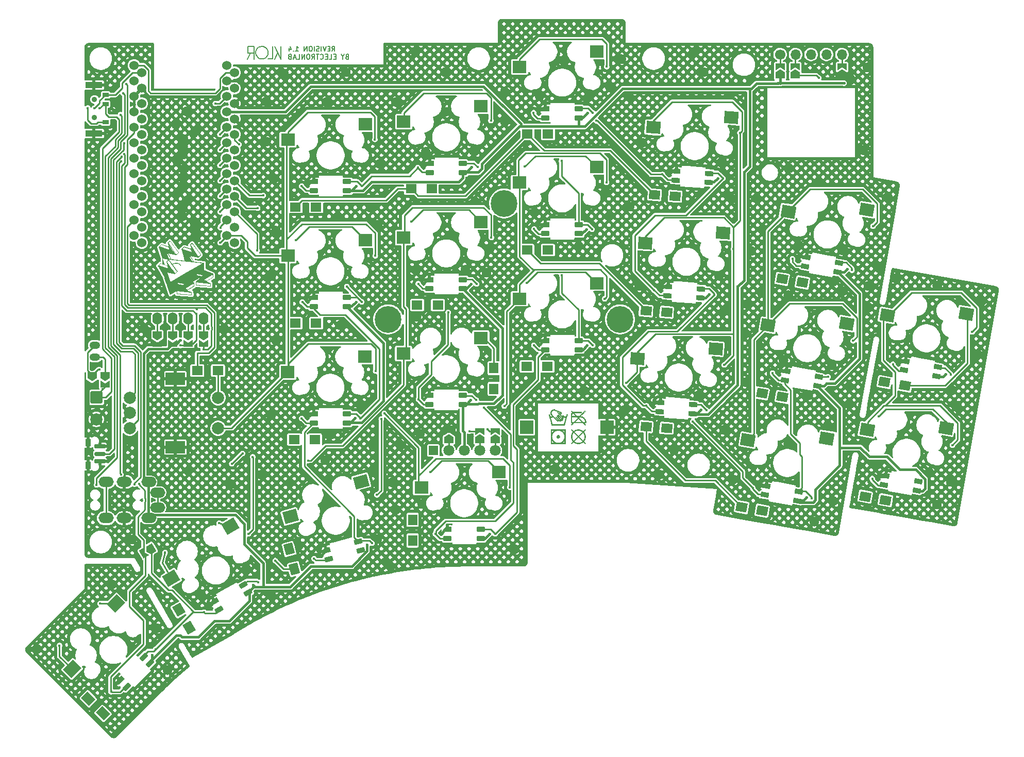
<source format=gbl>
G04 #@! TF.GenerationSoftware,KiCad,Pcbnew,8.0.4-8.0.4-0~ubuntu22.04.1*
G04 #@! TF.CreationDate,2024-08-27T17:14:06+02:00*
G04 #@! TF.ProjectId,klor1_4,6b6c6f72-315f-4342-9e6b-696361645f70,v1.4.0*
G04 #@! TF.SameCoordinates,Original*
G04 #@! TF.FileFunction,Copper,L2,Bot*
G04 #@! TF.FilePolarity,Positive*
%FSLAX46Y46*%
G04 Gerber Fmt 4.6, Leading zero omitted, Abs format (unit mm)*
G04 Created by KiCad (PCBNEW 8.0.4-8.0.4-0~ubuntu22.04.1) date 2024-08-27 17:14:06*
%MOMM*%
%LPD*%
G01*
G04 APERTURE LIST*
G04 Aperture macros list*
%AMRoundRect*
0 Rectangle with rounded corners*
0 $1 Rounding radius*
0 $2 $3 $4 $5 $6 $7 $8 $9 X,Y pos of 4 corners*
0 Add a 4 corners polygon primitive as box body*
4,1,4,$2,$3,$4,$5,$6,$7,$8,$9,$2,$3,0*
0 Add four circle primitives for the rounded corners*
1,1,$1+$1,$2,$3*
1,1,$1+$1,$4,$5*
1,1,$1+$1,$6,$7*
1,1,$1+$1,$8,$9*
0 Add four rect primitives between the rounded corners*
20,1,$1+$1,$2,$3,$4,$5,0*
20,1,$1+$1,$4,$5,$6,$7,0*
20,1,$1+$1,$6,$7,$8,$9,0*
20,1,$1+$1,$8,$9,$2,$3,0*%
%AMRotRect*
0 Rectangle, with rotation*
0 The origin of the aperture is its center*
0 $1 length*
0 $2 width*
0 $3 Rotation angle, in degrees counterclockwise*
0 Add horizontal line*
21,1,$1,$2,0,0,$3*%
%AMFreePoly0*
4,1,18,-0.410000,0.593000,-0.403758,0.624380,-0.385983,0.650983,-0.359380,0.668758,-0.328000,0.675000,0.000000,0.675000,0.410000,0.265000,0.410000,-0.593000,0.403758,-0.624380,0.385983,-0.650983,0.359380,-0.668758,0.328000,-0.675000,-0.328000,-0.675000,-0.359380,-0.668758,-0.385983,-0.650983,-0.403758,-0.624380,-0.410000,-0.593000,-0.410000,0.593000,-0.410000,0.593000,$1*%
%AMFreePoly1*
4,1,6,1.000000,0.000000,0.500000,-0.750000,-0.500000,-0.750000,-0.500000,0.750000,0.500000,0.750000,1.000000,0.000000,1.000000,0.000000,$1*%
%AMFreePoly2*
4,1,6,0.500000,-0.750000,-0.650000,-0.750000,-0.150000,0.000000,-0.650000,0.750000,0.500000,0.750000,0.500000,-0.750000,0.500000,-0.750000,$1*%
G04 Aperture macros list end*
%ADD10C,0.150000*%
G04 #@! TA.AperFunction,NonConductor*
%ADD11C,0.000001*%
G04 #@! TD*
G04 #@! TA.AperFunction,NonConductor*
%ADD12C,0.150000*%
G04 #@! TD*
G04 #@! TA.AperFunction,NonConductor*
%ADD13C,0.000000*%
G04 #@! TD*
G04 #@! TA.AperFunction,SMDPad,CuDef*
%ADD14RoundRect,0.082000X0.651245X0.187383X0.187383X0.651245X-0.651245X-0.187383X-0.187383X-0.651245X0*%
G04 #@! TD*
G04 #@! TA.AperFunction,SMDPad,CuDef*
%ADD15FreePoly0,135.000000*%
G04 #@! TD*
G04 #@! TA.AperFunction,SMDPad,CuDef*
%ADD16RotRect,2.300000X2.000000X225.000000*%
G04 #@! TD*
G04 #@! TA.AperFunction,SMDPad,CuDef*
%ADD17RoundRect,0.082000X0.593000X-0.328000X0.593000X0.328000X-0.593000X0.328000X-0.593000X-0.328000X0*%
G04 #@! TD*
G04 #@! TA.AperFunction,SMDPad,CuDef*
%ADD18FreePoly0,90.000000*%
G04 #@! TD*
G04 #@! TA.AperFunction,SMDPad,CuDef*
%ADD19R,2.300000X2.000000*%
G04 #@! TD*
G04 #@! TA.AperFunction,SMDPad,CuDef*
%ADD20RoundRect,0.082000X0.568675X-0.368567X0.614436X0.285835X-0.568675X0.368567X-0.614436X-0.285835X0*%
G04 #@! TD*
G04 #@! TA.AperFunction,SMDPad,CuDef*
%ADD21FreePoly0,86.000000*%
G04 #@! TD*
G04 #@! TA.AperFunction,SMDPad,CuDef*
%ADD22RotRect,2.300000X2.000000X176.000000*%
G04 #@! TD*
G04 #@! TA.AperFunction,ComponentPad*
%ADD23RotRect,1.800000X1.500000X350.000000*%
G04 #@! TD*
G04 #@! TA.AperFunction,ComponentPad*
%ADD24R,1.800000X1.500000*%
G04 #@! TD*
G04 #@! TA.AperFunction,ComponentPad*
%ADD25RotRect,1.800000X1.500000X356.000000*%
G04 #@! TD*
G04 #@! TA.AperFunction,SMDPad,CuDef*
%ADD26RoundRect,0.082000X0.657687X-0.163344X0.487901X0.470303X-0.657687X0.163344X-0.487901X-0.470303X0*%
G04 #@! TD*
G04 #@! TA.AperFunction,SMDPad,CuDef*
%ADD27FreePoly0,105.000000*%
G04 #@! TD*
G04 #@! TA.AperFunction,SMDPad,CuDef*
%ADD28RotRect,2.300000X2.000000X195.000000*%
G04 #@! TD*
G04 #@! TA.AperFunction,SMDPad,CuDef*
%ADD29RoundRect,0.082000X0.527034X-0.425990X0.640948X0.220044X-0.527034X0.425990X-0.640948X-0.220044X0*%
G04 #@! TD*
G04 #@! TA.AperFunction,SMDPad,CuDef*
%ADD30FreePoly0,80.000000*%
G04 #@! TD*
G04 #@! TA.AperFunction,SMDPad,CuDef*
%ADD31RotRect,2.300000X2.000000X170.000000*%
G04 #@! TD*
G04 #@! TA.AperFunction,ComponentPad*
%ADD32RotRect,1.800000X1.500000X105.000000*%
G04 #@! TD*
G04 #@! TA.AperFunction,ComponentPad*
%ADD33R,2.200000X2.200000*%
G04 #@! TD*
G04 #@! TA.AperFunction,ComponentPad*
%ADD34C,2.000000*%
G04 #@! TD*
G04 #@! TA.AperFunction,ComponentPad*
%ADD35R,3.200000X2.000000*%
G04 #@! TD*
G04 #@! TA.AperFunction,ComponentPad*
%ADD36O,1.600000X2.000000*%
G04 #@! TD*
G04 #@! TA.AperFunction,ComponentPad*
%ADD37O,2.500000X1.700000*%
G04 #@! TD*
G04 #@! TA.AperFunction,ComponentPad*
%ADD38RotRect,1.800000X1.500000X120.000000*%
G04 #@! TD*
G04 #@! TA.AperFunction,ComponentPad*
%ADD39O,1.750000X1.200000*%
G04 #@! TD*
G04 #@! TA.AperFunction,ComponentPad*
%ADD40RoundRect,0.187500X-0.712500X0.187500X-0.712500X-0.187500X0.712500X-0.187500X0.712500X0.187500X0*%
G04 #@! TD*
G04 #@! TA.AperFunction,ComponentPad*
%ADD41RoundRect,0.150000X-0.750000X0.150000X-0.750000X-0.150000X0.750000X-0.150000X0.750000X0.150000X0*%
G04 #@! TD*
G04 #@! TA.AperFunction,ComponentPad*
%ADD42RoundRect,0.225000X-0.225000X0.425000X-0.225000X-0.425000X0.225000X-0.425000X0.225000X0.425000X0*%
G04 #@! TD*
G04 #@! TA.AperFunction,ComponentPad*
%ADD43C,4.400000*%
G04 #@! TD*
G04 #@! TA.AperFunction,SMDPad,CuDef*
%ADD44RoundRect,0.082000X0.677553X0.012444X0.349553X0.580556X-0.677553X-0.012444X-0.349553X-0.580556X0*%
G04 #@! TD*
G04 #@! TA.AperFunction,SMDPad,CuDef*
%ADD45FreePoly0,120.000000*%
G04 #@! TD*
G04 #@! TA.AperFunction,SMDPad,CuDef*
%ADD46RotRect,2.300000X2.000000X210.000000*%
G04 #@! TD*
G04 #@! TA.AperFunction,ComponentPad*
%ADD47RotRect,1.800000X1.500000X135.000000*%
G04 #@! TD*
G04 #@! TA.AperFunction,ComponentPad*
%ADD48R,1.500000X1.800000*%
G04 #@! TD*
G04 #@! TA.AperFunction,ComponentPad*
%ADD49RoundRect,0.142858X-0.857142X0.857142X-0.857142X-0.857142X0.857142X-0.857142X0.857142X0.857142X0*%
G04 #@! TD*
G04 #@! TA.AperFunction,WasherPad*
%ADD50C,0.900000*%
G04 #@! TD*
G04 #@! TA.AperFunction,SMDPad,CuDef*
%ADD51R,1.000000X0.700000*%
G04 #@! TD*
G04 #@! TA.AperFunction,SMDPad,CuDef*
%ADD52R,2.800000X1.000000*%
G04 #@! TD*
G04 #@! TA.AperFunction,ComponentPad*
%ADD53R,1.524000X1.524000*%
G04 #@! TD*
G04 #@! TA.AperFunction,ComponentPad*
%ADD54C,1.800000*%
G04 #@! TD*
G04 #@! TA.AperFunction,ComponentPad*
%ADD55C,1.524000*%
G04 #@! TD*
G04 #@! TA.AperFunction,SMDPad,CuDef*
%ADD56FreePoly1,270.000000*%
G04 #@! TD*
G04 #@! TA.AperFunction,SMDPad,CuDef*
%ADD57FreePoly2,270.000000*%
G04 #@! TD*
G04 #@! TA.AperFunction,SMDPad,CuDef*
%ADD58FreePoly1,90.000000*%
G04 #@! TD*
G04 #@! TA.AperFunction,SMDPad,CuDef*
%ADD59FreePoly2,90.000000*%
G04 #@! TD*
G04 #@! TA.AperFunction,SMDPad,CuDef*
%ADD60FreePoly1,210.000000*%
G04 #@! TD*
G04 #@! TA.AperFunction,SMDPad,CuDef*
%ADD61FreePoly2,210.000000*%
G04 #@! TD*
G04 #@! TA.AperFunction,ComponentPad*
%ADD62C,1.700000*%
G04 #@! TD*
G04 #@! TA.AperFunction,ComponentPad*
%ADD63O,1.700000X1.700000*%
G04 #@! TD*
G04 #@! TA.AperFunction,ViaPad*
%ADD64C,0.400000*%
G04 #@! TD*
G04 #@! TA.AperFunction,Conductor*
%ADD65C,0.381000*%
G04 #@! TD*
G04 #@! TA.AperFunction,Conductor*
%ADD66C,0.254000*%
G04 #@! TD*
G04 APERTURE END LIST*
D10*
X110828069Y-54746932D02*
X110816223Y-54590367D01*
X110781849Y-54441215D01*
X110726690Y-54301221D01*
X110623828Y-54131821D01*
X110491250Y-53985936D01*
X110333091Y-53867699D01*
X110153484Y-53781245D01*
X110007191Y-53739749D01*
X109852904Y-53720200D01*
X109800000Y-53718863D01*
D11*
X162132070Y-114456411D02*
X162178349Y-114464720D01*
X162223917Y-114475066D01*
X162268725Y-114487402D01*
X162312722Y-114501677D01*
X162355860Y-114517843D01*
X162398087Y-114535850D01*
X162439355Y-114555650D01*
X162471376Y-114572785D01*
X162479613Y-114577193D01*
X162518812Y-114600431D01*
X162556903Y-114625314D01*
X162593835Y-114651793D01*
X162629559Y-114679819D01*
X162664025Y-114709344D01*
X162697183Y-114740317D01*
X162728984Y-114772690D01*
X162759378Y-114806414D01*
X162788315Y-114841440D01*
X162815746Y-114877719D01*
X162841620Y-114915201D01*
X162865888Y-114953838D01*
X162888500Y-114993580D01*
X162909408Y-115034379D01*
X162928559Y-115076185D01*
X162945906Y-115118949D01*
X162961399Y-115162622D01*
X162974987Y-115207155D01*
X162986621Y-115252500D01*
X162996251Y-115298606D01*
X163003828Y-115345426D01*
X163009302Y-115392909D01*
X163011599Y-115426193D01*
X163012622Y-115441006D01*
X163013740Y-115489670D01*
X163013740Y-115553146D01*
X162654018Y-115553146D01*
X162957313Y-115856424D01*
X162865619Y-115948112D01*
X162470631Y-115553146D01*
X161782928Y-115553146D01*
X161782928Y-115422667D01*
X162340144Y-115422667D01*
X161751188Y-114833745D01*
X161162232Y-115422667D01*
X161775875Y-115422667D01*
X161775875Y-115553146D01*
X161031745Y-115553146D01*
X160636756Y-115948112D01*
X160545063Y-115856424D01*
X160848357Y-115553146D01*
X160566223Y-115553146D01*
X160566223Y-114572785D01*
X160696710Y-114572785D01*
X160696710Y-115422667D01*
X160978845Y-115422667D01*
X161652459Y-114745583D01*
X161846408Y-114745583D01*
X162527058Y-115426193D01*
X162883253Y-115426193D01*
X162883253Y-115422667D01*
X162879283Y-115379964D01*
X162873355Y-115337845D01*
X162865515Y-115296357D01*
X162855811Y-115255545D01*
X162844288Y-115215456D01*
X162830993Y-115176137D01*
X162815973Y-115137634D01*
X162799274Y-115099994D01*
X162780942Y-115063263D01*
X162761024Y-115027487D01*
X162739567Y-114992714D01*
X162716617Y-114958990D01*
X162692220Y-114926360D01*
X162666424Y-114894873D01*
X162639274Y-114864573D01*
X162610817Y-114835508D01*
X162581099Y-114807724D01*
X162550167Y-114781268D01*
X162518068Y-114756185D01*
X162484848Y-114732524D01*
X162450553Y-114710329D01*
X162415230Y-114689648D01*
X162378926Y-114670527D01*
X162341687Y-114653012D01*
X162303559Y-114637151D01*
X162264589Y-114622989D01*
X162224823Y-114610573D01*
X162184309Y-114599950D01*
X162143091Y-114591166D01*
X162101218Y-114584267D01*
X162058735Y-114579300D01*
X162015689Y-114576311D01*
X161849935Y-114742056D01*
X161846408Y-114745583D01*
X161652459Y-114745583D01*
X161655968Y-114742056D01*
X161486686Y-114572785D01*
X161670074Y-114572785D01*
X161751188Y-114653894D01*
X161832302Y-114572785D01*
X161670074Y-114572785D01*
X161486686Y-114572785D01*
X160696710Y-114572785D01*
X160566223Y-114572785D01*
X160566223Y-114181346D01*
X160700237Y-114181346D01*
X160700237Y-114445832D01*
X161359726Y-114445832D01*
X160841304Y-113927439D01*
X160825771Y-113937807D01*
X160810942Y-113949053D01*
X160796855Y-113961146D01*
X160783555Y-113974055D01*
X160771080Y-113987749D01*
X160759474Y-114002198D01*
X160754009Y-114009695D01*
X160748777Y-114017370D01*
X160743782Y-114025217D01*
X160739030Y-114033234D01*
X160734526Y-114041416D01*
X160730276Y-114049759D01*
X160726283Y-114058260D01*
X160722554Y-114066914D01*
X160719094Y-114075719D01*
X160715907Y-114084669D01*
X160712999Y-114093761D01*
X160710376Y-114102992D01*
X160708042Y-114112357D01*
X160706002Y-114121852D01*
X160704262Y-114131474D01*
X160702827Y-114141218D01*
X160701701Y-114151082D01*
X160700891Y-114161060D01*
X160700401Y-114171149D01*
X160700237Y-114181346D01*
X160566223Y-114181346D01*
X160566223Y-114177819D01*
X160567041Y-114151545D01*
X160569467Y-114125652D01*
X160573452Y-114100194D01*
X160578952Y-114075221D01*
X160585918Y-114050785D01*
X160594305Y-114026938D01*
X160604066Y-114003732D01*
X160615155Y-113981218D01*
X160627525Y-113959448D01*
X160641130Y-113938473D01*
X160655923Y-113918346D01*
X160671858Y-113899117D01*
X160688888Y-113880839D01*
X160706966Y-113863563D01*
X160726047Y-113847341D01*
X160746083Y-113832224D01*
X160548589Y-113634741D01*
X160640283Y-113543053D01*
X160869517Y-113772274D01*
X160876832Y-113769712D01*
X160884230Y-113767315D01*
X160891711Y-113765083D01*
X160899274Y-113763017D01*
X160906919Y-113761116D01*
X160914648Y-113759380D01*
X160922459Y-113757810D01*
X160930353Y-113756405D01*
X160938329Y-113755165D01*
X160946388Y-113754091D01*
X160954530Y-113753182D01*
X160962754Y-113752438D01*
X160971061Y-113751859D01*
X160979450Y-113751446D01*
X160987923Y-113751198D01*
X160996478Y-113751115D01*
X162283717Y-113751115D01*
X162283717Y-113881595D01*
X160982371Y-113881595D01*
X161543114Y-114442305D01*
X161962789Y-114442305D01*
X162865619Y-113543053D01*
X162957313Y-113634741D01*
X162142695Y-114445832D01*
X162132070Y-114456411D01*
G04 #@! TA.AperFunction,NonConductor*
G36*
X162132070Y-114456411D02*
G01*
X162178349Y-114464720D01*
X162223917Y-114475066D01*
X162268725Y-114487402D01*
X162312722Y-114501677D01*
X162355860Y-114517843D01*
X162398087Y-114535850D01*
X162439355Y-114555650D01*
X162471376Y-114572785D01*
X162479613Y-114577193D01*
X162518812Y-114600431D01*
X162556903Y-114625314D01*
X162593835Y-114651793D01*
X162629559Y-114679819D01*
X162664025Y-114709344D01*
X162697183Y-114740317D01*
X162728984Y-114772690D01*
X162759378Y-114806414D01*
X162788315Y-114841440D01*
X162815746Y-114877719D01*
X162841620Y-114915201D01*
X162865888Y-114953838D01*
X162888500Y-114993580D01*
X162909408Y-115034379D01*
X162928559Y-115076185D01*
X162945906Y-115118949D01*
X162961399Y-115162622D01*
X162974987Y-115207155D01*
X162986621Y-115252500D01*
X162996251Y-115298606D01*
X163003828Y-115345426D01*
X163009302Y-115392909D01*
X163011599Y-115426193D01*
X163012622Y-115441006D01*
X163013740Y-115489670D01*
X163013740Y-115553146D01*
X162654018Y-115553146D01*
X162957313Y-115856424D01*
X162865619Y-115948112D01*
X162470631Y-115553146D01*
X161782928Y-115553146D01*
X161782928Y-115422667D01*
X162340144Y-115422667D01*
X161751188Y-114833745D01*
X161162232Y-115422667D01*
X161775875Y-115422667D01*
X161775875Y-115553146D01*
X161031745Y-115553146D01*
X160636756Y-115948112D01*
X160545063Y-115856424D01*
X160848357Y-115553146D01*
X160566223Y-115553146D01*
X160566223Y-114572785D01*
X160696710Y-114572785D01*
X160696710Y-115422667D01*
X160978845Y-115422667D01*
X161652459Y-114745583D01*
X161846408Y-114745583D01*
X162527058Y-115426193D01*
X162883253Y-115426193D01*
X162883253Y-115422667D01*
X162879283Y-115379964D01*
X162873355Y-115337845D01*
X162865515Y-115296357D01*
X162855811Y-115255545D01*
X162844288Y-115215456D01*
X162830993Y-115176137D01*
X162815973Y-115137634D01*
X162799274Y-115099994D01*
X162780942Y-115063263D01*
X162761024Y-115027487D01*
X162739567Y-114992714D01*
X162716617Y-114958990D01*
X162692220Y-114926360D01*
X162666424Y-114894873D01*
X162639274Y-114864573D01*
X162610817Y-114835508D01*
X162581099Y-114807724D01*
X162550167Y-114781268D01*
X162518068Y-114756185D01*
X162484848Y-114732524D01*
X162450553Y-114710329D01*
X162415230Y-114689648D01*
X162378926Y-114670527D01*
X162341687Y-114653012D01*
X162303559Y-114637151D01*
X162264589Y-114622989D01*
X162224823Y-114610573D01*
X162184309Y-114599950D01*
X162143091Y-114591166D01*
X162101218Y-114584267D01*
X162058735Y-114579300D01*
X162015689Y-114576311D01*
X161849935Y-114742056D01*
X161846408Y-114745583D01*
X161652459Y-114745583D01*
X161655968Y-114742056D01*
X161486686Y-114572785D01*
X161670074Y-114572785D01*
X161751188Y-114653894D01*
X161832302Y-114572785D01*
X161670074Y-114572785D01*
X161486686Y-114572785D01*
X160696710Y-114572785D01*
X160566223Y-114572785D01*
X160566223Y-114181346D01*
X160700237Y-114181346D01*
X160700237Y-114445832D01*
X161359726Y-114445832D01*
X160841304Y-113927439D01*
X160825771Y-113937807D01*
X160810942Y-113949053D01*
X160796855Y-113961146D01*
X160783555Y-113974055D01*
X160771080Y-113987749D01*
X160759474Y-114002198D01*
X160754009Y-114009695D01*
X160748777Y-114017370D01*
X160743782Y-114025217D01*
X160739030Y-114033234D01*
X160734526Y-114041416D01*
X160730276Y-114049759D01*
X160726283Y-114058260D01*
X160722554Y-114066914D01*
X160719094Y-114075719D01*
X160715907Y-114084669D01*
X160712999Y-114093761D01*
X160710376Y-114102992D01*
X160708042Y-114112357D01*
X160706002Y-114121852D01*
X160704262Y-114131474D01*
X160702827Y-114141218D01*
X160701701Y-114151082D01*
X160700891Y-114161060D01*
X160700401Y-114171149D01*
X160700237Y-114181346D01*
X160566223Y-114181346D01*
X160566223Y-114177819D01*
X160567041Y-114151545D01*
X160569467Y-114125652D01*
X160573452Y-114100194D01*
X160578952Y-114075221D01*
X160585918Y-114050785D01*
X160594305Y-114026938D01*
X160604066Y-114003732D01*
X160615155Y-113981218D01*
X160627525Y-113959448D01*
X160641130Y-113938473D01*
X160655923Y-113918346D01*
X160671858Y-113899117D01*
X160688888Y-113880839D01*
X160706966Y-113863563D01*
X160726047Y-113847341D01*
X160746083Y-113832224D01*
X160548589Y-113634741D01*
X160640283Y-113543053D01*
X160869517Y-113772274D01*
X160876832Y-113769712D01*
X160884230Y-113767315D01*
X160891711Y-113765083D01*
X160899274Y-113763017D01*
X160906919Y-113761116D01*
X160914648Y-113759380D01*
X160922459Y-113757810D01*
X160930353Y-113756405D01*
X160938329Y-113755165D01*
X160946388Y-113754091D01*
X160954530Y-113753182D01*
X160962754Y-113752438D01*
X160971061Y-113751859D01*
X160979450Y-113751446D01*
X160987923Y-113751198D01*
X160996478Y-113751115D01*
X162283717Y-113751115D01*
X162283717Y-113881595D01*
X160982371Y-113881595D01*
X161543114Y-114442305D01*
X161962789Y-114442305D01*
X162865619Y-113543053D01*
X162957313Y-113634741D01*
X162142695Y-114445832D01*
X162132070Y-114456411D01*
G37*
G04 #@! TD.AperFunction*
D12*
X108771932Y-54746932D02*
X108771932Y-54746932D01*
X111547717Y-55775001D02*
X111547717Y-53718864D01*
D11*
X162622278Y-117037794D02*
X162656447Y-117077541D01*
X162688824Y-117118724D01*
X162719351Y-117161292D01*
X162747971Y-117205192D01*
X162774629Y-117250373D01*
X162799267Y-117296784D01*
X162821828Y-117344372D01*
X162842255Y-117393087D01*
X162860492Y-117442876D01*
X162876482Y-117493688D01*
X162890168Y-117545471D01*
X162901492Y-117598174D01*
X162910399Y-117651745D01*
X162916832Y-117706131D01*
X162920733Y-117761282D01*
X162922046Y-117817146D01*
X162922046Y-117817147D01*
X162920733Y-117873049D01*
X162916832Y-117928306D01*
X162910399Y-117982851D01*
X162901492Y-118036615D01*
X162890168Y-118089532D01*
X162876482Y-118141534D01*
X162860492Y-118192556D01*
X162842255Y-118242528D01*
X162821828Y-118291385D01*
X162799267Y-118339059D01*
X162774629Y-118385482D01*
X162747971Y-118430589D01*
X162719351Y-118474311D01*
X162688824Y-118516581D01*
X162656447Y-118557333D01*
X162622278Y-118596499D01*
X162953786Y-118927987D01*
X162862093Y-119019676D01*
X162530585Y-118688187D01*
X162490835Y-118722354D01*
X162449650Y-118754729D01*
X162407080Y-118785254D01*
X162363177Y-118813873D01*
X162317994Y-118840529D01*
X162271580Y-118865165D01*
X162223989Y-118887725D01*
X162175271Y-118908151D01*
X162125479Y-118926387D01*
X162074665Y-118942376D01*
X162022878Y-118956061D01*
X161970173Y-118967385D01*
X161916599Y-118976292D01*
X161862209Y-118982724D01*
X161807055Y-118986625D01*
X161751188Y-118987938D01*
X161695282Y-118986625D01*
X161640022Y-118982724D01*
X161585474Y-118976292D01*
X161531707Y-118967385D01*
X161478787Y-118956061D01*
X161426781Y-118942376D01*
X161375757Y-118926387D01*
X161325782Y-118908151D01*
X161276922Y-118887725D01*
X161229246Y-118865166D01*
X161182820Y-118840529D01*
X161137711Y-118813873D01*
X161093986Y-118785254D01*
X161051713Y-118754729D01*
X161010959Y-118722354D01*
X160971791Y-118688187D01*
X160640283Y-119019676D01*
X160548589Y-118927987D01*
X160880098Y-118596499D01*
X161059958Y-118596499D01*
X161095036Y-118626162D01*
X161131456Y-118654286D01*
X161169158Y-118680819D01*
X161208079Y-118705709D01*
X161248157Y-118728905D01*
X161289330Y-118750355D01*
X161331537Y-118770007D01*
X161374715Y-118787810D01*
X161418802Y-118803712D01*
X161463736Y-118817661D01*
X161509455Y-118829606D01*
X161555898Y-118839495D01*
X161603002Y-118847277D01*
X161650705Y-118852899D01*
X161698945Y-118856310D01*
X161747661Y-118857458D01*
X161751188Y-118857458D01*
X161800485Y-118856310D01*
X161849157Y-118852899D01*
X161897157Y-118847277D01*
X161944439Y-118839495D01*
X161990957Y-118829606D01*
X162036663Y-118817661D01*
X162081512Y-118803712D01*
X162125457Y-118787810D01*
X162168451Y-118770007D01*
X162210449Y-118750355D01*
X162251402Y-118728905D01*
X162291266Y-118705709D01*
X162329993Y-118680819D01*
X162367538Y-118654286D01*
X162403852Y-118626162D01*
X162438891Y-118596499D01*
X161751188Y-117908835D01*
X161059958Y-118596499D01*
X160880098Y-118596499D01*
X160845929Y-118556752D01*
X160813552Y-118515569D01*
X160783025Y-118473001D01*
X160754404Y-118429101D01*
X160727747Y-118383920D01*
X160703109Y-118337509D01*
X160680548Y-118289920D01*
X160660121Y-118241206D01*
X160641884Y-118191416D01*
X160625894Y-118140604D01*
X160612208Y-118088821D01*
X160600884Y-118036119D01*
X160591976Y-117982548D01*
X160585544Y-117928162D01*
X160581643Y-117873010D01*
X160580330Y-117817146D01*
X160580496Y-117810094D01*
X160707290Y-117810094D01*
X160707290Y-117813620D01*
X160708439Y-117862915D01*
X160711850Y-117911590D01*
X160717472Y-117959604D01*
X160725254Y-118006915D01*
X160735144Y-118053483D01*
X160747089Y-118099265D01*
X160761039Y-118144221D01*
X160776942Y-118188309D01*
X160794746Y-118231487D01*
X160814399Y-118273716D01*
X160835850Y-118314952D01*
X160859047Y-118355155D01*
X160883939Y-118394284D01*
X160910474Y-118432297D01*
X160938599Y-118469153D01*
X160968264Y-118504810D01*
X161655967Y-117817147D01*
X161842881Y-117817147D01*
X162530585Y-118504810D01*
X162560250Y-118469735D01*
X162588375Y-118433316D01*
X162614910Y-118395617D01*
X162639802Y-118356698D01*
X162662999Y-118316622D01*
X162684450Y-118275451D01*
X162704103Y-118233247D01*
X162721907Y-118190072D01*
X162737810Y-118145987D01*
X162751760Y-118101056D01*
X162763705Y-118055339D01*
X162773595Y-118008899D01*
X162781377Y-117961798D01*
X162786999Y-117914097D01*
X162790410Y-117865860D01*
X162791559Y-117817147D01*
X162790410Y-117768434D01*
X162786999Y-117720196D01*
X162781377Y-117672496D01*
X162773595Y-117625394D01*
X162763705Y-117578954D01*
X162751760Y-117533238D01*
X162737810Y-117488306D01*
X162721907Y-117444221D01*
X162704103Y-117401046D01*
X162684450Y-117358842D01*
X162662999Y-117317671D01*
X162639802Y-117277595D01*
X162614910Y-117238677D01*
X162588375Y-117200977D01*
X162560250Y-117164558D01*
X162530585Y-117129483D01*
X161846408Y-117813620D01*
X161842881Y-117817147D01*
X161655967Y-117817147D01*
X161659494Y-117813620D01*
X160968264Y-117122430D01*
X160938599Y-117157505D01*
X160910474Y-117193924D01*
X160883939Y-117231624D01*
X160859047Y-117270542D01*
X160835850Y-117310618D01*
X160814399Y-117351789D01*
X160794746Y-117393993D01*
X160776942Y-117437169D01*
X160761039Y-117481253D01*
X160747089Y-117526185D01*
X160735144Y-117571901D01*
X160725254Y-117618341D01*
X160717472Y-117665443D01*
X160711850Y-117713143D01*
X160708439Y-117761381D01*
X160707290Y-117810094D01*
X160580496Y-117810094D01*
X160581643Y-117761244D01*
X160585544Y-117705987D01*
X160591976Y-117651442D01*
X160600884Y-117597678D01*
X160612208Y-117544761D01*
X160625894Y-117492758D01*
X160641884Y-117441737D01*
X160660121Y-117391765D01*
X160680548Y-117342908D01*
X160703109Y-117295234D01*
X160727747Y-117248811D01*
X160754404Y-117203704D01*
X160783025Y-117159982D01*
X160813552Y-117117712D01*
X160845929Y-117076960D01*
X160880098Y-117037794D01*
X160876572Y-117034268D01*
X161063485Y-117034268D01*
X161754715Y-117721931D01*
X162442418Y-117034268D01*
X162407339Y-117004604D01*
X162370913Y-116976480D01*
X162333195Y-116949947D01*
X162294242Y-116925057D01*
X162254111Y-116901861D01*
X162212860Y-116880411D01*
X162170544Y-116860759D01*
X162127220Y-116842956D01*
X162082947Y-116827054D01*
X162037779Y-116813105D01*
X161991775Y-116801160D01*
X161944990Y-116791271D01*
X161897482Y-116783490D01*
X161849308Y-116777868D01*
X161800525Y-116774457D01*
X161751188Y-116773308D01*
X161701891Y-116774457D01*
X161653219Y-116777868D01*
X161605219Y-116783490D01*
X161557937Y-116791271D01*
X161511419Y-116801160D01*
X161465713Y-116813105D01*
X161420864Y-116827054D01*
X161376919Y-116842956D01*
X161333924Y-116860759D01*
X161291927Y-116880411D01*
X161250973Y-116901861D01*
X161211110Y-116925057D01*
X161172382Y-116949947D01*
X161134838Y-116976480D01*
X161098524Y-117004604D01*
X161063485Y-117034268D01*
X160876572Y-117034268D01*
X160548589Y-116706305D01*
X160640283Y-116614617D01*
X160971791Y-116946106D01*
X161011540Y-116911939D01*
X161052726Y-116879564D01*
X161095296Y-116849039D01*
X161139198Y-116820420D01*
X161184382Y-116793764D01*
X161230796Y-116769127D01*
X161278387Y-116746568D01*
X161327104Y-116726142D01*
X161376896Y-116707906D01*
X161427711Y-116691917D01*
X161479497Y-116678232D01*
X161532203Y-116666908D01*
X161585777Y-116658001D01*
X161640166Y-116651569D01*
X161695321Y-116647668D01*
X161751188Y-116646355D01*
X161807094Y-116647668D01*
X161862354Y-116651569D01*
X161916901Y-116658001D01*
X161970669Y-116666908D01*
X162023589Y-116678232D01*
X162075594Y-116691917D01*
X162126618Y-116707905D01*
X162176594Y-116726141D01*
X162225453Y-116746568D01*
X162273130Y-116769127D01*
X162319556Y-116793764D01*
X162364665Y-116820420D01*
X162408390Y-116849039D01*
X162450663Y-116879564D01*
X162491417Y-116911939D01*
X162530585Y-116946106D01*
X162862093Y-116614617D01*
X162953786Y-116706305D01*
X162625805Y-117034268D01*
X162622278Y-117037794D01*
G04 #@! TA.AperFunction,NonConductor*
G36*
X162622278Y-117037794D02*
G01*
X162656447Y-117077541D01*
X162688824Y-117118724D01*
X162719351Y-117161292D01*
X162747971Y-117205192D01*
X162774629Y-117250373D01*
X162799267Y-117296784D01*
X162821828Y-117344372D01*
X162842255Y-117393087D01*
X162860492Y-117442876D01*
X162876482Y-117493688D01*
X162890168Y-117545471D01*
X162901492Y-117598174D01*
X162910399Y-117651745D01*
X162916832Y-117706131D01*
X162920733Y-117761282D01*
X162922046Y-117817146D01*
X162922046Y-117817147D01*
X162920733Y-117873049D01*
X162916832Y-117928306D01*
X162910399Y-117982851D01*
X162901492Y-118036615D01*
X162890168Y-118089532D01*
X162876482Y-118141534D01*
X162860492Y-118192556D01*
X162842255Y-118242528D01*
X162821828Y-118291385D01*
X162799267Y-118339059D01*
X162774629Y-118385482D01*
X162747971Y-118430589D01*
X162719351Y-118474311D01*
X162688824Y-118516581D01*
X162656447Y-118557333D01*
X162622278Y-118596499D01*
X162953786Y-118927987D01*
X162862093Y-119019676D01*
X162530585Y-118688187D01*
X162490835Y-118722354D01*
X162449650Y-118754729D01*
X162407080Y-118785254D01*
X162363177Y-118813873D01*
X162317994Y-118840529D01*
X162271580Y-118865165D01*
X162223989Y-118887725D01*
X162175271Y-118908151D01*
X162125479Y-118926387D01*
X162074665Y-118942376D01*
X162022878Y-118956061D01*
X161970173Y-118967385D01*
X161916599Y-118976292D01*
X161862209Y-118982724D01*
X161807055Y-118986625D01*
X161751188Y-118987938D01*
X161695282Y-118986625D01*
X161640022Y-118982724D01*
X161585474Y-118976292D01*
X161531707Y-118967385D01*
X161478787Y-118956061D01*
X161426781Y-118942376D01*
X161375757Y-118926387D01*
X161325782Y-118908151D01*
X161276922Y-118887725D01*
X161229246Y-118865166D01*
X161182820Y-118840529D01*
X161137711Y-118813873D01*
X161093986Y-118785254D01*
X161051713Y-118754729D01*
X161010959Y-118722354D01*
X160971791Y-118688187D01*
X160640283Y-119019676D01*
X160548589Y-118927987D01*
X160880098Y-118596499D01*
X161059958Y-118596499D01*
X161095036Y-118626162D01*
X161131456Y-118654286D01*
X161169158Y-118680819D01*
X161208079Y-118705709D01*
X161248157Y-118728905D01*
X161289330Y-118750355D01*
X161331537Y-118770007D01*
X161374715Y-118787810D01*
X161418802Y-118803712D01*
X161463736Y-118817661D01*
X161509455Y-118829606D01*
X161555898Y-118839495D01*
X161603002Y-118847277D01*
X161650705Y-118852899D01*
X161698945Y-118856310D01*
X161747661Y-118857458D01*
X161751188Y-118857458D01*
X161800485Y-118856310D01*
X161849157Y-118852899D01*
X161897157Y-118847277D01*
X161944439Y-118839495D01*
X161990957Y-118829606D01*
X162036663Y-118817661D01*
X162081512Y-118803712D01*
X162125457Y-118787810D01*
X162168451Y-118770007D01*
X162210449Y-118750355D01*
X162251402Y-118728905D01*
X162291266Y-118705709D01*
X162329993Y-118680819D01*
X162367538Y-118654286D01*
X162403852Y-118626162D01*
X162438891Y-118596499D01*
X161751188Y-117908835D01*
X161059958Y-118596499D01*
X160880098Y-118596499D01*
X160845929Y-118556752D01*
X160813552Y-118515569D01*
X160783025Y-118473001D01*
X160754404Y-118429101D01*
X160727747Y-118383920D01*
X160703109Y-118337509D01*
X160680548Y-118289920D01*
X160660121Y-118241206D01*
X160641884Y-118191416D01*
X160625894Y-118140604D01*
X160612208Y-118088821D01*
X160600884Y-118036119D01*
X160591976Y-117982548D01*
X160585544Y-117928162D01*
X160581643Y-117873010D01*
X160580330Y-117817146D01*
X160580496Y-117810094D01*
X160707290Y-117810094D01*
X160707290Y-117813620D01*
X160708439Y-117862915D01*
X160711850Y-117911590D01*
X160717472Y-117959604D01*
X160725254Y-118006915D01*
X160735144Y-118053483D01*
X160747089Y-118099265D01*
X160761039Y-118144221D01*
X160776942Y-118188309D01*
X160794746Y-118231487D01*
X160814399Y-118273716D01*
X160835850Y-118314952D01*
X160859047Y-118355155D01*
X160883939Y-118394284D01*
X160910474Y-118432297D01*
X160938599Y-118469153D01*
X160968264Y-118504810D01*
X161655967Y-117817147D01*
X161842881Y-117817147D01*
X162530585Y-118504810D01*
X162560250Y-118469735D01*
X162588375Y-118433316D01*
X162614910Y-118395617D01*
X162639802Y-118356698D01*
X162662999Y-118316622D01*
X162684450Y-118275451D01*
X162704103Y-118233247D01*
X162721907Y-118190072D01*
X162737810Y-118145987D01*
X162751760Y-118101056D01*
X162763705Y-118055339D01*
X162773595Y-118008899D01*
X162781377Y-117961798D01*
X162786999Y-117914097D01*
X162790410Y-117865860D01*
X162791559Y-117817147D01*
X162790410Y-117768434D01*
X162786999Y-117720196D01*
X162781377Y-117672496D01*
X162773595Y-117625394D01*
X162763705Y-117578954D01*
X162751760Y-117533238D01*
X162737810Y-117488306D01*
X162721907Y-117444221D01*
X162704103Y-117401046D01*
X162684450Y-117358842D01*
X162662999Y-117317671D01*
X162639802Y-117277595D01*
X162614910Y-117238677D01*
X162588375Y-117200977D01*
X162560250Y-117164558D01*
X162530585Y-117129483D01*
X161846408Y-117813620D01*
X161842881Y-117817147D01*
X161655967Y-117817147D01*
X161659494Y-117813620D01*
X160968264Y-117122430D01*
X160938599Y-117157505D01*
X160910474Y-117193924D01*
X160883939Y-117231624D01*
X160859047Y-117270542D01*
X160835850Y-117310618D01*
X160814399Y-117351789D01*
X160794746Y-117393993D01*
X160776942Y-117437169D01*
X160761039Y-117481253D01*
X160747089Y-117526185D01*
X160735144Y-117571901D01*
X160725254Y-117618341D01*
X160717472Y-117665443D01*
X160711850Y-117713143D01*
X160708439Y-117761381D01*
X160707290Y-117810094D01*
X160580496Y-117810094D01*
X160581643Y-117761244D01*
X160585544Y-117705987D01*
X160591976Y-117651442D01*
X160600884Y-117597678D01*
X160612208Y-117544761D01*
X160625894Y-117492758D01*
X160641884Y-117441737D01*
X160660121Y-117391765D01*
X160680548Y-117342908D01*
X160703109Y-117295234D01*
X160727747Y-117248811D01*
X160754404Y-117203704D01*
X160783025Y-117159982D01*
X160813552Y-117117712D01*
X160845929Y-117076960D01*
X160880098Y-117037794D01*
X160876572Y-117034268D01*
X161063485Y-117034268D01*
X161754715Y-117721931D01*
X162442418Y-117034268D01*
X162407339Y-117004604D01*
X162370913Y-116976480D01*
X162333195Y-116949947D01*
X162294242Y-116925057D01*
X162254111Y-116901861D01*
X162212860Y-116880411D01*
X162170544Y-116860759D01*
X162127220Y-116842956D01*
X162082947Y-116827054D01*
X162037779Y-116813105D01*
X161991775Y-116801160D01*
X161944990Y-116791271D01*
X161897482Y-116783490D01*
X161849308Y-116777868D01*
X161800525Y-116774457D01*
X161751188Y-116773308D01*
X161701891Y-116774457D01*
X161653219Y-116777868D01*
X161605219Y-116783490D01*
X161557937Y-116791271D01*
X161511419Y-116801160D01*
X161465713Y-116813105D01*
X161420864Y-116827054D01*
X161376919Y-116842956D01*
X161333924Y-116860759D01*
X161291927Y-116880411D01*
X161250973Y-116901861D01*
X161211110Y-116925057D01*
X161172382Y-116949947D01*
X161134838Y-116976480D01*
X161098524Y-117004604D01*
X161063485Y-117034268D01*
X160876572Y-117034268D01*
X160548589Y-116706305D01*
X160640283Y-116614617D01*
X160971791Y-116946106D01*
X161011540Y-116911939D01*
X161052726Y-116879564D01*
X161095296Y-116849039D01*
X161139198Y-116820420D01*
X161184382Y-116793764D01*
X161230796Y-116769127D01*
X161278387Y-116746568D01*
X161327104Y-116726142D01*
X161376896Y-116707906D01*
X161427711Y-116691917D01*
X161479497Y-116678232D01*
X161532203Y-116666908D01*
X161585777Y-116658001D01*
X161640166Y-116651569D01*
X161695321Y-116647668D01*
X161751188Y-116646355D01*
X161807094Y-116647668D01*
X161862354Y-116651569D01*
X161916901Y-116658001D01*
X161970669Y-116666908D01*
X162023589Y-116678232D01*
X162075594Y-116691917D01*
X162126618Y-116707905D01*
X162176594Y-116726141D01*
X162225453Y-116746568D01*
X162273130Y-116769127D01*
X162319556Y-116793764D01*
X162364665Y-116820420D01*
X162408390Y-116849039D01*
X162450663Y-116879564D01*
X162491417Y-116911939D01*
X162530585Y-116946106D01*
X162862093Y-116614617D01*
X162953786Y-116706305D01*
X162625805Y-117034268D01*
X162622278Y-117037794D01*
G37*
G04 #@! TD.AperFunction*
D12*
X108497779Y-54781201D02*
X108497779Y-55809270D01*
D11*
X156992253Y-114181402D02*
X156990167Y-114181346D01*
X156993695Y-114181346D01*
X156992253Y-114181402D01*
G04 #@! TA.AperFunction,NonConductor*
G36*
X156992253Y-114181402D02*
G01*
X156990167Y-114181346D01*
X156993695Y-114181346D01*
X156992253Y-114181402D01*
G37*
G04 #@! TD.AperFunction*
D12*
X108463510Y-54781201D02*
X107469711Y-54781201D01*
X107469711Y-54781201D02*
X107469711Y-53753133D01*
D10*
X109800000Y-55775000D02*
X109956564Y-55763154D01*
X110105716Y-55728780D01*
X110245710Y-55673621D01*
X110415110Y-55570759D01*
X110560995Y-55438181D01*
X110679232Y-55280022D01*
X110765686Y-55100416D01*
X110807182Y-54954123D01*
X110826731Y-54799836D01*
X110828069Y-54746932D01*
D13*
G04 #@! TA.AperFunction,NonConductor*
G36*
X96152880Y-87610821D02*
G01*
X95699384Y-88038388D01*
X94309917Y-85980988D01*
X94419330Y-85980988D01*
X95714730Y-87899217D01*
X96032230Y-87599708D01*
X94675447Y-85748683D01*
X94419330Y-85980988D01*
X94309917Y-85980988D01*
X94300268Y-85966700D01*
X94689205Y-85613746D01*
X96144735Y-87599708D01*
X96152880Y-87610821D01*
G37*
G04 #@! TD.AperFunction*
D12*
X107469711Y-53753133D02*
X108497779Y-53753133D01*
D11*
X158455308Y-117584706D02*
X158467278Y-117585618D01*
X158479055Y-117587119D01*
X158490626Y-117589193D01*
X158501977Y-117591825D01*
X158513095Y-117594999D01*
X158523967Y-117598700D01*
X158534578Y-117602913D01*
X158544916Y-117607621D01*
X158554966Y-117612810D01*
X158564715Y-117618464D01*
X158574150Y-117624568D01*
X158583257Y-117631105D01*
X158592022Y-117638061D01*
X158600432Y-117645419D01*
X158608473Y-117653165D01*
X158616132Y-117661283D01*
X158623395Y-117669758D01*
X158630249Y-117678573D01*
X158636680Y-117687714D01*
X158642674Y-117697164D01*
X158648218Y-117706910D01*
X158653299Y-117716934D01*
X158657902Y-117727221D01*
X158662014Y-117737757D01*
X158665622Y-117748525D01*
X158668713Y-117759510D01*
X158671271Y-117770696D01*
X158673285Y-117782068D01*
X158674740Y-117793611D01*
X158675624Y-117805309D01*
X158675921Y-117817146D01*
X158675624Y-117829294D01*
X158674740Y-117841263D01*
X158673285Y-117853039D01*
X158671271Y-117864609D01*
X158668713Y-117875960D01*
X158665622Y-117887078D01*
X158662014Y-117897949D01*
X158657902Y-117908559D01*
X158653299Y-117918896D01*
X158648218Y-117928946D01*
X158642674Y-117938695D01*
X158636680Y-117948129D01*
X158630249Y-117957235D01*
X158623395Y-117966000D01*
X158616132Y-117974409D01*
X158608473Y-117982450D01*
X158600432Y-117990109D01*
X158592022Y-117997371D01*
X158583257Y-118004225D01*
X158574150Y-118010655D01*
X158564715Y-118016649D01*
X158554966Y-118022193D01*
X158544916Y-118027273D01*
X158534578Y-118031876D01*
X158523967Y-118035988D01*
X158513095Y-118039596D01*
X158501977Y-118042686D01*
X158490626Y-118045245D01*
X158479055Y-118047258D01*
X158467278Y-118048714D01*
X158455308Y-118049597D01*
X158443160Y-118049894D01*
X158431012Y-118049597D01*
X158419042Y-118048714D01*
X158407265Y-118047258D01*
X158395695Y-118045245D01*
X158384343Y-118042686D01*
X158373225Y-118039596D01*
X158362353Y-118035988D01*
X158351742Y-118031876D01*
X158341404Y-118027273D01*
X158331354Y-118022193D01*
X158321605Y-118016649D01*
X158312170Y-118010655D01*
X158303063Y-118004225D01*
X158294298Y-117997371D01*
X158285888Y-117990109D01*
X158277847Y-117982450D01*
X158270188Y-117974409D01*
X158262925Y-117966000D01*
X158256071Y-117957235D01*
X158249640Y-117948129D01*
X158243646Y-117938695D01*
X158238102Y-117928946D01*
X158233022Y-117918896D01*
X158228418Y-117908559D01*
X158224306Y-117897949D01*
X158220698Y-117887078D01*
X158217607Y-117875960D01*
X158215049Y-117864609D01*
X158213035Y-117853039D01*
X158211580Y-117841263D01*
X158210696Y-117829294D01*
X158210399Y-117817146D01*
X158210696Y-117804999D01*
X158211580Y-117793030D01*
X158213035Y-117781254D01*
X158215049Y-117769684D01*
X158217607Y-117758333D01*
X158220698Y-117747215D01*
X158224306Y-117736344D01*
X158228418Y-117725733D01*
X158233022Y-117715396D01*
X158238102Y-117705347D01*
X158243646Y-117695598D01*
X158249640Y-117686164D01*
X158256071Y-117677058D01*
X158262925Y-117668293D01*
X158270188Y-117659884D01*
X158277847Y-117651843D01*
X158285888Y-117644184D01*
X158294298Y-117636921D01*
X158303063Y-117630068D01*
X158312170Y-117623638D01*
X158321605Y-117617644D01*
X158331354Y-117612100D01*
X158341404Y-117607020D01*
X158351742Y-117602417D01*
X158362353Y-117598305D01*
X158373225Y-117594697D01*
X158384343Y-117591607D01*
X158395695Y-117589048D01*
X158407265Y-117587034D01*
X158419042Y-117585579D01*
X158431012Y-117584696D01*
X158443160Y-117584399D01*
X158455308Y-117584706D01*
G04 #@! TA.AperFunction,NonConductor*
G36*
X158455308Y-117584706D02*
G01*
X158467278Y-117585618D01*
X158479055Y-117587119D01*
X158490626Y-117589193D01*
X158501977Y-117591825D01*
X158513095Y-117594999D01*
X158523967Y-117598700D01*
X158534578Y-117602913D01*
X158544916Y-117607621D01*
X158554966Y-117612810D01*
X158564715Y-117618464D01*
X158574150Y-117624568D01*
X158583257Y-117631105D01*
X158592022Y-117638061D01*
X158600432Y-117645419D01*
X158608473Y-117653165D01*
X158616132Y-117661283D01*
X158623395Y-117669758D01*
X158630249Y-117678573D01*
X158636680Y-117687714D01*
X158642674Y-117697164D01*
X158648218Y-117706910D01*
X158653299Y-117716934D01*
X158657902Y-117727221D01*
X158662014Y-117737757D01*
X158665622Y-117748525D01*
X158668713Y-117759510D01*
X158671271Y-117770696D01*
X158673285Y-117782068D01*
X158674740Y-117793611D01*
X158675624Y-117805309D01*
X158675921Y-117817146D01*
X158675624Y-117829294D01*
X158674740Y-117841263D01*
X158673285Y-117853039D01*
X158671271Y-117864609D01*
X158668713Y-117875960D01*
X158665622Y-117887078D01*
X158662014Y-117897949D01*
X158657902Y-117908559D01*
X158653299Y-117918896D01*
X158648218Y-117928946D01*
X158642674Y-117938695D01*
X158636680Y-117948129D01*
X158630249Y-117957235D01*
X158623395Y-117966000D01*
X158616132Y-117974409D01*
X158608473Y-117982450D01*
X158600432Y-117990109D01*
X158592022Y-117997371D01*
X158583257Y-118004225D01*
X158574150Y-118010655D01*
X158564715Y-118016649D01*
X158554966Y-118022193D01*
X158544916Y-118027273D01*
X158534578Y-118031876D01*
X158523967Y-118035988D01*
X158513095Y-118039596D01*
X158501977Y-118042686D01*
X158490626Y-118045245D01*
X158479055Y-118047258D01*
X158467278Y-118048714D01*
X158455308Y-118049597D01*
X158443160Y-118049894D01*
X158431012Y-118049597D01*
X158419042Y-118048714D01*
X158407265Y-118047258D01*
X158395695Y-118045245D01*
X158384343Y-118042686D01*
X158373225Y-118039596D01*
X158362353Y-118035988D01*
X158351742Y-118031876D01*
X158341404Y-118027273D01*
X158331354Y-118022193D01*
X158321605Y-118016649D01*
X158312170Y-118010655D01*
X158303063Y-118004225D01*
X158294298Y-117997371D01*
X158285888Y-117990109D01*
X158277847Y-117982450D01*
X158270188Y-117974409D01*
X158262925Y-117966000D01*
X158256071Y-117957235D01*
X158249640Y-117948129D01*
X158243646Y-117938695D01*
X158238102Y-117928946D01*
X158233022Y-117918896D01*
X158228418Y-117908559D01*
X158224306Y-117897949D01*
X158220698Y-117887078D01*
X158217607Y-117875960D01*
X158215049Y-117864609D01*
X158213035Y-117853039D01*
X158211580Y-117841263D01*
X158210696Y-117829294D01*
X158210399Y-117817146D01*
X158210696Y-117804999D01*
X158211580Y-117793030D01*
X158213035Y-117781254D01*
X158215049Y-117769684D01*
X158217607Y-117758333D01*
X158220698Y-117747215D01*
X158224306Y-117736344D01*
X158228418Y-117725733D01*
X158233022Y-117715396D01*
X158238102Y-117705347D01*
X158243646Y-117695598D01*
X158249640Y-117686164D01*
X158256071Y-117677058D01*
X158262925Y-117668293D01*
X158270188Y-117659884D01*
X158277847Y-117651843D01*
X158285888Y-117644184D01*
X158294298Y-117636921D01*
X158303063Y-117630068D01*
X158312170Y-117623638D01*
X158321605Y-117617644D01*
X158331354Y-117612100D01*
X158341404Y-117607020D01*
X158351742Y-117602417D01*
X158362353Y-117598305D01*
X158373225Y-117594697D01*
X158384343Y-117591607D01*
X158395695Y-117589048D01*
X158407265Y-117587034D01*
X158419042Y-117585579D01*
X158431012Y-117584696D01*
X158443160Y-117584399D01*
X158455308Y-117584706D01*
G37*
G04 #@! TD.AperFunction*
D10*
X109800000Y-53718863D02*
X109643435Y-53730708D01*
X109494284Y-53765082D01*
X109354290Y-53820241D01*
X109184890Y-53923103D01*
X109039005Y-54055681D01*
X108920768Y-54213840D01*
X108834314Y-54393447D01*
X108792818Y-54539740D01*
X108773269Y-54694027D01*
X108771932Y-54746932D01*
D12*
X107949478Y-54781201D02*
X107435443Y-55809270D01*
X108497779Y-53753133D02*
X108497779Y-54781201D01*
X112404440Y-54746932D02*
X111890405Y-55809270D01*
D10*
X108771932Y-54746932D02*
X108783777Y-54903496D01*
X108818151Y-55052647D01*
X108873310Y-55192641D01*
X108976172Y-55362041D01*
X109108750Y-55507926D01*
X109266909Y-55626163D01*
X109446515Y-55712617D01*
X109592808Y-55754113D01*
X109747095Y-55773662D01*
X109800000Y-55775000D01*
D12*
X112918475Y-55809270D02*
X112918475Y-53718864D01*
X111890406Y-53718864D02*
X112918475Y-55809270D01*
X110759531Y-55775001D02*
X111547717Y-55775001D01*
D11*
X159770075Y-114952763D02*
X159511746Y-115909321D01*
X159501166Y-115944586D01*
X157385157Y-115944586D01*
X157159449Y-115098230D01*
X157037011Y-114639788D01*
X157162974Y-114639788D01*
X157175372Y-114688167D01*
X157209262Y-114815230D01*
X157259682Y-115001803D01*
X157321675Y-115228710D01*
X157325202Y-115232237D01*
X157483903Y-115817632D01*
X159405945Y-115817632D01*
X159564645Y-115228710D01*
X159676617Y-114812586D01*
X159709459Y-114686183D01*
X159717780Y-114651786D01*
X159719819Y-114639788D01*
X159716733Y-114640449D01*
X159713124Y-114641276D01*
X159708357Y-114642433D01*
X159702599Y-114643921D01*
X159696014Y-114645739D01*
X159692463Y-114646772D01*
X159688768Y-114647888D01*
X159684948Y-114649086D01*
X159681026Y-114650367D01*
X159675808Y-114652269D01*
X159670694Y-114654011D01*
X159665621Y-114655598D01*
X159660527Y-114657035D01*
X159655350Y-114658327D01*
X159650029Y-114659480D01*
X159644502Y-114660498D01*
X159638705Y-114661388D01*
X159632578Y-114662153D01*
X159626059Y-114662800D01*
X159619085Y-114663333D01*
X159611594Y-114663757D01*
X159603525Y-114664078D01*
X159594815Y-114664301D01*
X159575225Y-114664473D01*
X159558737Y-114664334D01*
X159543499Y-114663854D01*
X159529273Y-114662939D01*
X159515822Y-114661498D01*
X159502909Y-114659437D01*
X159490295Y-114656663D01*
X159477744Y-114653083D01*
X159465016Y-114648604D01*
X159451876Y-114643134D01*
X159438084Y-114636578D01*
X159423404Y-114628845D01*
X159407597Y-114619841D01*
X159390427Y-114609474D01*
X159371656Y-114597649D01*
X159328357Y-114569258D01*
X159291754Y-114544683D01*
X159263004Y-114526059D01*
X159251134Y-114518772D01*
X159240700Y-114512725D01*
X159231527Y-114507834D01*
X159223439Y-114504019D01*
X159216259Y-114501195D01*
X159209814Y-114499280D01*
X159203926Y-114498192D01*
X159198421Y-114497847D01*
X159193123Y-114498164D01*
X159187855Y-114499059D01*
X159182443Y-114500451D01*
X159176710Y-114502255D01*
X159169894Y-114504752D01*
X159164008Y-114507022D01*
X159161421Y-114508103D01*
X159159073Y-114509167D01*
X159156968Y-114510226D01*
X159155109Y-114511292D01*
X159153498Y-114512379D01*
X159152137Y-114513499D01*
X159151029Y-114514666D01*
X159150177Y-114515893D01*
X159149584Y-114517192D01*
X159149251Y-114518576D01*
X159149181Y-114520058D01*
X159149378Y-114521651D01*
X159149844Y-114523368D01*
X159150580Y-114525222D01*
X159151591Y-114527226D01*
X159152877Y-114529393D01*
X159154443Y-114531735D01*
X159156290Y-114534266D01*
X159158422Y-114536998D01*
X159160840Y-114539945D01*
X159166547Y-114546533D01*
X159173431Y-114554133D01*
X159190817Y-114572785D01*
X159202189Y-114584951D01*
X159212528Y-114596389D01*
X159221875Y-114607196D01*
X159230272Y-114617472D01*
X159237759Y-114627314D01*
X159244378Y-114636819D01*
X159250171Y-114646088D01*
X159255179Y-114655216D01*
X159259442Y-114664304D01*
X159263003Y-114673448D01*
X159265903Y-114682747D01*
X159268183Y-114692300D01*
X159269884Y-114702203D01*
X159271049Y-114712556D01*
X159271717Y-114723457D01*
X159271930Y-114735003D01*
X159271927Y-114735296D01*
X159271844Y-114743941D01*
X159271572Y-114752284D01*
X159271093Y-114760101D01*
X159270387Y-114767458D01*
X159269433Y-114774422D01*
X159268211Y-114781061D01*
X159266699Y-114787441D01*
X159264877Y-114793631D01*
X159262724Y-114799696D01*
X159260220Y-114805705D01*
X159257345Y-114811724D01*
X159254076Y-114817820D01*
X159250395Y-114824061D01*
X159246279Y-114830514D01*
X159241709Y-114837246D01*
X159236663Y-114844324D01*
X159233817Y-114848369D01*
X159230588Y-114852548D01*
X159227008Y-114856830D01*
X159223108Y-114861185D01*
X159218918Y-114865581D01*
X159214470Y-114869987D01*
X159209795Y-114874373D01*
X159204923Y-114878707D01*
X159199886Y-114882958D01*
X159194715Y-114887096D01*
X159189440Y-114891089D01*
X159184094Y-114894907D01*
X159178705Y-114898518D01*
X159173307Y-114901891D01*
X159167929Y-114904995D01*
X159162603Y-114907800D01*
X159163264Y-114910831D01*
X159164091Y-114914309D01*
X159165248Y-114918821D01*
X159166736Y-114924159D01*
X159167604Y-114927073D01*
X159168554Y-114930116D01*
X159169587Y-114933263D01*
X159170703Y-114936488D01*
X159171902Y-114939764D01*
X159173183Y-114943065D01*
X159175632Y-114951349D01*
X159177693Y-114959665D01*
X159179369Y-114968000D01*
X159180663Y-114976346D01*
X159181581Y-114984693D01*
X159182125Y-114993028D01*
X159182110Y-115009628D01*
X159180648Y-115026062D01*
X159177770Y-115042247D01*
X159173508Y-115058103D01*
X159167893Y-115073545D01*
X159160955Y-115088491D01*
X159152725Y-115102859D01*
X159143235Y-115116565D01*
X159132516Y-115129528D01*
X159120598Y-115141664D01*
X159114199Y-115147396D01*
X159107512Y-115152891D01*
X159100541Y-115158138D01*
X159093290Y-115163126D01*
X159085762Y-115167846D01*
X159077962Y-115172287D01*
X159074068Y-115174188D01*
X159070282Y-115175930D01*
X159066548Y-115177517D01*
X159062809Y-115178954D01*
X159059007Y-115180246D01*
X159055087Y-115181399D01*
X159050991Y-115182417D01*
X159046663Y-115183307D01*
X159042045Y-115184072D01*
X159037082Y-115184719D01*
X159031715Y-115185252D01*
X159025889Y-115185676D01*
X159019546Y-115185997D01*
X159012629Y-115186220D01*
X159005083Y-115186350D01*
X158996849Y-115186392D01*
X158982095Y-115186372D01*
X158969407Y-115186227D01*
X158958538Y-115185834D01*
X158953707Y-115185506D01*
X158949239Y-115185070D01*
X158945101Y-115184509D01*
X158941262Y-115183809D01*
X158937693Y-115182954D01*
X158934360Y-115181929D01*
X158931235Y-115180718D01*
X158928285Y-115179305D01*
X158925480Y-115177675D01*
X158922789Y-115175813D01*
X158905155Y-115165233D01*
X158883995Y-115196972D01*
X158879785Y-115203537D01*
X158875116Y-115209989D01*
X158870023Y-115216297D01*
X158864543Y-115222428D01*
X158858711Y-115228354D01*
X158852564Y-115234041D01*
X158846139Y-115239460D01*
X158839470Y-115244579D01*
X158832595Y-115249368D01*
X158825549Y-115253795D01*
X158818370Y-115257829D01*
X158811091Y-115261440D01*
X158803751Y-115264596D01*
X158796386Y-115267267D01*
X158789030Y-115269421D01*
X158785367Y-115270295D01*
X158781721Y-115271028D01*
X158774172Y-115272807D01*
X158766126Y-115274189D01*
X158757668Y-115275189D01*
X158748879Y-115275822D01*
X158739842Y-115276103D01*
X158730639Y-115276049D01*
X158721354Y-115275674D01*
X158712069Y-115274995D01*
X158702867Y-115274027D01*
X158693829Y-115272784D01*
X158685040Y-115271284D01*
X158676582Y-115269540D01*
X158668536Y-115267569D01*
X158660987Y-115265387D01*
X158654016Y-115263008D01*
X158647707Y-115260448D01*
X158644863Y-115258964D01*
X158641652Y-115257170D01*
X158634317Y-115252734D01*
X158626072Y-115247307D01*
X158621724Y-115244273D01*
X158617289Y-115241053D01*
X158612813Y-115237667D01*
X158608342Y-115234137D01*
X158603922Y-115230484D01*
X158599601Y-115226726D01*
X158595424Y-115222886D01*
X158591438Y-115218985D01*
X158587690Y-115215041D01*
X158584227Y-115211078D01*
X158545433Y-115175813D01*
X158506640Y-115214604D01*
X158495509Y-115225549D01*
X158490460Y-115230342D01*
X158485700Y-115234716D01*
X158481189Y-115238698D01*
X158476883Y-115242313D01*
X158472744Y-115245587D01*
X158468728Y-115248547D01*
X158464795Y-115251216D01*
X158460903Y-115253623D01*
X158457011Y-115255791D01*
X158453078Y-115257748D01*
X158449063Y-115259519D01*
X158444923Y-115261130D01*
X158440618Y-115262607D01*
X158436106Y-115263975D01*
X158427895Y-115266414D01*
X158419182Y-115268445D01*
X158410046Y-115270073D01*
X158400564Y-115271303D01*
X158390813Y-115272141D01*
X158380871Y-115272591D01*
X158370815Y-115272659D01*
X158360723Y-115272350D01*
X158350673Y-115271669D01*
X158340741Y-115270621D01*
X158331006Y-115269212D01*
X158321544Y-115267446D01*
X158312434Y-115265329D01*
X158303752Y-115262866D01*
X158295577Y-115260062D01*
X158287986Y-115256922D01*
X158283556Y-115253813D01*
X158276848Y-115248416D01*
X158256411Y-115230528D01*
X158226303Y-115202806D01*
X158186153Y-115164793D01*
X158135587Y-115116035D01*
X158074236Y-115056078D01*
X158001725Y-114984467D01*
X157917684Y-114900747D01*
X157674784Y-114659624D01*
X157572069Y-114558679D01*
X157566614Y-114561764D01*
X157560353Y-114565374D01*
X157552231Y-114570140D01*
X157542623Y-114575898D01*
X157531898Y-114582482D01*
X157520429Y-114589728D01*
X157508589Y-114597470D01*
X157479115Y-114615529D01*
X157465837Y-114623273D01*
X157453319Y-114630200D01*
X157441400Y-114636342D01*
X157429920Y-114641730D01*
X157418719Y-114646395D01*
X157407637Y-114650367D01*
X157396514Y-114653678D01*
X157385189Y-114656360D01*
X157373503Y-114658441D01*
X157361294Y-114659955D01*
X157348404Y-114660931D01*
X157334672Y-114661401D01*
X157319938Y-114661396D01*
X157304041Y-114660947D01*
X157284451Y-114660919D01*
X157267672Y-114660726D01*
X157253207Y-114660203D01*
X157246688Y-114659765D01*
X157240561Y-114659183D01*
X157234765Y-114658436D01*
X157229237Y-114657503D01*
X157223916Y-114656363D01*
X157218740Y-114654996D01*
X157213646Y-114653381D01*
X157208573Y-114651497D01*
X157203458Y-114649324D01*
X157198241Y-114646841D01*
X157194939Y-114645561D01*
X157191663Y-114644368D01*
X157185291Y-114642267D01*
X157179333Y-114640580D01*
X157176574Y-114639904D01*
X157173995Y-114639347D01*
X157171623Y-114638914D01*
X157169483Y-114638610D01*
X157167602Y-114638440D01*
X157166005Y-114638410D01*
X157164717Y-114638525D01*
X157163766Y-114638789D01*
X157163424Y-114638979D01*
X157163176Y-114639208D01*
X157163025Y-114639478D01*
X157162974Y-114639788D01*
X157037011Y-114639788D01*
X156998985Y-114497406D01*
X156951154Y-114311219D01*
X156933742Y-114237769D01*
X156933843Y-114235436D01*
X156934144Y-114233068D01*
X156934634Y-114230673D01*
X156935305Y-114228258D01*
X156936150Y-114225830D01*
X156937159Y-114223396D01*
X156938324Y-114220963D01*
X156939638Y-114218539D01*
X156941091Y-114216130D01*
X156942675Y-114213744D01*
X156944381Y-114211388D01*
X156946202Y-114209069D01*
X156950153Y-114204568D01*
X156954461Y-114200301D01*
X156959058Y-114196322D01*
X156963877Y-114192690D01*
X156968851Y-114189460D01*
X156971375Y-114188014D01*
X156973913Y-114186691D01*
X156976456Y-114185496D01*
X156978995Y-114184437D01*
X156981523Y-114183522D01*
X156984031Y-114182758D01*
X156986511Y-114182151D01*
X156988954Y-114181708D01*
X156991351Y-114181437D01*
X156992253Y-114181402D01*
X156994753Y-114181470D01*
X156999246Y-114181842D01*
X157003635Y-114182462D01*
X157007911Y-114183329D01*
X157012063Y-114184445D01*
X157016080Y-114185809D01*
X157019953Y-114187421D01*
X157023671Y-114189280D01*
X157027223Y-114191388D01*
X157030600Y-114193744D01*
X157033791Y-114196347D01*
X157036785Y-114199199D01*
X157039573Y-114202298D01*
X157042144Y-114205645D01*
X157044488Y-114209241D01*
X157046594Y-114213084D01*
X157051664Y-114228953D01*
X157060701Y-114258047D01*
X157072383Y-114296397D01*
X157085388Y-114340037D01*
X157108311Y-114418942D01*
X157112596Y-114432986D01*
X157116136Y-114443683D01*
X157118850Y-114450495D01*
X157119871Y-114452276D01*
X157120655Y-114452885D01*
X157125493Y-114456663D01*
X157131917Y-114461288D01*
X157148593Y-114472501D01*
X157168823Y-114485367D01*
X157190747Y-114498729D01*
X157212507Y-114511430D01*
X157232241Y-114522312D01*
X157240768Y-114526710D01*
X157248091Y-114530219D01*
X157253977Y-114532695D01*
X157258195Y-114533994D01*
X157263763Y-114535233D01*
X157269836Y-114536308D01*
X157276343Y-114537217D01*
X157283212Y-114537961D01*
X157290371Y-114538540D01*
X157297746Y-114538953D01*
X157305266Y-114539201D01*
X157312859Y-114539283D01*
X157320451Y-114539201D01*
X157327971Y-114538953D01*
X157335346Y-114538540D01*
X157342505Y-114537961D01*
X157349374Y-114537217D01*
X157355881Y-114536308D01*
X157361955Y-114535233D01*
X157367522Y-114533994D01*
X157371541Y-114532854D01*
X157376862Y-114530825D01*
X157383299Y-114528012D01*
X157390666Y-114524516D01*
X157407445Y-114515893D01*
X157425712Y-114505782D01*
X157443979Y-114495010D01*
X157460759Y-114484403D01*
X157468125Y-114479419D01*
X157474562Y-114474787D01*
X157479883Y-114470610D01*
X157483902Y-114466991D01*
X157460538Y-114441424D01*
X157434804Y-114413432D01*
X157402789Y-114378829D01*
X157361474Y-114335436D01*
X157343385Y-114315631D01*
X157326855Y-114296838D01*
X157311772Y-114278871D01*
X157298022Y-114261546D01*
X157285491Y-114244674D01*
X157274065Y-114228072D01*
X157263631Y-114211552D01*
X157254076Y-114194928D01*
X157245285Y-114178016D01*
X157237145Y-114160628D01*
X157229542Y-114142579D01*
X157222363Y-114123682D01*
X157215494Y-114103753D01*
X157208822Y-114082604D01*
X157204014Y-114065530D01*
X157200115Y-114050480D01*
X157198481Y-114043315D01*
X157197043Y-114036175D01*
X157195791Y-114028900D01*
X157194715Y-114021332D01*
X157193804Y-114013308D01*
X157193048Y-114004670D01*
X157192437Y-113995258D01*
X157191960Y-113984910D01*
X157191607Y-113973467D01*
X157191368Y-113960768D01*
X157191189Y-113930966D01*
X157191220Y-113923447D01*
X157311430Y-113923447D01*
X157311472Y-113947953D01*
X157312859Y-113972567D01*
X157315611Y-113997238D01*
X157319744Y-114021915D01*
X157325277Y-114046546D01*
X157332228Y-114071081D01*
X157340616Y-114095469D01*
X157350458Y-114119659D01*
X157361772Y-114143600D01*
X157374576Y-114167240D01*
X157378608Y-114173174D01*
X157385507Y-114181814D01*
X157395413Y-114193306D01*
X157408465Y-114207794D01*
X157444565Y-114246338D01*
X157494924Y-114298601D01*
X157560657Y-114365742D01*
X157642879Y-114448917D01*
X157861258Y-114668000D01*
X158195411Y-115001252D01*
X158300661Y-115104402D01*
X158331175Y-115133165D01*
X158344414Y-115144075D01*
X158348380Y-115145935D01*
X158352340Y-115147550D01*
X158356287Y-115148922D01*
X158360215Y-115150053D01*
X158364117Y-115150947D01*
X158367986Y-115151606D01*
X158371817Y-115152033D01*
X158375603Y-115152230D01*
X158379337Y-115152199D01*
X158383012Y-115151944D01*
X158386624Y-115151467D01*
X158390164Y-115150770D01*
X158393627Y-115149856D01*
X158397005Y-115148727D01*
X158400294Y-115147387D01*
X158403485Y-115145838D01*
X158406574Y-115144082D01*
X158409552Y-115142122D01*
X158412414Y-115139961D01*
X158415154Y-115137600D01*
X158417764Y-115135044D01*
X158420239Y-115132293D01*
X158422571Y-115129352D01*
X158424756Y-115126222D01*
X158426785Y-115122906D01*
X158428652Y-115119407D01*
X158430352Y-115115727D01*
X158431878Y-115111868D01*
X158433223Y-115107834D01*
X158434380Y-115103627D01*
X158435344Y-115099250D01*
X158436107Y-115094704D01*
X158436107Y-115070019D01*
X158228033Y-114858430D01*
X158016432Y-114646841D01*
X158062279Y-114600997D01*
X158108126Y-114555153D01*
X158407894Y-114854903D01*
X158570066Y-115016295D01*
X158623937Y-115069075D01*
X158663137Y-115106606D01*
X158690269Y-115131408D01*
X158707937Y-115146003D01*
X158718744Y-115152912D01*
X158722389Y-115154271D01*
X158725295Y-115154654D01*
X158729211Y-115154582D01*
X158733022Y-115154366D01*
X158736727Y-115154006D01*
X158740325Y-115153504D01*
X158743814Y-115152860D01*
X158747194Y-115152074D01*
X158750462Y-115151147D01*
X158753619Y-115150081D01*
X158756661Y-115148875D01*
X158759589Y-115147530D01*
X158762400Y-115146047D01*
X158765094Y-115144426D01*
X158767669Y-115142668D01*
X158770124Y-115140775D01*
X158772458Y-115138745D01*
X158774669Y-115136581D01*
X158776755Y-115134282D01*
X158778717Y-115131850D01*
X158780552Y-115129285D01*
X158782259Y-115126587D01*
X158783837Y-115123758D01*
X158785285Y-115120797D01*
X158786601Y-115117706D01*
X158787784Y-115114485D01*
X158788832Y-115111136D01*
X158789745Y-115107657D01*
X158790521Y-115104051D01*
X158791159Y-115100318D01*
X158791657Y-115096458D01*
X158792014Y-115092472D01*
X158792230Y-115088360D01*
X158792302Y-115084125D01*
X158792263Y-115082163D01*
X158792113Y-115080211D01*
X158791802Y-115078214D01*
X158791283Y-115076121D01*
X158790505Y-115073878D01*
X158789419Y-115071432D01*
X158787978Y-115068731D01*
X158786130Y-115065721D01*
X158783828Y-115062349D01*
X158781023Y-115058563D01*
X158777665Y-115054309D01*
X158773704Y-115049535D01*
X158769093Y-115044187D01*
X158763782Y-115038213D01*
X158757722Y-115031560D01*
X158750863Y-115024174D01*
X158743158Y-115016004D01*
X158734556Y-115006995D01*
X158714467Y-114986251D01*
X158690204Y-114961519D01*
X158661374Y-114932376D01*
X158627584Y-114898397D01*
X158588443Y-114859160D01*
X158492534Y-114763215D01*
X158192766Y-114463464D01*
X158238613Y-114417620D01*
X158284460Y-114371776D01*
X158626548Y-114713844D01*
X158814288Y-114901243D01*
X158875571Y-114961738D01*
X158919703Y-115004338D01*
X158950114Y-115032226D01*
X158970234Y-115048584D01*
X158977507Y-115053434D01*
X158983494Y-115056595D01*
X158988623Y-115058464D01*
X158993323Y-115059439D01*
X158997909Y-115059947D01*
X159002405Y-115060156D01*
X159006802Y-115060075D01*
X159011094Y-115059715D01*
X159015272Y-115059086D01*
X159019329Y-115058199D01*
X159023256Y-115057065D01*
X159027047Y-115055692D01*
X159030693Y-115054093D01*
X159034186Y-115052276D01*
X159037520Y-115050253D01*
X159040685Y-115048033D01*
X159043675Y-115045628D01*
X159046481Y-115043047D01*
X159049097Y-115040300D01*
X159051513Y-115037399D01*
X159053723Y-115034353D01*
X159055718Y-115031172D01*
X159057491Y-115027868D01*
X159059035Y-115024450D01*
X159060341Y-115020929D01*
X159061401Y-115017314D01*
X159062208Y-115013617D01*
X159062754Y-115009848D01*
X159063032Y-115006017D01*
X159063033Y-115002134D01*
X159062750Y-114998210D01*
X159062176Y-114994254D01*
X159061301Y-114990278D01*
X159060120Y-114986292D01*
X159058623Y-114982306D01*
X159056803Y-114978330D01*
X159054395Y-114974641D01*
X159048613Y-114967661D01*
X159027653Y-114944553D01*
X158995369Y-114910452D01*
X158953207Y-114866805D01*
X158845037Y-114756658D01*
X158714715Y-114625682D01*
X158478427Y-114388967D01*
X158406240Y-114315738D01*
X158386554Y-114295178D01*
X158379680Y-114287140D01*
X158379731Y-114286758D01*
X158379884Y-114286277D01*
X158380486Y-114285026D01*
X158381470Y-114283413D01*
X158382821Y-114281465D01*
X158384523Y-114279206D01*
X158386561Y-114276664D01*
X158388920Y-114273863D01*
X158391583Y-114270830D01*
X158394535Y-114267590D01*
X158397761Y-114264170D01*
X158401246Y-114260594D01*
X158404973Y-114256889D01*
X158408928Y-114253081D01*
X158413094Y-114249196D01*
X158417457Y-114245259D01*
X158422000Y-114241296D01*
X158464321Y-114198978D01*
X158760562Y-114495202D01*
X158905817Y-114639733D01*
X158999495Y-114731036D01*
X159030298Y-114759929D01*
X159052174Y-114779360D01*
X159066446Y-114790607D01*
X159071144Y-114793563D01*
X159074437Y-114794953D01*
X159078402Y-114795482D01*
X159082359Y-114795750D01*
X159086296Y-114795766D01*
X159090203Y-114795539D01*
X159094072Y-114795076D01*
X159097893Y-114794388D01*
X159101655Y-114793480D01*
X159105350Y-114792363D01*
X159108967Y-114791045D01*
X159112497Y-114789533D01*
X159115930Y-114787837D01*
X159119257Y-114785965D01*
X159122467Y-114783924D01*
X159125552Y-114781725D01*
X159128501Y-114779374D01*
X159131304Y-114776880D01*
X159133953Y-114774252D01*
X159136437Y-114771498D01*
X159138746Y-114768627D01*
X159140872Y-114765646D01*
X159142804Y-114762565D01*
X159144532Y-114759391D01*
X159146047Y-114756134D01*
X159147340Y-114752801D01*
X159148400Y-114749401D01*
X159149217Y-114745942D01*
X159149783Y-114742432D01*
X159150088Y-114738881D01*
X159150121Y-114735296D01*
X159149874Y-114731686D01*
X159149335Y-114728059D01*
X159148497Y-114724424D01*
X159148093Y-114723048D01*
X159146876Y-114720901D01*
X159141981Y-114714264D01*
X159133758Y-114704455D01*
X159122157Y-114691418D01*
X159088612Y-114655430D01*
X159040933Y-114605846D01*
X158978706Y-114542211D01*
X158901519Y-114464070D01*
X158700608Y-114262455D01*
X158700608Y-114258928D01*
X158529729Y-114086902D01*
X158391583Y-113945953D01*
X158300385Y-113851289D01*
X158276835Y-113826067D01*
X158270353Y-113818118D01*
X158272934Y-113818646D01*
X158277943Y-113820192D01*
X158294709Y-113826108D01*
X158319575Y-113835413D01*
X158351467Y-113847653D01*
X158432029Y-113879115D01*
X158527801Y-113916860D01*
X158681763Y-113976094D01*
X158730516Y-113993788D01*
X158749319Y-113999998D01*
X158764970Y-114004581D01*
X158777894Y-114007635D01*
X158788514Y-114009258D01*
X158797253Y-114009548D01*
X158804535Y-114008603D01*
X158810784Y-114006522D01*
X158816424Y-114003403D01*
X158827569Y-113994442D01*
X158829501Y-113992749D01*
X158831330Y-113990976D01*
X158833055Y-113989129D01*
X158834677Y-113987210D01*
X158836196Y-113985225D01*
X158837612Y-113983176D01*
X158838924Y-113981068D01*
X158840133Y-113978904D01*
X158841238Y-113976688D01*
X158842241Y-113974425D01*
X158843139Y-113972118D01*
X158843935Y-113969771D01*
X158844627Y-113967387D01*
X158845216Y-113964972D01*
X158845702Y-113962528D01*
X158846084Y-113960059D01*
X158846363Y-113957570D01*
X158846539Y-113955064D01*
X158846611Y-113952545D01*
X158846580Y-113950017D01*
X158846446Y-113947484D01*
X158846208Y-113944949D01*
X158845867Y-113942418D01*
X158845423Y-113939892D01*
X158844875Y-113937377D01*
X158844224Y-113934876D01*
X158843470Y-113932393D01*
X158842612Y-113929933D01*
X158841652Y-113927498D01*
X158840587Y-113925092D01*
X158839420Y-113922721D01*
X158838149Y-113920386D01*
X158833954Y-113912472D01*
X158832836Y-113910728D01*
X158831493Y-113908988D01*
X158829825Y-113907208D01*
X158827734Y-113905344D01*
X158825122Y-113903350D01*
X158821889Y-113901183D01*
X158817937Y-113898797D01*
X158813166Y-113896149D01*
X158807479Y-113893193D01*
X158800775Y-113889885D01*
X158792957Y-113886181D01*
X158783926Y-113882036D01*
X158773583Y-113877405D01*
X158761829Y-113872244D01*
X158748564Y-113866509D01*
X158733692Y-113860154D01*
X158698725Y-113845408D01*
X158656139Y-113827651D01*
X158605142Y-113806526D01*
X158544945Y-113781676D01*
X158393787Y-113719377D01*
X158106693Y-113599477D01*
X157956478Y-113537763D01*
X157916376Y-113522114D01*
X157890904Y-113513078D01*
X157857731Y-113504262D01*
X157845235Y-113501204D01*
X157831653Y-113498641D01*
X157817142Y-113496575D01*
X157801855Y-113495005D01*
X157785949Y-113493930D01*
X157769578Y-113493352D01*
X157752897Y-113493269D01*
X157736061Y-113493682D01*
X157719225Y-113494591D01*
X157702544Y-113495996D01*
X157686172Y-113497897D01*
X157670266Y-113500294D01*
X157654980Y-113503187D01*
X157640468Y-113506576D01*
X157626887Y-113510461D01*
X157614390Y-113514841D01*
X157589400Y-113524069D01*
X157565358Y-113534527D01*
X157542282Y-113546164D01*
X157520189Y-113558929D01*
X157499100Y-113572771D01*
X157479030Y-113587639D01*
X157459999Y-113603483D01*
X157442024Y-113620250D01*
X157425124Y-113637890D01*
X157409316Y-113656352D01*
X157394619Y-113675586D01*
X157381051Y-113695539D01*
X157368630Y-113716161D01*
X157357373Y-113737401D01*
X157347300Y-113759208D01*
X157338428Y-113781531D01*
X157330775Y-113804319D01*
X157324359Y-113827521D01*
X157319198Y-113851086D01*
X157315311Y-113874962D01*
X157312716Y-113899100D01*
X157311430Y-113923447D01*
X157191220Y-113923447D01*
X157191409Y-113878068D01*
X157191933Y-113858067D01*
X157192952Y-113841040D01*
X157193699Y-113833333D01*
X157194633Y-113825998D01*
X157195773Y-113818910D01*
X157197140Y-113811947D01*
X157198755Y-113804984D01*
X157200639Y-113797896D01*
X157205296Y-113782853D01*
X157211606Y-113761873D01*
X157218626Y-113741257D01*
X157234735Y-113701180D01*
X157253510Y-113662734D01*
X157274837Y-113626035D01*
X157298603Y-113591196D01*
X157324693Y-113558330D01*
X157352994Y-113527550D01*
X157383393Y-113498972D01*
X157415776Y-113472707D01*
X157450028Y-113448871D01*
X157486037Y-113427576D01*
X157504665Y-113417917D01*
X157523689Y-113408936D01*
X157543096Y-113400648D01*
X157562870Y-113393066D01*
X157582998Y-113386204D01*
X157603466Y-113380077D01*
X157624260Y-113374699D01*
X157645365Y-113370085D01*
X157666767Y-113366248D01*
X157688451Y-113363202D01*
X157708964Y-113360888D01*
X157726253Y-113359235D01*
X157741393Y-113358243D01*
X157748493Y-113357995D01*
X157755458Y-113357913D01*
X157762424Y-113357995D01*
X157769524Y-113358243D01*
X157784663Y-113359235D01*
X157801952Y-113360888D01*
X157822465Y-113363202D01*
X157826631Y-113363323D01*
X157831158Y-113363671D01*
X157835995Y-113364225D01*
X157841090Y-113364966D01*
X157851850Y-113366922D01*
X157863022Y-113369374D01*
X157874194Y-113372156D01*
X157884953Y-113375104D01*
X157894886Y-113378052D01*
X157903579Y-113380835D01*
X158079803Y-113449766D01*
X158411421Y-113585811D01*
X158737749Y-113722518D01*
X158848715Y-113770352D01*
X158898103Y-113793433D01*
X158907110Y-113800330D01*
X158915605Y-113807780D01*
X158923574Y-113815757D01*
X158931000Y-113824234D01*
X158937868Y-113833188D01*
X158944163Y-113842590D01*
X158949869Y-113852416D01*
X158954971Y-113862640D01*
X158959452Y-113873236D01*
X158963298Y-113884178D01*
X158966493Y-113895440D01*
X158969022Y-113906997D01*
X158970869Y-113918822D01*
X158972018Y-113930890D01*
X158972455Y-113943175D01*
X158972163Y-113955651D01*
X158971327Y-113964504D01*
X158970146Y-113973205D01*
X158968625Y-113981747D01*
X158966770Y-113990124D01*
X158964587Y-113998327D01*
X158962082Y-114006350D01*
X158959260Y-114014186D01*
X158956128Y-114021828D01*
X158952691Y-114029268D01*
X158948955Y-114036499D01*
X158944926Y-114043515D01*
X158940609Y-114050308D01*
X158936011Y-114056871D01*
X158931137Y-114063197D01*
X158925993Y-114069280D01*
X158920585Y-114075110D01*
X158914919Y-114080683D01*
X158909001Y-114085990D01*
X158902835Y-114091025D01*
X158896429Y-114095780D01*
X158889788Y-114100249D01*
X158882917Y-114104423D01*
X158875823Y-114108297D01*
X158868512Y-114111863D01*
X158860988Y-114115114D01*
X158853259Y-114118042D01*
X158845330Y-114120641D01*
X158837206Y-114122904D01*
X158828893Y-114124823D01*
X158820398Y-114126392D01*
X158811726Y-114127602D01*
X158802883Y-114128448D01*
X158764089Y-114128448D01*
X158908683Y-114276561D01*
X158991009Y-114358551D01*
X159017170Y-114383925D01*
X159035644Y-114400869D01*
X159042540Y-114406644D01*
X159048166Y-114410870D01*
X159052738Y-114413732D01*
X159056473Y-114415416D01*
X159059588Y-114416108D01*
X159062300Y-114415994D01*
X159064827Y-114415261D01*
X159067384Y-114414093D01*
X159076401Y-114408387D01*
X159084969Y-114403156D01*
X159093134Y-114398379D01*
X159100942Y-114394037D01*
X159108441Y-114390107D01*
X159115676Y-114386570D01*
X159122694Y-114383405D01*
X159129542Y-114380592D01*
X159136265Y-114378109D01*
X159142911Y-114375936D01*
X159149526Y-114374052D01*
X159156157Y-114372437D01*
X159162850Y-114371070D01*
X159169651Y-114369930D01*
X159176607Y-114368996D01*
X159183764Y-114368249D01*
X159195283Y-114367184D01*
X159206150Y-114366672D01*
X159216543Y-114366769D01*
X159226635Y-114367533D01*
X159231624Y-114368182D01*
X159236604Y-114369020D01*
X159241597Y-114370052D01*
X159246625Y-114371287D01*
X159251709Y-114372730D01*
X159256872Y-114374390D01*
X159267523Y-114378388D01*
X159278752Y-114383336D01*
X159290736Y-114389291D01*
X159303649Y-114396310D01*
X159317668Y-114404451D01*
X159332968Y-114413769D01*
X159349725Y-114424322D01*
X159388312Y-114449358D01*
X159424942Y-114473968D01*
X159453886Y-114492833D01*
X159465966Y-114500383D01*
X159476713Y-114506822D01*
X159486324Y-114512259D01*
X159494994Y-114516802D01*
X159502920Y-114520560D01*
X159510299Y-114523642D01*
X159517327Y-114526155D01*
X159524199Y-114528208D01*
X159531113Y-114529910D01*
X159538265Y-114531370D01*
X159554066Y-114533994D01*
X159563907Y-114535067D01*
X159573614Y-114535640D01*
X159583218Y-114535706D01*
X159592749Y-114535261D01*
X159602239Y-114534299D01*
X159611719Y-114532816D01*
X159621219Y-114530806D01*
X159630771Y-114528263D01*
X159640406Y-114525184D01*
X159650154Y-114521561D01*
X159660047Y-114517392D01*
X159670116Y-114512670D01*
X159680391Y-114507389D01*
X159690904Y-114501546D01*
X159701685Y-114495134D01*
X159712767Y-114488150D01*
X159733486Y-114475146D01*
X159743019Y-114469057D01*
X159751560Y-114463464D01*
X159758779Y-114458533D01*
X159764344Y-114454428D01*
X159766404Y-114452737D01*
X159767926Y-114451314D01*
X159768870Y-114450181D01*
X159769112Y-114449730D01*
X159769193Y-114449358D01*
X159780214Y-114415416D01*
X159791511Y-114379435D01*
X159797882Y-114358572D01*
X159804460Y-114336511D01*
X159816914Y-114292871D01*
X159827384Y-114254520D01*
X159835209Y-114225427D01*
X159839727Y-114209558D01*
X159840440Y-114207915D01*
X159841253Y-114206295D01*
X159842164Y-114204700D01*
X159843171Y-114203131D01*
X159844271Y-114201591D01*
X159845462Y-114200081D01*
X159846740Y-114198603D01*
X159848103Y-114197160D01*
X159849549Y-114195752D01*
X159851075Y-114194383D01*
X159852679Y-114193054D01*
X159854358Y-114191767D01*
X159856108Y-114190523D01*
X159857929Y-114189326D01*
X159859817Y-114188176D01*
X159861769Y-114187076D01*
X159863783Y-114186028D01*
X159865857Y-114185033D01*
X159867988Y-114184094D01*
X159870173Y-114183212D01*
X159872409Y-114182390D01*
X159874695Y-114181629D01*
X159877027Y-114180931D01*
X159879402Y-114180299D01*
X159881820Y-114179734D01*
X159884276Y-114179237D01*
X159886768Y-114178812D01*
X159889294Y-114178460D01*
X159891850Y-114178183D01*
X159894436Y-114177982D01*
X159897047Y-114177860D01*
X159899681Y-114177819D01*
X159902025Y-114177911D01*
X159904422Y-114178182D01*
X159906865Y-114178624D01*
X159909345Y-114179231D01*
X159911853Y-114179996D01*
X159914381Y-114180911D01*
X159916920Y-114181969D01*
X159919463Y-114183164D01*
X159924525Y-114185934D01*
X159929499Y-114189163D01*
X159934318Y-114192796D01*
X159938915Y-114196774D01*
X159943223Y-114201042D01*
X159947174Y-114205542D01*
X159950702Y-114210218D01*
X159952285Y-114212604D01*
X159953738Y-114215013D01*
X159955052Y-114217437D01*
X159956217Y-114219869D01*
X159957226Y-114222303D01*
X159958071Y-114224731D01*
X159958742Y-114227146D01*
X159959232Y-114229541D01*
X159959533Y-114231909D01*
X159959634Y-114234243D01*
X159852644Y-114639788D01*
X159770075Y-114952763D01*
G04 #@! TA.AperFunction,NonConductor*
G36*
X159770075Y-114952763D02*
G01*
X159511746Y-115909321D01*
X159501166Y-115944586D01*
X157385157Y-115944586D01*
X157159449Y-115098230D01*
X157037011Y-114639788D01*
X157162974Y-114639788D01*
X157175372Y-114688167D01*
X157209262Y-114815230D01*
X157259682Y-115001803D01*
X157321675Y-115228710D01*
X157325202Y-115232237D01*
X157483903Y-115817632D01*
X159405945Y-115817632D01*
X159564645Y-115228710D01*
X159676617Y-114812586D01*
X159709459Y-114686183D01*
X159717780Y-114651786D01*
X159719819Y-114639788D01*
X159716733Y-114640449D01*
X159713124Y-114641276D01*
X159708357Y-114642433D01*
X159702599Y-114643921D01*
X159696014Y-114645739D01*
X159692463Y-114646772D01*
X159688768Y-114647888D01*
X159684948Y-114649086D01*
X159681026Y-114650367D01*
X159675808Y-114652269D01*
X159670694Y-114654011D01*
X159665621Y-114655598D01*
X159660527Y-114657035D01*
X159655350Y-114658327D01*
X159650029Y-114659480D01*
X159644502Y-114660498D01*
X159638705Y-114661388D01*
X159632578Y-114662153D01*
X159626059Y-114662800D01*
X159619085Y-114663333D01*
X159611594Y-114663757D01*
X159603525Y-114664078D01*
X159594815Y-114664301D01*
X159575225Y-114664473D01*
X159558737Y-114664334D01*
X159543499Y-114663854D01*
X159529273Y-114662939D01*
X159515822Y-114661498D01*
X159502909Y-114659437D01*
X159490295Y-114656663D01*
X159477744Y-114653083D01*
X159465016Y-114648604D01*
X159451876Y-114643134D01*
X159438084Y-114636578D01*
X159423404Y-114628845D01*
X159407597Y-114619841D01*
X159390427Y-114609474D01*
X159371656Y-114597649D01*
X159328357Y-114569258D01*
X159291754Y-114544683D01*
X159263004Y-114526059D01*
X159251134Y-114518772D01*
X159240700Y-114512725D01*
X159231527Y-114507834D01*
X159223439Y-114504019D01*
X159216259Y-114501195D01*
X159209814Y-114499280D01*
X159203926Y-114498192D01*
X159198421Y-114497847D01*
X159193123Y-114498164D01*
X159187855Y-114499059D01*
X159182443Y-114500451D01*
X159176710Y-114502255D01*
X159169894Y-114504752D01*
X159164008Y-114507022D01*
X159161421Y-114508103D01*
X159159073Y-114509167D01*
X159156968Y-114510226D01*
X159155109Y-114511292D01*
X159153498Y-114512379D01*
X159152137Y-114513499D01*
X159151029Y-114514666D01*
X159150177Y-114515893D01*
X159149584Y-114517192D01*
X159149251Y-114518576D01*
X159149181Y-114520058D01*
X159149378Y-114521651D01*
X159149844Y-114523368D01*
X159150580Y-114525222D01*
X159151591Y-114527226D01*
X159152877Y-114529393D01*
X159154443Y-114531735D01*
X159156290Y-114534266D01*
X159158422Y-114536998D01*
X159160840Y-114539945D01*
X159166547Y-114546533D01*
X159173431Y-114554133D01*
X159190817Y-114572785D01*
X159202189Y-114584951D01*
X159212528Y-114596389D01*
X159221875Y-114607196D01*
X159230272Y-114617472D01*
X159237759Y-114627314D01*
X159244378Y-114636819D01*
X159250171Y-114646088D01*
X159255179Y-114655216D01*
X159259442Y-114664304D01*
X159263003Y-114673448D01*
X159265903Y-114682747D01*
X159268183Y-114692300D01*
X159269884Y-114702203D01*
X159271049Y-114712556D01*
X159271717Y-114723457D01*
X159271930Y-114735003D01*
X159271927Y-114735296D01*
X159271844Y-114743941D01*
X159271572Y-114752284D01*
X159271093Y-114760101D01*
X159270387Y-114767458D01*
X159269433Y-114774422D01*
X159268211Y-114781061D01*
X159266699Y-114787441D01*
X159264877Y-114793631D01*
X159262724Y-114799696D01*
X159260220Y-114805705D01*
X159257345Y-114811724D01*
X159254076Y-114817820D01*
X159250395Y-114824061D01*
X159246279Y-114830514D01*
X159241709Y-114837246D01*
X159236663Y-114844324D01*
X159233817Y-114848369D01*
X159230588Y-114852548D01*
X159227008Y-114856830D01*
X159223108Y-114861185D01*
X159218918Y-114865581D01*
X159214470Y-114869987D01*
X159209795Y-114874373D01*
X159204923Y-114878707D01*
X159199886Y-114882958D01*
X159194715Y-114887096D01*
X159189440Y-114891089D01*
X159184094Y-114894907D01*
X159178705Y-114898518D01*
X159173307Y-114901891D01*
X159167929Y-114904995D01*
X159162603Y-114907800D01*
X159163264Y-114910831D01*
X159164091Y-114914309D01*
X159165248Y-114918821D01*
X159166736Y-114924159D01*
X159167604Y-114927073D01*
X159168554Y-114930116D01*
X159169587Y-114933263D01*
X159170703Y-114936488D01*
X159171902Y-114939764D01*
X159173183Y-114943065D01*
X159175632Y-114951349D01*
X159177693Y-114959665D01*
X159179369Y-114968000D01*
X159180663Y-114976346D01*
X159181581Y-114984693D01*
X159182125Y-114993028D01*
X159182110Y-115009628D01*
X159180648Y-115026062D01*
X159177770Y-115042247D01*
X159173508Y-115058103D01*
X159167893Y-115073545D01*
X159160955Y-115088491D01*
X159152725Y-115102859D01*
X159143235Y-115116565D01*
X159132516Y-115129528D01*
X159120598Y-115141664D01*
X159114199Y-115147396D01*
X159107512Y-115152891D01*
X159100541Y-115158138D01*
X159093290Y-115163126D01*
X159085762Y-115167846D01*
X159077962Y-115172287D01*
X159074068Y-115174188D01*
X159070282Y-115175930D01*
X159066548Y-115177517D01*
X159062809Y-115178954D01*
X159059007Y-115180246D01*
X159055087Y-115181399D01*
X159050991Y-115182417D01*
X159046663Y-115183307D01*
X159042045Y-115184072D01*
X159037082Y-115184719D01*
X159031715Y-115185252D01*
X159025889Y-115185676D01*
X159019546Y-115185997D01*
X159012629Y-115186220D01*
X159005083Y-115186350D01*
X158996849Y-115186392D01*
X158982095Y-115186372D01*
X158969407Y-115186227D01*
X158958538Y-115185834D01*
X158953707Y-115185506D01*
X158949239Y-115185070D01*
X158945101Y-115184509D01*
X158941262Y-115183809D01*
X158937693Y-115182954D01*
X158934360Y-115181929D01*
X158931235Y-115180718D01*
X158928285Y-115179305D01*
X158925480Y-115177675D01*
X158922789Y-115175813D01*
X158905155Y-115165233D01*
X158883995Y-115196972D01*
X158879785Y-115203537D01*
X158875116Y-115209989D01*
X158870023Y-115216297D01*
X158864543Y-115222428D01*
X158858711Y-115228354D01*
X158852564Y-115234041D01*
X158846139Y-115239460D01*
X158839470Y-115244579D01*
X158832595Y-115249368D01*
X158825549Y-115253795D01*
X158818370Y-115257829D01*
X158811091Y-115261440D01*
X158803751Y-115264596D01*
X158796386Y-115267267D01*
X158789030Y-115269421D01*
X158785367Y-115270295D01*
X158781721Y-115271028D01*
X158774172Y-115272807D01*
X158766126Y-115274189D01*
X158757668Y-115275189D01*
X158748879Y-115275822D01*
X158739842Y-115276103D01*
X158730639Y-115276049D01*
X158721354Y-115275674D01*
X158712069Y-115274995D01*
X158702867Y-115274027D01*
X158693829Y-115272784D01*
X158685040Y-115271284D01*
X158676582Y-115269540D01*
X158668536Y-115267569D01*
X158660987Y-115265387D01*
X158654016Y-115263008D01*
X158647707Y-115260448D01*
X158644863Y-115258964D01*
X158641652Y-115257170D01*
X158634317Y-115252734D01*
X158626072Y-115247307D01*
X158621724Y-115244273D01*
X158617289Y-115241053D01*
X158612813Y-115237667D01*
X158608342Y-115234137D01*
X158603922Y-115230484D01*
X158599601Y-115226726D01*
X158595424Y-115222886D01*
X158591438Y-115218985D01*
X158587690Y-115215041D01*
X158584227Y-115211078D01*
X158545433Y-115175813D01*
X158506640Y-115214604D01*
X158495509Y-115225549D01*
X158490460Y-115230342D01*
X158485700Y-115234716D01*
X158481189Y-115238698D01*
X158476883Y-115242313D01*
X158472744Y-115245587D01*
X158468728Y-115248547D01*
X158464795Y-115251216D01*
X158460903Y-115253623D01*
X158457011Y-115255791D01*
X158453078Y-115257748D01*
X158449063Y-115259519D01*
X158444923Y-115261130D01*
X158440618Y-115262607D01*
X158436106Y-115263975D01*
X158427895Y-115266414D01*
X158419182Y-115268445D01*
X158410046Y-115270073D01*
X158400564Y-115271303D01*
X158390813Y-115272141D01*
X158380871Y-115272591D01*
X158370815Y-115272659D01*
X158360723Y-115272350D01*
X158350673Y-115271669D01*
X158340741Y-115270621D01*
X158331006Y-115269212D01*
X158321544Y-115267446D01*
X158312434Y-115265329D01*
X158303752Y-115262866D01*
X158295577Y-115260062D01*
X158287986Y-115256922D01*
X158283556Y-115253813D01*
X158276848Y-115248416D01*
X158256411Y-115230528D01*
X158226303Y-115202806D01*
X158186153Y-115164793D01*
X158135587Y-115116035D01*
X158074236Y-115056078D01*
X158001725Y-114984467D01*
X157917684Y-114900747D01*
X157674784Y-114659624D01*
X157572069Y-114558679D01*
X157566614Y-114561764D01*
X157560353Y-114565374D01*
X157552231Y-114570140D01*
X157542623Y-114575898D01*
X157531898Y-114582482D01*
X157520429Y-114589728D01*
X157508589Y-114597470D01*
X157479115Y-114615529D01*
X157465837Y-114623273D01*
X157453319Y-114630200D01*
X157441400Y-114636342D01*
X157429920Y-114641730D01*
X157418719Y-114646395D01*
X157407637Y-114650367D01*
X157396514Y-114653678D01*
X157385189Y-114656360D01*
X157373503Y-114658441D01*
X157361294Y-114659955D01*
X157348404Y-114660931D01*
X157334672Y-114661401D01*
X157319938Y-114661396D01*
X157304041Y-114660947D01*
X157284451Y-114660919D01*
X157267672Y-114660726D01*
X157253207Y-114660203D01*
X157246688Y-114659765D01*
X157240561Y-114659183D01*
X157234765Y-114658436D01*
X157229237Y-114657503D01*
X157223916Y-114656363D01*
X157218740Y-114654996D01*
X157213646Y-114653381D01*
X157208573Y-114651497D01*
X157203458Y-114649324D01*
X157198241Y-114646841D01*
X157194939Y-114645561D01*
X157191663Y-114644368D01*
X157185291Y-114642267D01*
X157179333Y-114640580D01*
X157176574Y-114639904D01*
X157173995Y-114639347D01*
X157171623Y-114638914D01*
X157169483Y-114638610D01*
X157167602Y-114638440D01*
X157166005Y-114638410D01*
X157164717Y-114638525D01*
X157163766Y-114638789D01*
X157163424Y-114638979D01*
X157163176Y-114639208D01*
X157163025Y-114639478D01*
X157162974Y-114639788D01*
X157037011Y-114639788D01*
X156998985Y-114497406D01*
X156951154Y-114311219D01*
X156933742Y-114237769D01*
X156933843Y-114235436D01*
X156934144Y-114233068D01*
X156934634Y-114230673D01*
X156935305Y-114228258D01*
X156936150Y-114225830D01*
X156937159Y-114223396D01*
X156938324Y-114220963D01*
X156939638Y-114218539D01*
X156941091Y-114216130D01*
X156942675Y-114213744D01*
X156944381Y-114211388D01*
X156946202Y-114209069D01*
X156950153Y-114204568D01*
X156954461Y-114200301D01*
X156959058Y-114196322D01*
X156963877Y-114192690D01*
X156968851Y-114189460D01*
X156971375Y-114188014D01*
X156973913Y-114186691D01*
X156976456Y-114185496D01*
X156978995Y-114184437D01*
X156981523Y-114183522D01*
X156984031Y-114182758D01*
X156986511Y-114182151D01*
X156988954Y-114181708D01*
X156991351Y-114181437D01*
X156992253Y-114181402D01*
X156994753Y-114181470D01*
X156999246Y-114181842D01*
X157003635Y-114182462D01*
X157007911Y-114183329D01*
X157012063Y-114184445D01*
X157016080Y-114185809D01*
X157019953Y-114187421D01*
X157023671Y-114189280D01*
X157027223Y-114191388D01*
X157030600Y-114193744D01*
X157033791Y-114196347D01*
X157036785Y-114199199D01*
X157039573Y-114202298D01*
X157042144Y-114205645D01*
X157044488Y-114209241D01*
X157046594Y-114213084D01*
X157051664Y-114228953D01*
X157060701Y-114258047D01*
X157072383Y-114296397D01*
X157085388Y-114340037D01*
X157108311Y-114418942D01*
X157112596Y-114432986D01*
X157116136Y-114443683D01*
X157118850Y-114450495D01*
X157119871Y-114452276D01*
X157120655Y-114452885D01*
X157125493Y-114456663D01*
X157131917Y-114461288D01*
X157148593Y-114472501D01*
X157168823Y-114485367D01*
X157190747Y-114498729D01*
X157212507Y-114511430D01*
X157232241Y-114522312D01*
X157240768Y-114526710D01*
X157248091Y-114530219D01*
X157253977Y-114532695D01*
X157258195Y-114533994D01*
X157263763Y-114535233D01*
X157269836Y-114536308D01*
X157276343Y-114537217D01*
X157283212Y-114537961D01*
X157290371Y-114538540D01*
X157297746Y-114538953D01*
X157305266Y-114539201D01*
X157312859Y-114539283D01*
X157320451Y-114539201D01*
X157327971Y-114538953D01*
X157335346Y-114538540D01*
X157342505Y-114537961D01*
X157349374Y-114537217D01*
X157355881Y-114536308D01*
X157361955Y-114535233D01*
X157367522Y-114533994D01*
X157371541Y-114532854D01*
X157376862Y-114530825D01*
X157383299Y-114528012D01*
X157390666Y-114524516D01*
X157407445Y-114515893D01*
X157425712Y-114505782D01*
X157443979Y-114495010D01*
X157460759Y-114484403D01*
X157468125Y-114479419D01*
X157474562Y-114474787D01*
X157479883Y-114470610D01*
X157483902Y-114466991D01*
X157460538Y-114441424D01*
X157434804Y-114413432D01*
X157402789Y-114378829D01*
X157361474Y-114335436D01*
X157343385Y-114315631D01*
X157326855Y-114296838D01*
X157311772Y-114278871D01*
X157298022Y-114261546D01*
X157285491Y-114244674D01*
X157274065Y-114228072D01*
X157263631Y-114211552D01*
X157254076Y-114194928D01*
X157245285Y-114178016D01*
X157237145Y-114160628D01*
X157229542Y-114142579D01*
X157222363Y-114123682D01*
X157215494Y-114103753D01*
X157208822Y-114082604D01*
X157204014Y-114065530D01*
X157200115Y-114050480D01*
X157198481Y-114043315D01*
X157197043Y-114036175D01*
X157195791Y-114028900D01*
X157194715Y-114021332D01*
X157193804Y-114013308D01*
X157193048Y-114004670D01*
X157192437Y-113995258D01*
X157191960Y-113984910D01*
X157191607Y-113973467D01*
X157191368Y-113960768D01*
X157191189Y-113930966D01*
X157191220Y-113923447D01*
X157311430Y-113923447D01*
X157311472Y-113947953D01*
X157312859Y-113972567D01*
X157315611Y-113997238D01*
X157319744Y-114021915D01*
X157325277Y-114046546D01*
X157332228Y-114071081D01*
X157340616Y-114095469D01*
X157350458Y-114119659D01*
X157361772Y-114143600D01*
X157374576Y-114167240D01*
X157378608Y-114173174D01*
X157385507Y-114181814D01*
X157395413Y-114193306D01*
X157408465Y-114207794D01*
X157444565Y-114246338D01*
X157494924Y-114298601D01*
X157560657Y-114365742D01*
X157642879Y-114448917D01*
X157861258Y-114668000D01*
X158195411Y-115001252D01*
X158300661Y-115104402D01*
X158331175Y-115133165D01*
X158344414Y-115144075D01*
X158348380Y-115145935D01*
X158352340Y-115147550D01*
X158356287Y-115148922D01*
X158360215Y-115150053D01*
X158364117Y-115150947D01*
X158367986Y-115151606D01*
X158371817Y-115152033D01*
X158375603Y-115152230D01*
X158379337Y-115152199D01*
X158383012Y-115151944D01*
X158386624Y-115151467D01*
X158390164Y-115150770D01*
X158393627Y-115149856D01*
X158397005Y-115148727D01*
X158400294Y-115147387D01*
X158403485Y-115145838D01*
X158406574Y-115144082D01*
X158409552Y-115142122D01*
X158412414Y-115139961D01*
X158415154Y-115137600D01*
X158417764Y-115135044D01*
X158420239Y-115132293D01*
X158422571Y-115129352D01*
X158424756Y-115126222D01*
X158426785Y-115122906D01*
X158428652Y-115119407D01*
X158430352Y-115115727D01*
X158431878Y-115111868D01*
X158433223Y-115107834D01*
X158434380Y-115103627D01*
X158435344Y-115099250D01*
X158436107Y-115094704D01*
X158436107Y-115070019D01*
X158228033Y-114858430D01*
X158016432Y-114646841D01*
X158062279Y-114600997D01*
X158108126Y-114555153D01*
X158407894Y-114854903D01*
X158570066Y-115016295D01*
X158623937Y-115069075D01*
X158663137Y-115106606D01*
X158690269Y-115131408D01*
X158707937Y-115146003D01*
X158718744Y-115152912D01*
X158722389Y-115154271D01*
X158725295Y-115154654D01*
X158729211Y-115154582D01*
X158733022Y-115154366D01*
X158736727Y-115154006D01*
X158740325Y-115153504D01*
X158743814Y-115152860D01*
X158747194Y-115152074D01*
X158750462Y-115151147D01*
X158753619Y-115150081D01*
X158756661Y-115148875D01*
X158759589Y-115147530D01*
X158762400Y-115146047D01*
X158765094Y-115144426D01*
X158767669Y-115142668D01*
X158770124Y-115140775D01*
X158772458Y-115138745D01*
X158774669Y-115136581D01*
X158776755Y-115134282D01*
X158778717Y-115131850D01*
X158780552Y-115129285D01*
X158782259Y-115126587D01*
X158783837Y-115123758D01*
X158785285Y-115120797D01*
X158786601Y-115117706D01*
X158787784Y-115114485D01*
X158788832Y-115111136D01*
X158789745Y-115107657D01*
X158790521Y-115104051D01*
X158791159Y-115100318D01*
X158791657Y-115096458D01*
X158792014Y-115092472D01*
X158792230Y-115088360D01*
X158792302Y-115084125D01*
X158792263Y-115082163D01*
X158792113Y-115080211D01*
X158791802Y-115078214D01*
X158791283Y-115076121D01*
X158790505Y-115073878D01*
X158789419Y-115071432D01*
X158787978Y-115068731D01*
X158786130Y-115065721D01*
X158783828Y-115062349D01*
X158781023Y-115058563D01*
X158777665Y-115054309D01*
X158773704Y-115049535D01*
X158769093Y-115044187D01*
X158763782Y-115038213D01*
X158757722Y-115031560D01*
X158750863Y-115024174D01*
X158743158Y-115016004D01*
X158734556Y-115006995D01*
X158714467Y-114986251D01*
X158690204Y-114961519D01*
X158661374Y-114932376D01*
X158627584Y-114898397D01*
X158588443Y-114859160D01*
X158492534Y-114763215D01*
X158192766Y-114463464D01*
X158238613Y-114417620D01*
X158284460Y-114371776D01*
X158626548Y-114713844D01*
X158814288Y-114901243D01*
X158875571Y-114961738D01*
X158919703Y-115004338D01*
X158950114Y-115032226D01*
X158970234Y-115048584D01*
X158977507Y-115053434D01*
X158983494Y-115056595D01*
X158988623Y-115058464D01*
X158993323Y-115059439D01*
X158997909Y-115059947D01*
X159002405Y-115060156D01*
X159006802Y-115060075D01*
X159011094Y-115059715D01*
X159015272Y-115059086D01*
X159019329Y-115058199D01*
X159023256Y-115057065D01*
X159027047Y-115055692D01*
X159030693Y-115054093D01*
X159034186Y-115052276D01*
X159037520Y-115050253D01*
X159040685Y-115048033D01*
X159043675Y-115045628D01*
X159046481Y-115043047D01*
X159049097Y-115040300D01*
X159051513Y-115037399D01*
X159053723Y-115034353D01*
X159055718Y-115031172D01*
X159057491Y-115027868D01*
X159059035Y-115024450D01*
X159060341Y-115020929D01*
X159061401Y-115017314D01*
X159062208Y-115013617D01*
X159062754Y-115009848D01*
X159063032Y-115006017D01*
X159063033Y-115002134D01*
X159062750Y-114998210D01*
X159062176Y-114994254D01*
X159061301Y-114990278D01*
X159060120Y-114986292D01*
X159058623Y-114982306D01*
X159056803Y-114978330D01*
X159054395Y-114974641D01*
X159048613Y-114967661D01*
X159027653Y-114944553D01*
X158995369Y-114910452D01*
X158953207Y-114866805D01*
X158845037Y-114756658D01*
X158714715Y-114625682D01*
X158478427Y-114388967D01*
X158406240Y-114315738D01*
X158386554Y-114295178D01*
X158379680Y-114287140D01*
X158379731Y-114286758D01*
X158379884Y-114286277D01*
X158380486Y-114285026D01*
X158381470Y-114283413D01*
X158382821Y-114281465D01*
X158384523Y-114279206D01*
X158386561Y-114276664D01*
X158388920Y-114273863D01*
X158391583Y-114270830D01*
X158394535Y-114267590D01*
X158397761Y-114264170D01*
X158401246Y-114260594D01*
X158404973Y-114256889D01*
X158408928Y-114253081D01*
X158413094Y-114249196D01*
X158417457Y-114245259D01*
X158422000Y-114241296D01*
X158464321Y-114198978D01*
X158760562Y-114495202D01*
X158905817Y-114639733D01*
X158999495Y-114731036D01*
X159030298Y-114759929D01*
X159052174Y-114779360D01*
X159066446Y-114790607D01*
X159071144Y-114793563D01*
X159074437Y-114794953D01*
X159078402Y-114795482D01*
X159082359Y-114795750D01*
X159086296Y-114795766D01*
X159090203Y-114795539D01*
X159094072Y-114795076D01*
X159097893Y-114794388D01*
X159101655Y-114793480D01*
X159105350Y-114792363D01*
X159108967Y-114791045D01*
X159112497Y-114789533D01*
X159115930Y-114787837D01*
X159119257Y-114785965D01*
X159122467Y-114783924D01*
X159125552Y-114781725D01*
X159128501Y-114779374D01*
X159131304Y-114776880D01*
X159133953Y-114774252D01*
X159136437Y-114771498D01*
X159138746Y-114768627D01*
X159140872Y-114765646D01*
X159142804Y-114762565D01*
X159144532Y-114759391D01*
X159146047Y-114756134D01*
X159147340Y-114752801D01*
X159148400Y-114749401D01*
X159149217Y-114745942D01*
X159149783Y-114742432D01*
X159150088Y-114738881D01*
X159150121Y-114735296D01*
X159149874Y-114731686D01*
X159149335Y-114728059D01*
X159148497Y-114724424D01*
X159148093Y-114723048D01*
X159146876Y-114720901D01*
X159141981Y-114714264D01*
X159133758Y-114704455D01*
X159122157Y-114691418D01*
X159088612Y-114655430D01*
X159040933Y-114605846D01*
X158978706Y-114542211D01*
X158901519Y-114464070D01*
X158700608Y-114262455D01*
X158700608Y-114258928D01*
X158529729Y-114086902D01*
X158391583Y-113945953D01*
X158300385Y-113851289D01*
X158276835Y-113826067D01*
X158270353Y-113818118D01*
X158272934Y-113818646D01*
X158277943Y-113820192D01*
X158294709Y-113826108D01*
X158319575Y-113835413D01*
X158351467Y-113847653D01*
X158432029Y-113879115D01*
X158527801Y-113916860D01*
X158681763Y-113976094D01*
X158730516Y-113993788D01*
X158749319Y-113999998D01*
X158764970Y-114004581D01*
X158777894Y-114007635D01*
X158788514Y-114009258D01*
X158797253Y-114009548D01*
X158804535Y-114008603D01*
X158810784Y-114006522D01*
X158816424Y-114003403D01*
X158827569Y-113994442D01*
X158829501Y-113992749D01*
X158831330Y-113990976D01*
X158833055Y-113989129D01*
X158834677Y-113987210D01*
X158836196Y-113985225D01*
X158837612Y-113983176D01*
X158838924Y-113981068D01*
X158840133Y-113978904D01*
X158841238Y-113976688D01*
X158842241Y-113974425D01*
X158843139Y-113972118D01*
X158843935Y-113969771D01*
X158844627Y-113967387D01*
X158845216Y-113964972D01*
X158845702Y-113962528D01*
X158846084Y-113960059D01*
X158846363Y-113957570D01*
X158846539Y-113955064D01*
X158846611Y-113952545D01*
X158846580Y-113950017D01*
X158846446Y-113947484D01*
X158846208Y-113944949D01*
X158845867Y-113942418D01*
X158845423Y-113939892D01*
X158844875Y-113937377D01*
X158844224Y-113934876D01*
X158843470Y-113932393D01*
X158842612Y-113929933D01*
X158841652Y-113927498D01*
X158840587Y-113925092D01*
X158839420Y-113922721D01*
X158838149Y-113920386D01*
X158833954Y-113912472D01*
X158832836Y-113910728D01*
X158831493Y-113908988D01*
X158829825Y-113907208D01*
X158827734Y-113905344D01*
X158825122Y-113903350D01*
X158821889Y-113901183D01*
X158817937Y-113898797D01*
X158813166Y-113896149D01*
X158807479Y-113893193D01*
X158800775Y-113889885D01*
X158792957Y-113886181D01*
X158783926Y-113882036D01*
X158773583Y-113877405D01*
X158761829Y-113872244D01*
X158748564Y-113866509D01*
X158733692Y-113860154D01*
X158698725Y-113845408D01*
X158656139Y-113827651D01*
X158605142Y-113806526D01*
X158544945Y-113781676D01*
X158393787Y-113719377D01*
X158106693Y-113599477D01*
X157956478Y-113537763D01*
X157916376Y-113522114D01*
X157890904Y-113513078D01*
X157857731Y-113504262D01*
X157845235Y-113501204D01*
X157831653Y-113498641D01*
X157817142Y-113496575D01*
X157801855Y-113495005D01*
X157785949Y-113493930D01*
X157769578Y-113493352D01*
X157752897Y-113493269D01*
X157736061Y-113493682D01*
X157719225Y-113494591D01*
X157702544Y-113495996D01*
X157686172Y-113497897D01*
X157670266Y-113500294D01*
X157654980Y-113503187D01*
X157640468Y-113506576D01*
X157626887Y-113510461D01*
X157614390Y-113514841D01*
X157589400Y-113524069D01*
X157565358Y-113534527D01*
X157542282Y-113546164D01*
X157520189Y-113558929D01*
X157499100Y-113572771D01*
X157479030Y-113587639D01*
X157459999Y-113603483D01*
X157442024Y-113620250D01*
X157425124Y-113637890D01*
X157409316Y-113656352D01*
X157394619Y-113675586D01*
X157381051Y-113695539D01*
X157368630Y-113716161D01*
X157357373Y-113737401D01*
X157347300Y-113759208D01*
X157338428Y-113781531D01*
X157330775Y-113804319D01*
X157324359Y-113827521D01*
X157319198Y-113851086D01*
X157315311Y-113874962D01*
X157312716Y-113899100D01*
X157311430Y-113923447D01*
X157191220Y-113923447D01*
X157191409Y-113878068D01*
X157191933Y-113858067D01*
X157192952Y-113841040D01*
X157193699Y-113833333D01*
X157194633Y-113825998D01*
X157195773Y-113818910D01*
X157197140Y-113811947D01*
X157198755Y-113804984D01*
X157200639Y-113797896D01*
X157205296Y-113782853D01*
X157211606Y-113761873D01*
X157218626Y-113741257D01*
X157234735Y-113701180D01*
X157253510Y-113662734D01*
X157274837Y-113626035D01*
X157298603Y-113591196D01*
X157324693Y-113558330D01*
X157352994Y-113527550D01*
X157383393Y-113498972D01*
X157415776Y-113472707D01*
X157450028Y-113448871D01*
X157486037Y-113427576D01*
X157504665Y-113417917D01*
X157523689Y-113408936D01*
X157543096Y-113400648D01*
X157562870Y-113393066D01*
X157582998Y-113386204D01*
X157603466Y-113380077D01*
X157624260Y-113374699D01*
X157645365Y-113370085D01*
X157666767Y-113366248D01*
X157688451Y-113363202D01*
X157708964Y-113360888D01*
X157726253Y-113359235D01*
X157741393Y-113358243D01*
X157748493Y-113357995D01*
X157755458Y-113357913D01*
X157762424Y-113357995D01*
X157769524Y-113358243D01*
X157784663Y-113359235D01*
X157801952Y-113360888D01*
X157822465Y-113363202D01*
X157826631Y-113363323D01*
X157831158Y-113363671D01*
X157835995Y-113364225D01*
X157841090Y-113364966D01*
X157851850Y-113366922D01*
X157863022Y-113369374D01*
X157874194Y-113372156D01*
X157884953Y-113375104D01*
X157894886Y-113378052D01*
X157903579Y-113380835D01*
X158079803Y-113449766D01*
X158411421Y-113585811D01*
X158737749Y-113722518D01*
X158848715Y-113770352D01*
X158898103Y-113793433D01*
X158907110Y-113800330D01*
X158915605Y-113807780D01*
X158923574Y-113815757D01*
X158931000Y-113824234D01*
X158937868Y-113833188D01*
X158944163Y-113842590D01*
X158949869Y-113852416D01*
X158954971Y-113862640D01*
X158959452Y-113873236D01*
X158963298Y-113884178D01*
X158966493Y-113895440D01*
X158969022Y-113906997D01*
X158970869Y-113918822D01*
X158972018Y-113930890D01*
X158972455Y-113943175D01*
X158972163Y-113955651D01*
X158971327Y-113964504D01*
X158970146Y-113973205D01*
X158968625Y-113981747D01*
X158966770Y-113990124D01*
X158964587Y-113998327D01*
X158962082Y-114006350D01*
X158959260Y-114014186D01*
X158956128Y-114021828D01*
X158952691Y-114029268D01*
X158948955Y-114036499D01*
X158944926Y-114043515D01*
X158940609Y-114050308D01*
X158936011Y-114056871D01*
X158931137Y-114063197D01*
X158925993Y-114069280D01*
X158920585Y-114075110D01*
X158914919Y-114080683D01*
X158909001Y-114085990D01*
X158902835Y-114091025D01*
X158896429Y-114095780D01*
X158889788Y-114100249D01*
X158882917Y-114104423D01*
X158875823Y-114108297D01*
X158868512Y-114111863D01*
X158860988Y-114115114D01*
X158853259Y-114118042D01*
X158845330Y-114120641D01*
X158837206Y-114122904D01*
X158828893Y-114124823D01*
X158820398Y-114126392D01*
X158811726Y-114127602D01*
X158802883Y-114128448D01*
X158764089Y-114128448D01*
X158908683Y-114276561D01*
X158991009Y-114358551D01*
X159017170Y-114383925D01*
X159035644Y-114400869D01*
X159042540Y-114406644D01*
X159048166Y-114410870D01*
X159052738Y-114413732D01*
X159056473Y-114415416D01*
X159059588Y-114416108D01*
X159062300Y-114415994D01*
X159064827Y-114415261D01*
X159067384Y-114414093D01*
X159076401Y-114408387D01*
X159084969Y-114403156D01*
X159093134Y-114398379D01*
X159100942Y-114394037D01*
X159108441Y-114390107D01*
X159115676Y-114386570D01*
X159122694Y-114383405D01*
X159129542Y-114380592D01*
X159136265Y-114378109D01*
X159142911Y-114375936D01*
X159149526Y-114374052D01*
X159156157Y-114372437D01*
X159162850Y-114371070D01*
X159169651Y-114369930D01*
X159176607Y-114368996D01*
X159183764Y-114368249D01*
X159195283Y-114367184D01*
X159206150Y-114366672D01*
X159216543Y-114366769D01*
X159226635Y-114367533D01*
X159231624Y-114368182D01*
X159236604Y-114369020D01*
X159241597Y-114370052D01*
X159246625Y-114371287D01*
X159251709Y-114372730D01*
X159256872Y-114374390D01*
X159267523Y-114378388D01*
X159278752Y-114383336D01*
X159290736Y-114389291D01*
X159303649Y-114396310D01*
X159317668Y-114404451D01*
X159332968Y-114413769D01*
X159349725Y-114424322D01*
X159388312Y-114449358D01*
X159424942Y-114473968D01*
X159453886Y-114492833D01*
X159465966Y-114500383D01*
X159476713Y-114506822D01*
X159486324Y-114512259D01*
X159494994Y-114516802D01*
X159502920Y-114520560D01*
X159510299Y-114523642D01*
X159517327Y-114526155D01*
X159524199Y-114528208D01*
X159531113Y-114529910D01*
X159538265Y-114531370D01*
X159554066Y-114533994D01*
X159563907Y-114535067D01*
X159573614Y-114535640D01*
X159583218Y-114535706D01*
X159592749Y-114535261D01*
X159602239Y-114534299D01*
X159611719Y-114532816D01*
X159621219Y-114530806D01*
X159630771Y-114528263D01*
X159640406Y-114525184D01*
X159650154Y-114521561D01*
X159660047Y-114517392D01*
X159670116Y-114512670D01*
X159680391Y-114507389D01*
X159690904Y-114501546D01*
X159701685Y-114495134D01*
X159712767Y-114488150D01*
X159733486Y-114475146D01*
X159743019Y-114469057D01*
X159751560Y-114463464D01*
X159758779Y-114458533D01*
X159764344Y-114454428D01*
X159766404Y-114452737D01*
X159767926Y-114451314D01*
X159768870Y-114450181D01*
X159769112Y-114449730D01*
X159769193Y-114449358D01*
X159780214Y-114415416D01*
X159791511Y-114379435D01*
X159797882Y-114358572D01*
X159804460Y-114336511D01*
X159816914Y-114292871D01*
X159827384Y-114254520D01*
X159835209Y-114225427D01*
X159839727Y-114209558D01*
X159840440Y-114207915D01*
X159841253Y-114206295D01*
X159842164Y-114204700D01*
X159843171Y-114203131D01*
X159844271Y-114201591D01*
X159845462Y-114200081D01*
X159846740Y-114198603D01*
X159848103Y-114197160D01*
X159849549Y-114195752D01*
X159851075Y-114194383D01*
X159852679Y-114193054D01*
X159854358Y-114191767D01*
X159856108Y-114190523D01*
X159857929Y-114189326D01*
X159859817Y-114188176D01*
X159861769Y-114187076D01*
X159863783Y-114186028D01*
X159865857Y-114185033D01*
X159867988Y-114184094D01*
X159870173Y-114183212D01*
X159872409Y-114182390D01*
X159874695Y-114181629D01*
X159877027Y-114180931D01*
X159879402Y-114180299D01*
X159881820Y-114179734D01*
X159884276Y-114179237D01*
X159886768Y-114178812D01*
X159889294Y-114178460D01*
X159891850Y-114178183D01*
X159894436Y-114177982D01*
X159897047Y-114177860D01*
X159899681Y-114177819D01*
X159902025Y-114177911D01*
X159904422Y-114178182D01*
X159906865Y-114178624D01*
X159909345Y-114179231D01*
X159911853Y-114179996D01*
X159914381Y-114180911D01*
X159916920Y-114181969D01*
X159919463Y-114183164D01*
X159924525Y-114185934D01*
X159929499Y-114189163D01*
X159934318Y-114192796D01*
X159938915Y-114196774D01*
X159943223Y-114201042D01*
X159947174Y-114205542D01*
X159950702Y-114210218D01*
X159952285Y-114212604D01*
X159953738Y-114215013D01*
X159955052Y-114217437D01*
X159956217Y-114219869D01*
X159957226Y-114222303D01*
X159958071Y-114224731D01*
X159958742Y-114227146D01*
X159959232Y-114229541D01*
X159959533Y-114231909D01*
X159959634Y-114234243D01*
X159852644Y-114639788D01*
X159770075Y-114952763D01*
G37*
G04 #@! TD.AperFunction*
D13*
G04 #@! TA.AperFunction,NonConductor*
G36*
X95699383Y-88038388D02*
G01*
X93985507Y-87693075D01*
X93993013Y-87694590D01*
X94419330Y-87780683D01*
X94911440Y-88589250D01*
X94976216Y-88695682D01*
X97088141Y-88927829D01*
X97084742Y-88913100D01*
X96871361Y-88177029D01*
X97822400Y-88177029D01*
X98263196Y-88972896D01*
X98501850Y-88999354D01*
X98026129Y-88217775D01*
X97822401Y-88176500D01*
X97822400Y-88177029D01*
X96871361Y-88177029D01*
X96533879Y-87012863D01*
X98405630Y-87620732D01*
X96533879Y-87012333D01*
X96575221Y-86974763D01*
X96710621Y-86974763D01*
X98261608Y-87478529D01*
X98128259Y-87086417D01*
X97002192Y-86709650D01*
X97002192Y-86710179D01*
X96710621Y-86974763D01*
X96575221Y-86974763D01*
X96980496Y-86606463D01*
X96980496Y-86606992D01*
X98199696Y-87014979D01*
X98357586Y-87478529D01*
X98406071Y-87620875D01*
X97969082Y-86337646D01*
X98082750Y-86337646D01*
X99378150Y-88255875D01*
X99695650Y-87956367D01*
X98338867Y-86105342D01*
X98082750Y-86337646D01*
X97969082Y-86337646D01*
X97964755Y-86324939D01*
X97963688Y-86323358D01*
X98352625Y-85970404D01*
X99808156Y-87956367D01*
X99816300Y-87967479D01*
X99362804Y-88395046D01*
X97648305Y-88049500D01*
X98083280Y-88137342D01*
X98607799Y-88999354D01*
X98670088Y-89101721D01*
X100319054Y-89282979D01*
X100319054Y-89342820D01*
X100319054Y-90438860D01*
X101783212Y-91084271D01*
X101399979Y-91324004D01*
X100114221Y-92128317D01*
X100115070Y-92128645D01*
X100146022Y-92109267D01*
X100315834Y-92109267D01*
X100702125Y-92258492D01*
X101714421Y-91637779D01*
X101698546Y-91244079D01*
X100315834Y-92109267D01*
X100146022Y-92109267D01*
X101783213Y-91084271D01*
X101805081Y-91637779D01*
X101807025Y-91686991D01*
X100711784Y-92359480D01*
X101393217Y-92623087D01*
X101410026Y-93050655D01*
X101413854Y-93148021D01*
X98943175Y-92987155D01*
X98912593Y-92465925D01*
X99003500Y-92465925D01*
X99028900Y-92901429D01*
X101319134Y-93050655D01*
X101305375Y-92705109D01*
X99003500Y-92465925D01*
X98912593Y-92465925D01*
X98906663Y-92364855D01*
X98906662Y-92364855D01*
X98906663Y-92364854D01*
X100062775Y-91440681D01*
X98394644Y-92403380D01*
X98673300Y-92526250D01*
X98695148Y-93079229D01*
X98697113Y-93128970D01*
X97601981Y-93801392D01*
X97616183Y-93806888D01*
X98283110Y-94064992D01*
X98283834Y-94065067D01*
X98301074Y-94492633D01*
X98305000Y-94590000D01*
X95834321Y-94429134D01*
X95803739Y-93907904D01*
X95894117Y-93907904D01*
X95919517Y-94343408D01*
X98209751Y-94492633D01*
X98195992Y-94147088D01*
X95894117Y-93907904D01*
X95803739Y-93907904D01*
X95803212Y-93898929D01*
X94726734Y-94520178D01*
X94401563Y-93570296D01*
X97004838Y-93570296D01*
X97005360Y-93570498D01*
X97036112Y-93551245D01*
X97206450Y-93551245D01*
X97592742Y-93700471D01*
X98604509Y-93079229D01*
X98588667Y-92686368D01*
X97206450Y-93551245D01*
X97036112Y-93551245D01*
X98673227Y-92526296D01*
X98290189Y-92765983D01*
X97004838Y-93570296D01*
X94401563Y-93570296D01*
X94085479Y-92646959D01*
X94063598Y-92581279D01*
X96002625Y-92581279D01*
X96002625Y-92581808D01*
X96012133Y-92736321D01*
X96793171Y-92894037D01*
X96953471Y-92765983D01*
X96002625Y-92581279D01*
X94063598Y-92581279D01*
X93810575Y-91821773D01*
X94493552Y-91821773D01*
X94726734Y-92526296D01*
X94726734Y-92510379D01*
X94502131Y-91834479D01*
X94493552Y-91821773D01*
X93810575Y-91821773D01*
X93744494Y-91623416D01*
X93738821Y-91611850D01*
X93341101Y-90912821D01*
X93989117Y-90912821D01*
X94357418Y-91457863D01*
X94207664Y-90956741D01*
X94207135Y-90956741D01*
X93989118Y-90912821D01*
X93989117Y-90912821D01*
X93341101Y-90912821D01*
X93321394Y-90878184D01*
X94277306Y-90878184D01*
X94277449Y-90878614D01*
X94279102Y-90878954D01*
X94293378Y-90926744D01*
X94469160Y-91457863D01*
X94778101Y-92391316D01*
X96937039Y-91139300D01*
X99111996Y-91139300D01*
X99111996Y-91139829D01*
X99121504Y-91294342D01*
X99902542Y-91452058D01*
X100062842Y-91324004D01*
X99111996Y-91139300D01*
X96937039Y-91139300D01*
X100034834Y-89342820D01*
X94520608Y-88736566D01*
X95065301Y-89479758D01*
X95086913Y-89461396D01*
X95118347Y-89438277D01*
X95152279Y-89416548D01*
X95188558Y-89396260D01*
X95227033Y-89377464D01*
X95267553Y-89360213D01*
X95309968Y-89344558D01*
X95354126Y-89330551D01*
X95399877Y-89318243D01*
X95447070Y-89307687D01*
X95495555Y-89298933D01*
X95545179Y-89292034D01*
X95595794Y-89287040D01*
X95647247Y-89284005D01*
X95699388Y-89282979D01*
X95736835Y-89283508D01*
X95774027Y-89285083D01*
X95810903Y-89287691D01*
X95847402Y-89291316D01*
X95883460Y-89295943D01*
X95919016Y-89301559D01*
X95954009Y-89308148D01*
X95988376Y-89315697D01*
X96022055Y-89324189D01*
X96054985Y-89333612D01*
X96087104Y-89343950D01*
X96118349Y-89355188D01*
X96148659Y-89367312D01*
X96177972Y-89380308D01*
X96206226Y-89394161D01*
X96233359Y-89408856D01*
X96259179Y-89424298D01*
X96283519Y-89440377D01*
X96306353Y-89457059D01*
X96327655Y-89474309D01*
X96347400Y-89492090D01*
X96365562Y-89510368D01*
X96382116Y-89529107D01*
X96397035Y-89548273D01*
X96410295Y-89567830D01*
X96421869Y-89587743D01*
X96431732Y-89607976D01*
X96439858Y-89628495D01*
X96446222Y-89649264D01*
X96448735Y-89659732D01*
X96450798Y-89670248D01*
X96452408Y-89680810D01*
X96453561Y-89691412D01*
X96454254Y-89702050D01*
X96454484Y-89712720D01*
X96454103Y-89722409D01*
X96453339Y-89732088D01*
X96452193Y-89741751D01*
X96450664Y-89751396D01*
X96448753Y-89761019D01*
X96446461Y-89770616D01*
X96443789Y-89780184D01*
X96440737Y-89789719D01*
X96435374Y-89769803D01*
X96428458Y-89750223D01*
X96420027Y-89730997D01*
X96410122Y-89712146D01*
X96398779Y-89693688D01*
X96386040Y-89675643D01*
X96371942Y-89658030D01*
X96356524Y-89640870D01*
X96339826Y-89624181D01*
X96321886Y-89607983D01*
X96302744Y-89592295D01*
X96282438Y-89577138D01*
X96261008Y-89562529D01*
X96238491Y-89548490D01*
X96214928Y-89535039D01*
X96190357Y-89522196D01*
X96164817Y-89509980D01*
X96138348Y-89498411D01*
X96110987Y-89487509D01*
X96082774Y-89477292D01*
X96053749Y-89467780D01*
X96023949Y-89458993D01*
X95993414Y-89450950D01*
X95962183Y-89443671D01*
X95930294Y-89437176D01*
X95897788Y-89431483D01*
X95864702Y-89426612D01*
X95831076Y-89422582D01*
X95796948Y-89419414D01*
X95762358Y-89417126D01*
X95727344Y-89415739D01*
X95691946Y-89415271D01*
X95647531Y-89416073D01*
X95603546Y-89418341D01*
X95560091Y-89422046D01*
X95517264Y-89427161D01*
X95475163Y-89433657D01*
X95433889Y-89441506D01*
X95393538Y-89450680D01*
X95354211Y-89461149D01*
X95316005Y-89472887D01*
X95279019Y-89485864D01*
X95243353Y-89500053D01*
X95209104Y-89515425D01*
X95176372Y-89531953D01*
X95145255Y-89549606D01*
X95125655Y-89562107D01*
X95950002Y-90686866D01*
X95958146Y-90697979D01*
X95504650Y-91125546D01*
X94277306Y-90878184D01*
X93321394Y-90878184D01*
X93309597Y-90857450D01*
X94174434Y-90857450D01*
X94174488Y-90857615D01*
X94177845Y-90858293D01*
X94177790Y-90858127D01*
X94174434Y-90857450D01*
X93309597Y-90857450D01*
X92929786Y-90189899D01*
X94049508Y-90189899D01*
X94049509Y-90189901D01*
X94547916Y-90351904D01*
X94547916Y-90351903D01*
X94049508Y-90189899D01*
X92929786Y-90189899D01*
X92909906Y-90154958D01*
X93942011Y-90154958D01*
X93942012Y-90154960D01*
X93944345Y-90155718D01*
X93944344Y-90155716D01*
X93942011Y-90154958D01*
X92909906Y-90154958D01*
X92675725Y-89743363D01*
X93468979Y-90001204D01*
X93468979Y-90001203D01*
X92675725Y-89743362D01*
X92717650Y-89705262D01*
X92852469Y-89705262D01*
X94239324Y-90155718D01*
X94403456Y-90209029D01*
X94270106Y-89816916D01*
X93144039Y-89440149D01*
X93144039Y-89440679D01*
X92852469Y-89705262D01*
X92717650Y-89705262D01*
X93122343Y-89337491D01*
X93122343Y-89338020D01*
X93446730Y-89446572D01*
X93401750Y-88522612D01*
X93739994Y-89544708D01*
X93741469Y-89545202D01*
X93436738Y-88627929D01*
X93532493Y-88627929D01*
X93847904Y-89580819D01*
X94341543Y-89746008D01*
X94499253Y-90209029D01*
X94544841Y-90342872D01*
X94110925Y-89068146D01*
X94225126Y-89068146D01*
X95085961Y-90342872D01*
X95092061Y-90351904D01*
X95434030Y-90858293D01*
X95520525Y-90986375D01*
X95838025Y-90686866D01*
X94481242Y-88835841D01*
X94225126Y-89068146D01*
X94110925Y-89068146D01*
X94106598Y-89055434D01*
X94105534Y-89053858D01*
X94462244Y-88730149D01*
X93532493Y-88627929D01*
X93436738Y-88627929D01*
X93401750Y-88522612D01*
X93425567Y-88525230D01*
X93401742Y-88522575D01*
X93201637Y-87819842D01*
X94158980Y-87819842D01*
X94158980Y-87820371D01*
X94569613Y-88561733D01*
X94805621Y-88589250D01*
X94362709Y-87861117D01*
X94158980Y-87819842D01*
X93201637Y-87819842D01*
X93165474Y-87692842D01*
X93984353Y-87692842D01*
X93985323Y-87694590D01*
X93984355Y-87692842D01*
X93984353Y-87692842D01*
X93165474Y-87692842D01*
X92865166Y-86638213D01*
X94742650Y-87264217D01*
X94742649Y-87264216D01*
X92865167Y-86638213D01*
X92905857Y-86603288D01*
X93045614Y-86603288D01*
X94597659Y-87120813D01*
X94464839Y-86730287D01*
X93337185Y-86352992D01*
X93337184Y-86352992D01*
X93045614Y-86603288D01*
X92905857Y-86603288D01*
X93317076Y-86250333D01*
X94536045Y-86658244D01*
X94300266Y-85966701D01*
X95079697Y-87120813D01*
X95699383Y-88038388D01*
G37*
G04 #@! TD.AperFunction*
D11*
X159614019Y-117817146D02*
X159614019Y-118349645D01*
X159614019Y-118991464D01*
X157268775Y-118991464D01*
X157268775Y-118860984D01*
X157399262Y-118860984D01*
X157910631Y-118860984D01*
X157870095Y-118839047D01*
X157830509Y-118815581D01*
X157791916Y-118790627D01*
X157754355Y-118764227D01*
X157717869Y-118736421D01*
X157682499Y-118707252D01*
X157648286Y-118676760D01*
X157615272Y-118644988D01*
X157583497Y-118611975D01*
X157553004Y-118577764D01*
X157523833Y-118542396D01*
X157496026Y-118505912D01*
X157469624Y-118468354D01*
X157444668Y-118429762D01*
X157421201Y-118390179D01*
X157399262Y-118349645D01*
X157399262Y-118860984D01*
X157268775Y-118860984D01*
X157268775Y-117817146D01*
X157399262Y-117817146D01*
X157400625Y-117870714D01*
X157404670Y-117923596D01*
X157411331Y-117975725D01*
X157420540Y-118027034D01*
X157432231Y-118077457D01*
X157446338Y-118126928D01*
X157462794Y-118175380D01*
X157481533Y-118222747D01*
X157502488Y-118268961D01*
X157525593Y-118313957D01*
X157550782Y-118357668D01*
X157577987Y-118400028D01*
X157607142Y-118440970D01*
X157638180Y-118480427D01*
X157671036Y-118518333D01*
X157705643Y-118554622D01*
X157741933Y-118589226D01*
X157779842Y-118622080D01*
X157819301Y-118653117D01*
X157860245Y-118682270D01*
X157902607Y-118709474D01*
X157946321Y-118734661D01*
X157991319Y-118757764D01*
X158037537Y-118778718D01*
X158084906Y-118797456D01*
X158133360Y-118813912D01*
X158182834Y-118828018D01*
X158233260Y-118839708D01*
X158284573Y-118848917D01*
X158336704Y-118855577D01*
X158389589Y-118859621D01*
X158443160Y-118860984D01*
X158975689Y-118860984D01*
X159487058Y-118860984D01*
X159487058Y-118349645D01*
X159465120Y-118390179D01*
X159441652Y-118429762D01*
X159416697Y-118468354D01*
X159390295Y-118505912D01*
X159362488Y-118542396D01*
X159333317Y-118577764D01*
X159302823Y-118611975D01*
X159271049Y-118644988D01*
X159238034Y-118676760D01*
X159203822Y-118707252D01*
X159168451Y-118736421D01*
X159131965Y-118764227D01*
X159094405Y-118790627D01*
X159055811Y-118815581D01*
X159016226Y-118839047D01*
X158975689Y-118860984D01*
X158443160Y-118860984D01*
X158496731Y-118859621D01*
X158549616Y-118855577D01*
X158601747Y-118848917D01*
X158653060Y-118839708D01*
X158703486Y-118828018D01*
X158752960Y-118813912D01*
X158801414Y-118797456D01*
X158848784Y-118778718D01*
X158895001Y-118757764D01*
X158940000Y-118734661D01*
X158983713Y-118709474D01*
X159026075Y-118682270D01*
X159067019Y-118653117D01*
X159106479Y-118622080D01*
X159144387Y-118589226D01*
X159180678Y-118554622D01*
X159215284Y-118518333D01*
X159248140Y-118480427D01*
X159279179Y-118440970D01*
X159308334Y-118400028D01*
X159335539Y-118357668D01*
X159360727Y-118313957D01*
X159383832Y-118268961D01*
X159404787Y-118222747D01*
X159423526Y-118175380D01*
X159439983Y-118126928D01*
X159454090Y-118077457D01*
X159465781Y-118027034D01*
X159474990Y-117975725D01*
X159481650Y-117923596D01*
X159485695Y-117870714D01*
X159487058Y-117817146D01*
X159485695Y-117763578D01*
X159481650Y-117710697D01*
X159474990Y-117658568D01*
X159465781Y-117607259D01*
X159454090Y-117556836D01*
X159439983Y-117507365D01*
X159423526Y-117458913D01*
X159404787Y-117411546D01*
X159383832Y-117365332D01*
X159360727Y-117320335D01*
X159335539Y-117276624D01*
X159308334Y-117234265D01*
X159279179Y-117193323D01*
X159248140Y-117153866D01*
X159215284Y-117115960D01*
X159180678Y-117079671D01*
X159144387Y-117045067D01*
X159106479Y-117012213D01*
X159067019Y-116981176D01*
X159026075Y-116952022D01*
X158983713Y-116924819D01*
X158940000Y-116899632D01*
X158895001Y-116876529D01*
X158848784Y-116855575D01*
X158801414Y-116836837D01*
X158752960Y-116820381D01*
X158703486Y-116806275D01*
X158653060Y-116794584D01*
X158601747Y-116785376D01*
X158549616Y-116778716D01*
X158496731Y-116774671D01*
X158443160Y-116773308D01*
X158975689Y-116773308D01*
X159016226Y-116795246D01*
X159055811Y-116818712D01*
X159094405Y-116843666D01*
X159131965Y-116870066D01*
X159168451Y-116897871D01*
X159203822Y-116927041D01*
X159238034Y-116957532D01*
X159271049Y-116989305D01*
X159302823Y-117022318D01*
X159333317Y-117056529D01*
X159362488Y-117091897D01*
X159390295Y-117128381D01*
X159416697Y-117165939D01*
X159441652Y-117204531D01*
X159465120Y-117244114D01*
X159487058Y-117284648D01*
X159487058Y-116773308D01*
X158975689Y-116773308D01*
X158443160Y-116773308D01*
X158389589Y-116774671D01*
X158336704Y-116778716D01*
X158284573Y-116785376D01*
X158233260Y-116794584D01*
X158182834Y-116806275D01*
X158133360Y-116820381D01*
X158084906Y-116836837D01*
X158037537Y-116855575D01*
X157991319Y-116876529D01*
X157946321Y-116899632D01*
X157902607Y-116924819D01*
X157860245Y-116952022D01*
X157819301Y-116981176D01*
X157779842Y-117012213D01*
X157741933Y-117045067D01*
X157705643Y-117079671D01*
X157671036Y-117115960D01*
X157638180Y-117153866D01*
X157607142Y-117193323D01*
X157577987Y-117234265D01*
X157550782Y-117276624D01*
X157525593Y-117320335D01*
X157502488Y-117365332D01*
X157481533Y-117411546D01*
X157462794Y-117458913D01*
X157446338Y-117507365D01*
X157432231Y-117556836D01*
X157420540Y-117607259D01*
X157411331Y-117658568D01*
X157404670Y-117710697D01*
X157400625Y-117763578D01*
X157399262Y-117817146D01*
X157268775Y-117817146D01*
X157268775Y-117284648D01*
X157399262Y-117284648D01*
X157421201Y-117244114D01*
X157444668Y-117204531D01*
X157469624Y-117165939D01*
X157496026Y-117128381D01*
X157523833Y-117091897D01*
X157553004Y-117056529D01*
X157583497Y-117022318D01*
X157615272Y-116989305D01*
X157648286Y-116957532D01*
X157682499Y-116927041D01*
X157717869Y-116897871D01*
X157754355Y-116870066D01*
X157791916Y-116843666D01*
X157830509Y-116818712D01*
X157870095Y-116795246D01*
X157910631Y-116773308D01*
X157399262Y-116773308D01*
X157399262Y-117284648D01*
X157268775Y-117284648D01*
X157268775Y-116646355D01*
X159614019Y-116646355D01*
X159614019Y-117284648D01*
X159614019Y-117817146D01*
G04 #@! TA.AperFunction,NonConductor*
G36*
X159614019Y-117817146D02*
G01*
X159614019Y-118349645D01*
X159614019Y-118991464D01*
X157268775Y-118991464D01*
X157268775Y-118860984D01*
X157399262Y-118860984D01*
X157910631Y-118860984D01*
X157870095Y-118839047D01*
X157830509Y-118815581D01*
X157791916Y-118790627D01*
X157754355Y-118764227D01*
X157717869Y-118736421D01*
X157682499Y-118707252D01*
X157648286Y-118676760D01*
X157615272Y-118644988D01*
X157583497Y-118611975D01*
X157553004Y-118577764D01*
X157523833Y-118542396D01*
X157496026Y-118505912D01*
X157469624Y-118468354D01*
X157444668Y-118429762D01*
X157421201Y-118390179D01*
X157399262Y-118349645D01*
X157399262Y-118860984D01*
X157268775Y-118860984D01*
X157268775Y-117817146D01*
X157399262Y-117817146D01*
X157400625Y-117870714D01*
X157404670Y-117923596D01*
X157411331Y-117975725D01*
X157420540Y-118027034D01*
X157432231Y-118077457D01*
X157446338Y-118126928D01*
X157462794Y-118175380D01*
X157481533Y-118222747D01*
X157502488Y-118268961D01*
X157525593Y-118313957D01*
X157550782Y-118357668D01*
X157577987Y-118400028D01*
X157607142Y-118440970D01*
X157638180Y-118480427D01*
X157671036Y-118518333D01*
X157705643Y-118554622D01*
X157741933Y-118589226D01*
X157779842Y-118622080D01*
X157819301Y-118653117D01*
X157860245Y-118682270D01*
X157902607Y-118709474D01*
X157946321Y-118734661D01*
X157991319Y-118757764D01*
X158037537Y-118778718D01*
X158084906Y-118797456D01*
X158133360Y-118813912D01*
X158182834Y-118828018D01*
X158233260Y-118839708D01*
X158284573Y-118848917D01*
X158336704Y-118855577D01*
X158389589Y-118859621D01*
X158443160Y-118860984D01*
X158975689Y-118860984D01*
X159487058Y-118860984D01*
X159487058Y-118349645D01*
X159465120Y-118390179D01*
X159441652Y-118429762D01*
X159416697Y-118468354D01*
X159390295Y-118505912D01*
X159362488Y-118542396D01*
X159333317Y-118577764D01*
X159302823Y-118611975D01*
X159271049Y-118644988D01*
X159238034Y-118676760D01*
X159203822Y-118707252D01*
X159168451Y-118736421D01*
X159131965Y-118764227D01*
X159094405Y-118790627D01*
X159055811Y-118815581D01*
X159016226Y-118839047D01*
X158975689Y-118860984D01*
X158443160Y-118860984D01*
X158496731Y-118859621D01*
X158549616Y-118855577D01*
X158601747Y-118848917D01*
X158653060Y-118839708D01*
X158703486Y-118828018D01*
X158752960Y-118813912D01*
X158801414Y-118797456D01*
X158848784Y-118778718D01*
X158895001Y-118757764D01*
X158940000Y-118734661D01*
X158983713Y-118709474D01*
X159026075Y-118682270D01*
X159067019Y-118653117D01*
X159106479Y-118622080D01*
X159144387Y-118589226D01*
X159180678Y-118554622D01*
X159215284Y-118518333D01*
X159248140Y-118480427D01*
X159279179Y-118440970D01*
X159308334Y-118400028D01*
X159335539Y-118357668D01*
X159360727Y-118313957D01*
X159383832Y-118268961D01*
X159404787Y-118222747D01*
X159423526Y-118175380D01*
X159439983Y-118126928D01*
X159454090Y-118077457D01*
X159465781Y-118027034D01*
X159474990Y-117975725D01*
X159481650Y-117923596D01*
X159485695Y-117870714D01*
X159487058Y-117817146D01*
X159485695Y-117763578D01*
X159481650Y-117710697D01*
X159474990Y-117658568D01*
X159465781Y-117607259D01*
X159454090Y-117556836D01*
X159439983Y-117507365D01*
X159423526Y-117458913D01*
X159404787Y-117411546D01*
X159383832Y-117365332D01*
X159360727Y-117320335D01*
X159335539Y-117276624D01*
X159308334Y-117234265D01*
X159279179Y-117193323D01*
X159248140Y-117153866D01*
X159215284Y-117115960D01*
X159180678Y-117079671D01*
X159144387Y-117045067D01*
X159106479Y-117012213D01*
X159067019Y-116981176D01*
X159026075Y-116952022D01*
X158983713Y-116924819D01*
X158940000Y-116899632D01*
X158895001Y-116876529D01*
X158848784Y-116855575D01*
X158801414Y-116836837D01*
X158752960Y-116820381D01*
X158703486Y-116806275D01*
X158653060Y-116794584D01*
X158601747Y-116785376D01*
X158549616Y-116778716D01*
X158496731Y-116774671D01*
X158443160Y-116773308D01*
X158975689Y-116773308D01*
X159016226Y-116795246D01*
X159055811Y-116818712D01*
X159094405Y-116843666D01*
X159131965Y-116870066D01*
X159168451Y-116897871D01*
X159203822Y-116927041D01*
X159238034Y-116957532D01*
X159271049Y-116989305D01*
X159302823Y-117022318D01*
X159333317Y-117056529D01*
X159362488Y-117091897D01*
X159390295Y-117128381D01*
X159416697Y-117165939D01*
X159441652Y-117204531D01*
X159465120Y-117244114D01*
X159487058Y-117284648D01*
X159487058Y-116773308D01*
X158975689Y-116773308D01*
X158443160Y-116773308D01*
X158389589Y-116774671D01*
X158336704Y-116778716D01*
X158284573Y-116785376D01*
X158233260Y-116794584D01*
X158182834Y-116806275D01*
X158133360Y-116820381D01*
X158084906Y-116836837D01*
X158037537Y-116855575D01*
X157991319Y-116876529D01*
X157946321Y-116899632D01*
X157902607Y-116924819D01*
X157860245Y-116952022D01*
X157819301Y-116981176D01*
X157779842Y-117012213D01*
X157741933Y-117045067D01*
X157705643Y-117079671D01*
X157671036Y-117115960D01*
X157638180Y-117153866D01*
X157607142Y-117193323D01*
X157577987Y-117234265D01*
X157550782Y-117276624D01*
X157525593Y-117320335D01*
X157502488Y-117365332D01*
X157481533Y-117411546D01*
X157462794Y-117458913D01*
X157446338Y-117507365D01*
X157432231Y-117556836D01*
X157420540Y-117607259D01*
X157411331Y-117658568D01*
X157404670Y-117710697D01*
X157400625Y-117763578D01*
X157399262Y-117817146D01*
X157268775Y-117817146D01*
X157268775Y-117284648D01*
X157399262Y-117284648D01*
X157421201Y-117244114D01*
X157444668Y-117204531D01*
X157469624Y-117165939D01*
X157496026Y-117128381D01*
X157523833Y-117091897D01*
X157553004Y-117056529D01*
X157583497Y-117022318D01*
X157615272Y-116989305D01*
X157648286Y-116957532D01*
X157682499Y-116927041D01*
X157717869Y-116897871D01*
X157754355Y-116870066D01*
X157791916Y-116843666D01*
X157830509Y-116818712D01*
X157870095Y-116795246D01*
X157910631Y-116773308D01*
X157399262Y-116773308D01*
X157399262Y-117284648D01*
X157268775Y-117284648D01*
X157268775Y-116646355D01*
X159614019Y-116646355D01*
X159614019Y-117284648D01*
X159614019Y-117817146D01*
G37*
G04 #@! TD.AperFunction*
D10*
D12*
X121299873Y-54518318D02*
X121566540Y-54137365D01*
X121757016Y-54518318D02*
X121757016Y-53718318D01*
X121757016Y-53718318D02*
X121452254Y-53718318D01*
X121452254Y-53718318D02*
X121376064Y-53756413D01*
X121376064Y-53756413D02*
X121337969Y-53794508D01*
X121337969Y-53794508D02*
X121299873Y-53870699D01*
X121299873Y-53870699D02*
X121299873Y-53984984D01*
X121299873Y-53984984D02*
X121337969Y-54061175D01*
X121337969Y-54061175D02*
X121376064Y-54099270D01*
X121376064Y-54099270D02*
X121452254Y-54137365D01*
X121452254Y-54137365D02*
X121757016Y-54137365D01*
X120957016Y-54099270D02*
X120690350Y-54099270D01*
X120576064Y-54518318D02*
X120957016Y-54518318D01*
X120957016Y-54518318D02*
X120957016Y-53718318D01*
X120957016Y-53718318D02*
X120576064Y-53718318D01*
X120347492Y-53718318D02*
X120080825Y-54518318D01*
X120080825Y-54518318D02*
X119814159Y-53718318D01*
X119547492Y-54518318D02*
X119547492Y-53718318D01*
X119204636Y-54480223D02*
X119090350Y-54518318D01*
X119090350Y-54518318D02*
X118899874Y-54518318D01*
X118899874Y-54518318D02*
X118823683Y-54480223D01*
X118823683Y-54480223D02*
X118785588Y-54442127D01*
X118785588Y-54442127D02*
X118747493Y-54365937D01*
X118747493Y-54365937D02*
X118747493Y-54289746D01*
X118747493Y-54289746D02*
X118785588Y-54213556D01*
X118785588Y-54213556D02*
X118823683Y-54175461D01*
X118823683Y-54175461D02*
X118899874Y-54137365D01*
X118899874Y-54137365D02*
X119052255Y-54099270D01*
X119052255Y-54099270D02*
X119128445Y-54061175D01*
X119128445Y-54061175D02*
X119166540Y-54023080D01*
X119166540Y-54023080D02*
X119204636Y-53946889D01*
X119204636Y-53946889D02*
X119204636Y-53870699D01*
X119204636Y-53870699D02*
X119166540Y-53794508D01*
X119166540Y-53794508D02*
X119128445Y-53756413D01*
X119128445Y-53756413D02*
X119052255Y-53718318D01*
X119052255Y-53718318D02*
X118861778Y-53718318D01*
X118861778Y-53718318D02*
X118747493Y-53756413D01*
X118404635Y-54518318D02*
X118404635Y-53718318D01*
X117871302Y-53718318D02*
X117718921Y-53718318D01*
X117718921Y-53718318D02*
X117642731Y-53756413D01*
X117642731Y-53756413D02*
X117566540Y-53832603D01*
X117566540Y-53832603D02*
X117528445Y-53984984D01*
X117528445Y-53984984D02*
X117528445Y-54251651D01*
X117528445Y-54251651D02*
X117566540Y-54404032D01*
X117566540Y-54404032D02*
X117642731Y-54480223D01*
X117642731Y-54480223D02*
X117718921Y-54518318D01*
X117718921Y-54518318D02*
X117871302Y-54518318D01*
X117871302Y-54518318D02*
X117947493Y-54480223D01*
X117947493Y-54480223D02*
X118023683Y-54404032D01*
X118023683Y-54404032D02*
X118061779Y-54251651D01*
X118061779Y-54251651D02*
X118061779Y-53984984D01*
X118061779Y-53984984D02*
X118023683Y-53832603D01*
X118023683Y-53832603D02*
X117947493Y-53756413D01*
X117947493Y-53756413D02*
X117871302Y-53718318D01*
X117185588Y-54518318D02*
X117185588Y-53718318D01*
X117185588Y-53718318D02*
X116728445Y-54518318D01*
X116728445Y-54518318D02*
X116728445Y-53718318D01*
X115318922Y-54518318D02*
X115776065Y-54518318D01*
X115547493Y-54518318D02*
X115547493Y-53718318D01*
X115547493Y-53718318D02*
X115623684Y-53832603D01*
X115623684Y-53832603D02*
X115699874Y-53908794D01*
X115699874Y-53908794D02*
X115776065Y-53946889D01*
X114976064Y-54442127D02*
X114937969Y-54480223D01*
X114937969Y-54480223D02*
X114976064Y-54518318D01*
X114976064Y-54518318D02*
X115014160Y-54480223D01*
X115014160Y-54480223D02*
X114976064Y-54442127D01*
X114976064Y-54442127D02*
X114976064Y-54518318D01*
X114252255Y-53984984D02*
X114252255Y-54518318D01*
X114442731Y-53680223D02*
X114633208Y-54251651D01*
X114633208Y-54251651D02*
X114137969Y-54251651D01*
X123776065Y-55387225D02*
X123661779Y-55425320D01*
X123661779Y-55425320D02*
X123623684Y-55463416D01*
X123623684Y-55463416D02*
X123585588Y-55539606D01*
X123585588Y-55539606D02*
X123585588Y-55653892D01*
X123585588Y-55653892D02*
X123623684Y-55730082D01*
X123623684Y-55730082D02*
X123661779Y-55768178D01*
X123661779Y-55768178D02*
X123737969Y-55806273D01*
X123737969Y-55806273D02*
X124042731Y-55806273D01*
X124042731Y-55806273D02*
X124042731Y-55006273D01*
X124042731Y-55006273D02*
X123776065Y-55006273D01*
X123776065Y-55006273D02*
X123699874Y-55044368D01*
X123699874Y-55044368D02*
X123661779Y-55082463D01*
X123661779Y-55082463D02*
X123623684Y-55158654D01*
X123623684Y-55158654D02*
X123623684Y-55234844D01*
X123623684Y-55234844D02*
X123661779Y-55311035D01*
X123661779Y-55311035D02*
X123699874Y-55349130D01*
X123699874Y-55349130D02*
X123776065Y-55387225D01*
X123776065Y-55387225D02*
X124042731Y-55387225D01*
X123090350Y-55425320D02*
X123090350Y-55806273D01*
X123357017Y-55006273D02*
X123090350Y-55425320D01*
X123090350Y-55425320D02*
X122823684Y-55006273D01*
X121947493Y-55387225D02*
X121680827Y-55387225D01*
X121566541Y-55806273D02*
X121947493Y-55806273D01*
X121947493Y-55806273D02*
X121947493Y-55006273D01*
X121947493Y-55006273D02*
X121566541Y-55006273D01*
X120842731Y-55806273D02*
X121223683Y-55806273D01*
X121223683Y-55806273D02*
X121223683Y-55006273D01*
X120576064Y-55387225D02*
X120309398Y-55387225D01*
X120195112Y-55806273D02*
X120576064Y-55806273D01*
X120576064Y-55806273D02*
X120576064Y-55006273D01*
X120576064Y-55006273D02*
X120195112Y-55006273D01*
X119395111Y-55730082D02*
X119433207Y-55768178D01*
X119433207Y-55768178D02*
X119547492Y-55806273D01*
X119547492Y-55806273D02*
X119623683Y-55806273D01*
X119623683Y-55806273D02*
X119737969Y-55768178D01*
X119737969Y-55768178D02*
X119814159Y-55691987D01*
X119814159Y-55691987D02*
X119852254Y-55615797D01*
X119852254Y-55615797D02*
X119890350Y-55463416D01*
X119890350Y-55463416D02*
X119890350Y-55349130D01*
X119890350Y-55349130D02*
X119852254Y-55196749D01*
X119852254Y-55196749D02*
X119814159Y-55120558D01*
X119814159Y-55120558D02*
X119737969Y-55044368D01*
X119737969Y-55044368D02*
X119623683Y-55006273D01*
X119623683Y-55006273D02*
X119547492Y-55006273D01*
X119547492Y-55006273D02*
X119433207Y-55044368D01*
X119433207Y-55044368D02*
X119395111Y-55082463D01*
X119166540Y-55006273D02*
X118709397Y-55006273D01*
X118937969Y-55806273D02*
X118937969Y-55006273D01*
X117985587Y-55806273D02*
X118252254Y-55425320D01*
X118442730Y-55806273D02*
X118442730Y-55006273D01*
X118442730Y-55006273D02*
X118137968Y-55006273D01*
X118137968Y-55006273D02*
X118061778Y-55044368D01*
X118061778Y-55044368D02*
X118023683Y-55082463D01*
X118023683Y-55082463D02*
X117985587Y-55158654D01*
X117985587Y-55158654D02*
X117985587Y-55272939D01*
X117985587Y-55272939D02*
X118023683Y-55349130D01*
X118023683Y-55349130D02*
X118061778Y-55387225D01*
X118061778Y-55387225D02*
X118137968Y-55425320D01*
X118137968Y-55425320D02*
X118442730Y-55425320D01*
X117490349Y-55006273D02*
X117337968Y-55006273D01*
X117337968Y-55006273D02*
X117261778Y-55044368D01*
X117261778Y-55044368D02*
X117185587Y-55120558D01*
X117185587Y-55120558D02*
X117147492Y-55272939D01*
X117147492Y-55272939D02*
X117147492Y-55539606D01*
X117147492Y-55539606D02*
X117185587Y-55691987D01*
X117185587Y-55691987D02*
X117261778Y-55768178D01*
X117261778Y-55768178D02*
X117337968Y-55806273D01*
X117337968Y-55806273D02*
X117490349Y-55806273D01*
X117490349Y-55806273D02*
X117566540Y-55768178D01*
X117566540Y-55768178D02*
X117642730Y-55691987D01*
X117642730Y-55691987D02*
X117680826Y-55539606D01*
X117680826Y-55539606D02*
X117680826Y-55272939D01*
X117680826Y-55272939D02*
X117642730Y-55120558D01*
X117642730Y-55120558D02*
X117566540Y-55044368D01*
X117566540Y-55044368D02*
X117490349Y-55006273D01*
X116804635Y-55806273D02*
X116804635Y-55006273D01*
X116804635Y-55006273D02*
X116347492Y-55806273D01*
X116347492Y-55806273D02*
X116347492Y-55006273D01*
X115585588Y-55806273D02*
X115966540Y-55806273D01*
X115966540Y-55806273D02*
X115966540Y-55006273D01*
X115357017Y-55577701D02*
X114976064Y-55577701D01*
X115433207Y-55806273D02*
X115166540Y-55006273D01*
X115166540Y-55006273D02*
X114899874Y-55806273D01*
X114366541Y-55387225D02*
X114252255Y-55425320D01*
X114252255Y-55425320D02*
X114214160Y-55463416D01*
X114214160Y-55463416D02*
X114176064Y-55539606D01*
X114176064Y-55539606D02*
X114176064Y-55653892D01*
X114176064Y-55653892D02*
X114214160Y-55730082D01*
X114214160Y-55730082D02*
X114252255Y-55768178D01*
X114252255Y-55768178D02*
X114328445Y-55806273D01*
X114328445Y-55806273D02*
X114633207Y-55806273D01*
X114633207Y-55806273D02*
X114633207Y-55006273D01*
X114633207Y-55006273D02*
X114366541Y-55006273D01*
X114366541Y-55006273D02*
X114290350Y-55044368D01*
X114290350Y-55044368D02*
X114252255Y-55082463D01*
X114252255Y-55082463D02*
X114214160Y-55158654D01*
X114214160Y-55158654D02*
X114214160Y-55234844D01*
X114214160Y-55234844D02*
X114252255Y-55311035D01*
X114252255Y-55311035D02*
X114290350Y-55349130D01*
X114290350Y-55349130D02*
X114366541Y-55387225D01*
X114366541Y-55387225D02*
X114633207Y-55387225D01*
D14*
X90348931Y-154011207D03*
D15*
X86495199Y-157864939D03*
D14*
X87555859Y-158925599D03*
X91409591Y-155071867D03*
D16*
X78620917Y-156005412D03*
X85805122Y-145229105D03*
D17*
X145728074Y-133072842D03*
D18*
X140278074Y-133072842D03*
D17*
X140278074Y-134572842D03*
X145728074Y-134572842D03*
D19*
X136025000Y-126190000D03*
X148725000Y-123650000D03*
D20*
X183301338Y-74590917D03*
D21*
X177864614Y-74210745D03*
D20*
X177759980Y-75707091D03*
X183196704Y-76087262D03*
D22*
X174102023Y-67047989D03*
X186948268Y-65400084D03*
D23*
X191951654Y-110709596D03*
X195300000Y-111300000D03*
D24*
X135297000Y-96197000D03*
X138697000Y-96197000D03*
D25*
X172900000Y-116200000D03*
X176291718Y-116437172D03*
D26*
X125639626Y-135096619D03*
D27*
X120375331Y-136507183D03*
D26*
X120763559Y-137956072D03*
X126027855Y-136545508D03*
D28*
X114485766Y-130959645D03*
X126095624Y-125219191D03*
D17*
X161814473Y-82978102D03*
D18*
X156364473Y-82978102D03*
D17*
X156364473Y-84478102D03*
X161814473Y-84478102D03*
D19*
X152111399Y-76095260D03*
X164811399Y-73555260D03*
D29*
X220889828Y-106396856D03*
D30*
X215522625Y-105450473D03*
D29*
X215262153Y-106927685D03*
X220629355Y-107874068D03*
D31*
X212529358Y-97933659D03*
X225477483Y-97637579D03*
D32*
X115126992Y-139581074D03*
X114247008Y-136296926D03*
D33*
X153295000Y-116290000D03*
X166495000Y-116290000D03*
D20*
X180681338Y-112600917D03*
D21*
X175244614Y-112220745D03*
D20*
X175139980Y-113717091D03*
X180576704Y-114097262D03*
D22*
X171482023Y-105057989D03*
X184328268Y-103410084D03*
D17*
X123765105Y-94987582D03*
D18*
X118315105Y-94987582D03*
D17*
X118315105Y-96487582D03*
X123765105Y-96487582D03*
D19*
X114062031Y-88104740D03*
X126762031Y-85564740D03*
D24*
X153300000Y-106300000D03*
X156700000Y-106300000D03*
D34*
X88090000Y-111450000D03*
X88090000Y-116450000D03*
X88090000Y-113950000D03*
D35*
X95590000Y-108350000D03*
X95590000Y-119550000D03*
D34*
X102590000Y-116450000D03*
X102590000Y-111450000D03*
D36*
X100249110Y-98455000D03*
X97709110Y-98455000D03*
X95169110Y-98455000D03*
X92629110Y-98455000D03*
D37*
X91200000Y-131225000D03*
X91200000Y-125275000D03*
X87200000Y-131225000D03*
X87200000Y-125275000D03*
X84200000Y-131225000D03*
X84200000Y-125275000D03*
X92700000Y-129475000D03*
X92700000Y-127025000D03*
D29*
X217609828Y-125196856D03*
D30*
X212242625Y-124250473D03*
D29*
X211982153Y-125727685D03*
X217349355Y-126674068D03*
D31*
X209249358Y-116733659D03*
X222197483Y-116437579D03*
D24*
X115300000Y-99200000D03*
X118700000Y-99200000D03*
D17*
X123748074Y-114102842D03*
D18*
X118298074Y-114102842D03*
D17*
X118298074Y-115602842D03*
X123748074Y-115602842D03*
D19*
X114045000Y-107220000D03*
X126745000Y-104680000D03*
D23*
X195251654Y-91909596D03*
X198600000Y-92500000D03*
D38*
X97818000Y-149232486D03*
X96118000Y-146288000D03*
D17*
X123788074Y-75932842D03*
D18*
X118338074Y-75932842D03*
D17*
X118338074Y-77432842D03*
X123788074Y-77432842D03*
D19*
X114085000Y-69050000D03*
X126785000Y-66510000D03*
D39*
X82350000Y-104800000D03*
X82350000Y-102800000D03*
D20*
X181941338Y-93570917D03*
D21*
X176504614Y-93190745D03*
D20*
X176399980Y-94687091D03*
X181836704Y-95067262D03*
D22*
X172742023Y-86027989D03*
X185588268Y-84380084D03*
D40*
X83209995Y-119435008D03*
X83209995Y-121885008D03*
D41*
X83209995Y-120660008D03*
D42*
X81259995Y-118810008D03*
X81259995Y-122510008D03*
D23*
X212080827Y-108874798D03*
X215429173Y-109465202D03*
D24*
X134300000Y-77100000D03*
X137700000Y-77100000D03*
X153400000Y-68100000D03*
X156800000Y-68100000D03*
X153379000Y-87185000D03*
X156779000Y-87185000D03*
D23*
X188625827Y-129404798D03*
X191974173Y-129995202D03*
D24*
X99180000Y-106960000D03*
X102580000Y-106960000D03*
D17*
X161828074Y-63972842D03*
D18*
X156378074Y-63972842D03*
D17*
X156378074Y-65472842D03*
X161828074Y-65472842D03*
D19*
X152125000Y-57090000D03*
X164825000Y-54550000D03*
D43*
X149595000Y-79520000D03*
X168645000Y-98570000D03*
X130545000Y-98570000D03*
D44*
X106735198Y-142203097D03*
D45*
X102015359Y-144928097D03*
D44*
X102765359Y-146227136D03*
X107485198Y-143502136D03*
D46*
X94890668Y-141093918D03*
X104619191Y-132544214D03*
D29*
X198019828Y-126876856D03*
D30*
X192652625Y-125930473D03*
D29*
X192392153Y-127407685D03*
X197759355Y-128354068D03*
D31*
X189659358Y-118413659D03*
X202607483Y-118117579D03*
D25*
X172908282Y-97162828D03*
X176300000Y-97400000D03*
D17*
X142764473Y-111050699D03*
D18*
X137314473Y-111050699D03*
D17*
X137314473Y-112550699D03*
X142764473Y-112550699D03*
D19*
X133061399Y-104167857D03*
X145761399Y-101627857D03*
D17*
X142778074Y-92032842D03*
D18*
X137328074Y-92032842D03*
D17*
X137328074Y-93532842D03*
X142778074Y-93532842D03*
D19*
X133075000Y-85150000D03*
X145775000Y-82610000D03*
D25*
X174300000Y-78100000D03*
X177691718Y-78337172D03*
D47*
X83679164Y-163304164D03*
X81275000Y-160900000D03*
D48*
X147895000Y-109980000D03*
X147895000Y-106580000D03*
D49*
X82595000Y-111399951D03*
D34*
X82595000Y-115000000D03*
D29*
X204629828Y-89316856D03*
D30*
X199262625Y-88370473D03*
D29*
X199002153Y-89847685D03*
X204369355Y-90794068D03*
D31*
X196269358Y-80853659D03*
X209217483Y-80557579D03*
D24*
X115300000Y-80100000D03*
X118700000Y-80100000D03*
D50*
X82251228Y-65426228D03*
X82301228Y-62426228D03*
D51*
X84101228Y-66176228D03*
X84101228Y-63176228D03*
X84101228Y-61676228D03*
D52*
X82201228Y-60076228D03*
X82201228Y-68026228D03*
D24*
X115100000Y-118290000D03*
X118500000Y-118290000D03*
D23*
X208900827Y-127684798D03*
X212249173Y-128275202D03*
D53*
X137950000Y-120100000D03*
D54*
X140490000Y-120100000D03*
X143030000Y-120100000D03*
X145570000Y-120100000D03*
X148110000Y-120100000D03*
D17*
X161814473Y-102050699D03*
D18*
X156364473Y-102050699D03*
D17*
X156364473Y-103550699D03*
X161814473Y-103550699D03*
D19*
X152111399Y-95167857D03*
X164811399Y-92627857D03*
D29*
X201306893Y-108014410D03*
D30*
X195939690Y-107068027D03*
D29*
X195679218Y-108545239D03*
X201046420Y-109491622D03*
D31*
X192946423Y-99551213D03*
X205894548Y-99255133D03*
D55*
X88780000Y-56840000D03*
X105318815Y-58035745D03*
X88780000Y-59380000D03*
X105318815Y-60575745D03*
X88780000Y-61920000D03*
X105318815Y-63115745D03*
X88780000Y-64460000D03*
X105318815Y-65655745D03*
X88780000Y-67000000D03*
X105318815Y-68195745D03*
X88780000Y-69540000D03*
X105318815Y-70735745D03*
X88780000Y-72080000D03*
X105318815Y-73275745D03*
X88780000Y-74620000D03*
X105318815Y-75815745D03*
X88780000Y-77160000D03*
X105318815Y-78355745D03*
X88780000Y-79700000D03*
X105318815Y-80895745D03*
X88780000Y-82240000D03*
X105318815Y-83435745D03*
X88780000Y-84780000D03*
X105318815Y-85975745D03*
X90078815Y-85975745D03*
X104020000Y-84780000D03*
X90078815Y-83435745D03*
X104020000Y-82240000D03*
X90078815Y-80895745D03*
X104020000Y-79700000D03*
X90078815Y-78355745D03*
X104020000Y-77160000D03*
X90078815Y-75815745D03*
X104020000Y-74620000D03*
X90078815Y-73275745D03*
X104020000Y-72080000D03*
X90078815Y-70735745D03*
X104020000Y-69540000D03*
X90078815Y-68195745D03*
X104020000Y-67000000D03*
X90078815Y-65655745D03*
X104020000Y-64460000D03*
X90078815Y-63115745D03*
X104020000Y-61920000D03*
X90078815Y-60575745D03*
X104020000Y-59380000D03*
X90078815Y-58035745D03*
X104020000Y-56840000D03*
D17*
X142788074Y-72952842D03*
D18*
X137338074Y-72952842D03*
D17*
X137338074Y-74452842D03*
X142788074Y-74452842D03*
D19*
X133085000Y-66070000D03*
X145785000Y-63530000D03*
D48*
X134545000Y-134900000D03*
X134545000Y-131500000D03*
D56*
X92629450Y-101077000D03*
D57*
X92629450Y-102527000D03*
D58*
X140500000Y-118375000D03*
D59*
X140500000Y-116925000D03*
D56*
X100213450Y-101077000D03*
D57*
X100213450Y-102527000D03*
D58*
X145600000Y-118375380D03*
D59*
X145600000Y-116925380D03*
D58*
X194925000Y-58475000D03*
D59*
X194925000Y-57025000D03*
D56*
X97668450Y-101077000D03*
D57*
X97668450Y-102527000D03*
D56*
X81900000Y-107775000D03*
D57*
X81900000Y-109225000D03*
D60*
X91644868Y-136246500D03*
D61*
X90389132Y-136971500D03*
D56*
X95166000Y-101077000D03*
D57*
X95166000Y-102527000D03*
D56*
X84005000Y-107775000D03*
D57*
X84005000Y-109225000D03*
D58*
X148100000Y-118375000D03*
D59*
X148100000Y-116925000D03*
D62*
X194920000Y-55050000D03*
D63*
X197460000Y-55050000D03*
X200000000Y-55050000D03*
X202540000Y-55050000D03*
X205080000Y-55050000D03*
D58*
X197425000Y-58475000D03*
D59*
X197425000Y-57025000D03*
D58*
X205100000Y-58475000D03*
D59*
X205100000Y-57025000D03*
D64*
X117155000Y-76650000D03*
X139915000Y-57980000D03*
X177505000Y-120070000D03*
X147235000Y-86930000D03*
X136695000Y-71030000D03*
X199545000Y-111070000D03*
X96795000Y-75240000D03*
X120365000Y-62850000D03*
X96885000Y-68920000D03*
X96815000Y-80340000D03*
X170165000Y-61980000D03*
X128105000Y-119460000D03*
X166925000Y-60330000D03*
X127685000Y-80250000D03*
X96795000Y-76530000D03*
X155295000Y-64620000D03*
X213845000Y-91810000D03*
X217225000Y-117840000D03*
X129155000Y-73030000D03*
X131825000Y-129820000D03*
X98955000Y-84040000D03*
X81305000Y-67990000D03*
X220705000Y-128980000D03*
X162775000Y-110290000D03*
X220745000Y-93060000D03*
X107235000Y-139530000D03*
X210965000Y-89870000D03*
X140955000Y-84760000D03*
X136255000Y-73650000D03*
X197875000Y-125430000D03*
X96845000Y-70130000D03*
X128815000Y-83000000D03*
X104765000Y-125640000D03*
X155435000Y-61870000D03*
X98765000Y-85390000D03*
X192115000Y-66150000D03*
X98995000Y-67630000D03*
X184875000Y-91410000D03*
X169235000Y-113500000D03*
X90325000Y-100050000D03*
X159445000Y-56180000D03*
X140125000Y-130380000D03*
X128705000Y-134680000D03*
X203665000Y-128400000D03*
X189165000Y-100750000D03*
X195495000Y-105260000D03*
X203655000Y-92360000D03*
X205125000Y-87250000D03*
X101185000Y-146200000D03*
X219435000Y-123680000D03*
X191935000Y-94220000D03*
X82400000Y-101500000D03*
X209505000Y-96610000D03*
X127995000Y-123730000D03*
X96500000Y-100050000D03*
X85755000Y-159160000D03*
X206425000Y-58910000D03*
X175125000Y-124070000D03*
X134995000Y-54690000D03*
X94275000Y-156180000D03*
X149705000Y-61150000D03*
X81395000Y-60060000D03*
X185415000Y-72590000D03*
X185725000Y-116740000D03*
X196415000Y-73750000D03*
X224005000Y-112720000D03*
X88100000Y-118500000D03*
X155100000Y-68100000D03*
X176665000Y-74810000D03*
X92535000Y-149300000D03*
X209415000Y-93070000D03*
X227445000Y-104350000D03*
X144755000Y-70940000D03*
X172305000Y-69550000D03*
X111335000Y-91470000D03*
X144095000Y-75430000D03*
X144835000Y-79230000D03*
X175755000Y-90630000D03*
X189315000Y-108890000D03*
X131155000Y-125370000D03*
X95885000Y-72640000D03*
X187805000Y-69500000D03*
X192215000Y-83800000D03*
X136295000Y-92740000D03*
X210905000Y-124880000D03*
X173835000Y-112820000D03*
X186565000Y-61890000D03*
X203415000Y-106120000D03*
X146205000Y-111150000D03*
X228065000Y-95540000D03*
X208545000Y-70760000D03*
X119375000Y-137550000D03*
X130595000Y-138720000D03*
X206325000Y-112390000D03*
X109695000Y-124100000D03*
X210665000Y-122580000D03*
X99575000Y-100050000D03*
X95955000Y-77710000D03*
X182365000Y-57940000D03*
X122425000Y-82010000D03*
X191025000Y-78660000D03*
X99795000Y-143700000D03*
X120705000Y-128400000D03*
X186465000Y-78370000D03*
X132605000Y-119270000D03*
X189505000Y-96060000D03*
X117235000Y-95700000D03*
X120905000Y-124910000D03*
X144805000Y-108640000D03*
X98745000Y-82840000D03*
X86165000Y-63220000D03*
X163555000Y-62000000D03*
X97675000Y-123440000D03*
X193665000Y-58890000D03*
X223225000Y-110210000D03*
X212605000Y-78390000D03*
X112135000Y-102060000D03*
X190215000Y-87340000D03*
X110475000Y-69350000D03*
X122135000Y-87400000D03*
X100975000Y-100050000D03*
X166935000Y-81530000D03*
X111295000Y-114360000D03*
X196275000Y-119020000D03*
X136145000Y-128870000D03*
X123575000Y-57940000D03*
X180695000Y-54730000D03*
X110515000Y-62770000D03*
X171745000Y-93100000D03*
X191245000Y-126390000D03*
X88385000Y-134740000D03*
X139205000Y-133810000D03*
X205195000Y-93920000D03*
X97575000Y-78990000D03*
X146705000Y-90900000D03*
X151345000Y-136310000D03*
X191435000Y-102840000D03*
X185705000Y-97090000D03*
X209265000Y-57170000D03*
X154585000Y-80990000D03*
X135215000Y-98180000D03*
X81950000Y-106200000D03*
X187255000Y-124880000D03*
X168835000Y-55800000D03*
X85185000Y-142100000D03*
X181475000Y-111070000D03*
X96905000Y-73900000D03*
X122645000Y-99500000D03*
X149705000Y-66080000D03*
X113425000Y-58200000D03*
X200545000Y-131810000D03*
X95755000Y-66330000D03*
X143215000Y-90420000D03*
X161845000Y-86490000D03*
X120195000Y-121710000D03*
X135115000Y-90550000D03*
X139965000Y-64460000D03*
X197815000Y-88750000D03*
X121125000Y-117500000D03*
X206265000Y-109590000D03*
X194565000Y-107570000D03*
X126055000Y-112510000D03*
X201635000Y-76180000D03*
X196275000Y-94590000D03*
X157765000Y-123220000D03*
X91800000Y-128250000D03*
X117235000Y-114790000D03*
X202755000Y-115960000D03*
X141765000Y-117790000D03*
X214295000Y-106080000D03*
X96665000Y-81630000D03*
X115865000Y-135690000D03*
X103575000Y-100050000D03*
X97385000Y-64410000D03*
X96815000Y-71470000D03*
X112105000Y-84010000D03*
X136379728Y-111720879D03*
X175175000Y-93820000D03*
X135765000Y-117350000D03*
X155345000Y-83730000D03*
X149555000Y-117370000D03*
X114385000Y-125420000D03*
X111725000Y-75490000D03*
X198025000Y-86410000D03*
X98450000Y-100050000D03*
X166245000Y-77550000D03*
X222985000Y-125270000D03*
X90050000Y-128250000D03*
X144275000Y-118750000D03*
X111315000Y-143700000D03*
X131815000Y-62880000D03*
X155295000Y-102809822D03*
X72885000Y-152730000D03*
X170225000Y-80010000D03*
X184665000Y-75360000D03*
X144099492Y-111835508D03*
X187955000Y-93210000D03*
X218745000Y-126340000D03*
X144149492Y-92755508D03*
X125125000Y-114770000D03*
X91705000Y-153680000D03*
X199235000Y-127820000D03*
X163119492Y-83745508D03*
X96404000Y-101987000D03*
X144235000Y-73540000D03*
X183295000Y-94430000D03*
X205945000Y-90310000D03*
X147199492Y-133815508D03*
X189045000Y-74340000D03*
X163229492Y-102825508D03*
X222145000Y-107530000D03*
X127065000Y-135550000D03*
X163249492Y-64615508D03*
X125279492Y-95675508D03*
X181905000Y-113420000D03*
X202595000Y-109050000D03*
X108335000Y-142180000D03*
X125265000Y-76650000D03*
X205435000Y-59750000D03*
X126725000Y-66520000D03*
X146856695Y-116598305D03*
X99071208Y-96871208D03*
X100185000Y-103530000D03*
X106033463Y-69820121D03*
X201285000Y-58900000D03*
X99006000Y-97681000D03*
X87134792Y-71384792D03*
X96415000Y-102860000D03*
X143865000Y-116925380D03*
X145745000Y-63480000D03*
X164825000Y-54530000D03*
X187385000Y-65400000D03*
X209305000Y-80440000D03*
X115362031Y-85564740D03*
X102141806Y-63106194D03*
X86556188Y-64941000D03*
X132445000Y-84550000D03*
X147492969Y-85120000D03*
X132965000Y-104010000D03*
X117385000Y-121767000D03*
X76533999Y-152141907D03*
X132355000Y-66350000D03*
X147415000Y-65900000D03*
X102977014Y-83480986D03*
X104855000Y-122270000D03*
X106610000Y-120595000D03*
X93878525Y-136882500D03*
X166111399Y-95167857D03*
X102949514Y-80913486D03*
X166412969Y-76070000D03*
X166442969Y-57030000D03*
X107575000Y-133790000D03*
X151405000Y-57620000D03*
X151385000Y-75420000D03*
X108295000Y-121160000D03*
X149615000Y-112790000D03*
X188335000Y-67910000D03*
X114405000Y-131070000D03*
X185755000Y-106050000D03*
X169625000Y-109040000D03*
X129400000Y-114935000D03*
X128695000Y-127410000D03*
X102934514Y-78358486D03*
X187285000Y-87000000D03*
X102926014Y-75809986D03*
X129915000Y-114020000D03*
X189795000Y-119130000D03*
X206915000Y-102100000D03*
X188795000Y-118030000D03*
X150522969Y-126150000D03*
X210195000Y-83270000D03*
X208495000Y-116870000D03*
X223235000Y-119220000D03*
X226485000Y-100620000D03*
X102911014Y-73254986D03*
X87150000Y-69650000D03*
X102906514Y-68170486D03*
X102934014Y-70737986D03*
X86711480Y-71850000D03*
X134345000Y-82500000D03*
X152995000Y-73440000D03*
X185915000Y-84230000D03*
X206075000Y-99310000D03*
X225715000Y-97810000D03*
X82248000Y-63899000D03*
X89595138Y-125625446D03*
X85015000Y-159740000D03*
X87536208Y-59879208D03*
X86626637Y-124037585D03*
X86703032Y-72603032D03*
X88898000Y-125642000D03*
X83075000Y-106830000D03*
X87009708Y-61404000D03*
X82623480Y-125762330D03*
X83655000Y-110050000D03*
X83117000Y-63894000D03*
X126885000Y-104590000D03*
X146075000Y-101510000D03*
X110025000Y-78210000D03*
X109095000Y-80270000D03*
X108975000Y-87260000D03*
X111985000Y-138200000D03*
X153325000Y-92540000D03*
X184545000Y-103320000D03*
X202615000Y-118110000D03*
X211085000Y-114500000D03*
X83201485Y-145275100D03*
X102765249Y-132042731D03*
X126285000Y-125100000D03*
X137465000Y-123640000D03*
X100295000Y-146690000D03*
X92295000Y-152789094D03*
X81184000Y-63838000D03*
X135415000Y-73630000D03*
X126175000Y-76650000D03*
X123745000Y-93190000D03*
X126189492Y-95675508D03*
X116315000Y-76670000D03*
X135475000Y-92710000D03*
X145255000Y-73540000D03*
X175585000Y-74750000D03*
X164159492Y-64615508D03*
X164745000Y-65929270D03*
X159025000Y-72520000D03*
X154435000Y-64620000D03*
X164029492Y-83745508D03*
X174235000Y-93760000D03*
X185525000Y-75390000D03*
X206735000Y-90500000D03*
X213475000Y-105940000D03*
X196975000Y-88610000D03*
X202815000Y-108010000D03*
X125965000Y-114850000D03*
X116425000Y-95740000D03*
X135525000Y-111730000D03*
X140395000Y-97440000D03*
X145059492Y-92755508D03*
X159065000Y-91330000D03*
X154515000Y-83730000D03*
X164139492Y-102825508D03*
X172975000Y-112770000D03*
X184095000Y-94490000D03*
X193685000Y-107410000D03*
X200075000Y-127970000D03*
X222945000Y-107680000D03*
X210075000Y-124740000D03*
X127885000Y-135340000D03*
X116335000Y-114840000D03*
X145009492Y-111835508D03*
X138295000Y-133810000D03*
X146233984Y-113060000D03*
X148109492Y-133815508D03*
X154475000Y-102840000D03*
X182815000Y-113510000D03*
X190445000Y-126240000D03*
X180595000Y-115330000D03*
X109175000Y-141780000D03*
X118355000Y-137870000D03*
X128355000Y-69000000D03*
X102940514Y-85984486D03*
X128472969Y-107060000D03*
X128412969Y-88130000D03*
D65*
X155700684Y-63914316D02*
X156366927Y-63914316D01*
X137066291Y-111034316D02*
X137366927Y-111034316D01*
X197815000Y-88750000D02*
X198279812Y-88285188D01*
X195066973Y-107068027D02*
X195939690Y-107068027D01*
X102015359Y-144928097D02*
X101185000Y-145758456D01*
X211409659Y-124375341D02*
X210905000Y-124880000D01*
X215645385Y-105571670D02*
X214803330Y-105571670D01*
X86253265Y-157878454D02*
X85755000Y-158376719D01*
X117910506Y-75894494D02*
X118317032Y-75894494D01*
X117930684Y-95004316D02*
X118346927Y-95004316D01*
X177842642Y-74127627D02*
X177347373Y-74127627D01*
X117235000Y-95700000D02*
X117930684Y-95004316D01*
X177347373Y-74127627D02*
X176665000Y-74810000D01*
X82500000Y-114885000D02*
X82500000Y-115000000D01*
X174475101Y-112179899D02*
X173835000Y-112820000D01*
X106470826Y-60098565D02*
X105752261Y-59380000D01*
X198279812Y-88285188D02*
X199251612Y-88285188D01*
X155345000Y-83730000D02*
X156060684Y-83014316D01*
X205990000Y-58475000D02*
X205100000Y-58475000D01*
X81204500Y-109920500D02*
X81204500Y-113589500D01*
X81900000Y-109225000D02*
X81204500Y-109920500D01*
X88780000Y-64460000D02*
X88780000Y-61920000D01*
X156060684Y-83014316D02*
X156386927Y-83014316D01*
X175181768Y-112179899D02*
X174475101Y-112179899D01*
X105752261Y-59380000D02*
X104020000Y-59380000D01*
X176512205Y-93153762D02*
X175841238Y-93153762D01*
X105318815Y-63115745D02*
X106470826Y-61963734D01*
X85755000Y-158376719D02*
X85755000Y-159160000D01*
X106470826Y-61963734D02*
X106470826Y-60098565D01*
X191784131Y-125850869D02*
X191245000Y-126390000D01*
X137020684Y-72884316D02*
X137336927Y-72884316D01*
X175841238Y-93153762D02*
X175175000Y-93820000D01*
X194565000Y-107570000D02*
X195066973Y-107068027D01*
X81204500Y-113589500D02*
X82500000Y-114885000D01*
X155295000Y-102809822D02*
X156020506Y-102084316D01*
X214803330Y-105571670D02*
X214295000Y-106080000D01*
X206425000Y-58910000D02*
X205990000Y-58475000D01*
X136295000Y-92740000D02*
X137050684Y-91984316D01*
X155295000Y-64620000D02*
X155295000Y-64320000D01*
X117155000Y-76650000D02*
X117910506Y-75894494D01*
X156020506Y-102084316D02*
X156426927Y-102084316D01*
X137050684Y-91984316D02*
X137386927Y-91984316D01*
X139942158Y-133072842D02*
X140278074Y-133072842D01*
X212319179Y-124375341D02*
X211409659Y-124375341D01*
X136255000Y-73650000D02*
X137020684Y-72884316D01*
X141124620Y-117149620D02*
X140900000Y-116925000D01*
X141765000Y-117790000D02*
X140900000Y-116925000D01*
X140900000Y-116925000D02*
X140500000Y-116925000D01*
X136379728Y-111720879D02*
X137066291Y-111034316D01*
X192627768Y-125850869D02*
X191784131Y-125850869D01*
X139205000Y-133810000D02*
X139942158Y-133072842D01*
X120386382Y-136538618D02*
X119375000Y-137550000D01*
X101185000Y-145758456D02*
X101185000Y-146200000D01*
X117950684Y-114074316D02*
X118286927Y-114074316D01*
X139205000Y-133810000D02*
X139205000Y-133790000D01*
X155295000Y-64320000D02*
X155700684Y-63914316D01*
X120386382Y-136497100D02*
X120386382Y-136538618D01*
X117235000Y-114790000D02*
X117950684Y-114074316D01*
X145925500Y-73817731D02*
X145925500Y-73009500D01*
X106904500Y-135509500D02*
X109995000Y-138600000D01*
X205460932Y-90794068D02*
X204369355Y-90794068D01*
X108665000Y-142510000D02*
X109995000Y-142510000D01*
X126374822Y-77400178D02*
X123765105Y-77400178D01*
X96662409Y-150777409D02*
X99357591Y-150777409D01*
X129755000Y-112008231D02*
X126208246Y-115554985D01*
X198780536Y-128274464D02*
X199235000Y-127820000D01*
X183092731Y-114180500D02*
X180637941Y-114180500D01*
X204727174Y-119630000D02*
X204727174Y-120840000D01*
X99357591Y-150777409D02*
X102025000Y-148110000D01*
X163249492Y-64615508D02*
X162504998Y-65360002D01*
X90387051Y-104147949D02*
X91115000Y-103420000D01*
X142764473Y-112550699D02*
X142764473Y-116879473D01*
X146215000Y-60320000D02*
X152345000Y-66450000D01*
X142764473Y-93478102D02*
X149295000Y-100008629D01*
X217425909Y-126798936D02*
X218286064Y-126798936D01*
X162863231Y-66860000D02*
X169063731Y-60659500D01*
X217182653Y-123240000D02*
X214575000Y-123240000D01*
X190225500Y-60659500D02*
X189945000Y-60659500D01*
X189945000Y-73440000D02*
X189945000Y-60659500D01*
X105433189Y-130712689D02*
X106904500Y-132184000D01*
X184020855Y-76004145D02*
X184665000Y-75360000D01*
X124555000Y-139130000D02*
X127065000Y-136620000D01*
X124520506Y-77394494D02*
X123767032Y-77394494D01*
X143354998Y-112580002D02*
X142601524Y-112580002D01*
X181268583Y-114056417D02*
X181905000Y-113420000D01*
X145343053Y-74400178D02*
X145925500Y-73817731D01*
X129755000Y-102477477D02*
X129755000Y-112008231D01*
X194645000Y-59820000D02*
X191065000Y-59820000D01*
X152345000Y-66450000D02*
X152345000Y-66820000D01*
X125279492Y-95675508D02*
X124534998Y-96420002D01*
X117805000Y-60320000D02*
X146215000Y-60320000D01*
X169063731Y-60659500D02*
X189945000Y-60659500D01*
X95799769Y-102527000D02*
X95166000Y-102527000D01*
X183174732Y-76004145D02*
X184020855Y-76004145D01*
X95763039Y-150490000D02*
X96375000Y-150490000D01*
X200745500Y-128247731D02*
X200352731Y-128640500D01*
X205945000Y-90310000D02*
X205460932Y-90794068D01*
X203925000Y-109050000D02*
X207979500Y-104995500D01*
X187955000Y-109318231D02*
X183092731Y-114180500D01*
X197734498Y-128274464D02*
X198780536Y-128274464D01*
X163119492Y-83745508D02*
X162374998Y-84490002D01*
X181844295Y-95030280D02*
X182694720Y-95030280D01*
X149295000Y-100008629D02*
X149295000Y-111011000D01*
X91115000Y-103420000D02*
X94273000Y-103420000D01*
X200745500Y-126489500D02*
X200745500Y-128247731D01*
X91200000Y-131225000D02*
X91712311Y-130712689D01*
X144099492Y-111835508D02*
X143354998Y-112580002D01*
X123765105Y-96487582D02*
X129755000Y-102477477D01*
X91167657Y-155085382D02*
X95763039Y-150490000D01*
X202153378Y-109491622D02*
X201046420Y-109491622D01*
X202595000Y-109050000D02*
X202153378Y-109491622D01*
X147199492Y-133815508D02*
X146454998Y-134560002D01*
X189045000Y-74340000D02*
X189045000Y-92120000D01*
X162484998Y-103570002D02*
X161731524Y-103570002D01*
X142771675Y-74400178D02*
X145343053Y-74400178D01*
X218286064Y-126798936D02*
X218745000Y-126340000D01*
X107725000Y-143741938D02*
X107485198Y-143502136D01*
X208115000Y-119630000D02*
X204727174Y-119630000D01*
X104435000Y-148110000D02*
X107725000Y-144820000D01*
X96375000Y-150490000D02*
X96662409Y-150777409D01*
X142771675Y-74400178D02*
X142771675Y-75333325D01*
X198100534Y-128640500D02*
X197734498Y-128274464D01*
X91705000Y-154548039D02*
X91705000Y-153680000D01*
X106904500Y-132184000D02*
X106904500Y-135509500D01*
X152345000Y-66820000D02*
X152385000Y-66860000D01*
X107725000Y-144820000D02*
X107725000Y-143741938D01*
X205425000Y-59740000D02*
X194509500Y-59740000D01*
X142773602Y-74394494D02*
X143380506Y-74394494D01*
X109995000Y-142510000D02*
X114465000Y-142510000D01*
X114465000Y-142510000D02*
X117845000Y-139130000D01*
X143030000Y-117145000D02*
X143030000Y-120100000D01*
X161725000Y-66860000D02*
X161814473Y-66770527D01*
X142145500Y-75959500D02*
X127815500Y-75959500D01*
X152115000Y-66820000D02*
X152345000Y-66820000D01*
X126208246Y-115554985D02*
X123765105Y-115554985D01*
X94273000Y-103420000D02*
X95166000Y-102527000D01*
X91712311Y-130712689D02*
X105433189Y-130712689D01*
X108335000Y-142180000D02*
X108335000Y-142652334D01*
X143380506Y-74394494D02*
X144235000Y-73540000D01*
X182694720Y-95030280D02*
X183295000Y-94430000D01*
X201046420Y-109491622D02*
X204727174Y-113172376D01*
X145287223Y-112506008D02*
X142809164Y-112506008D01*
X125125000Y-114770000D02*
X124345699Y-115549301D01*
X91065000Y-125275000D02*
X90387051Y-124597051D01*
X212480161Y-121145161D02*
X209630161Y-121145161D01*
X96404000Y-101987000D02*
X96339769Y-101987000D01*
X96339769Y-101987000D02*
X95799769Y-102527000D01*
X146454998Y-134560002D02*
X145701524Y-134560002D01*
X214575000Y-123240000D02*
X212480161Y-121145161D01*
X189045000Y-92120000D02*
X187955000Y-93210000D01*
X220752115Y-107995265D02*
X221679735Y-107995265D01*
X187955000Y-93210000D02*
X187955000Y-109318231D01*
X163229492Y-102825508D02*
X162484998Y-103570002D01*
X91109980Y-131134980D02*
X91109980Y-125365020D01*
X191065000Y-59820000D02*
X190225500Y-60659500D01*
X180637941Y-114180500D02*
X180513858Y-114056417D01*
X200352731Y-128640500D02*
X198100534Y-128640500D01*
X142771675Y-75333325D02*
X142145500Y-75959500D01*
X202595000Y-109050000D02*
X203925000Y-109050000D01*
X152385000Y-66860000D02*
X161725000Y-66860000D01*
X144149492Y-92755508D02*
X143404998Y-93500002D01*
X124345699Y-115549301D02*
X123767032Y-115549301D01*
X91167657Y-155085382D02*
X91705000Y-154548039D01*
X218745000Y-126340000D02*
X218745000Y-124802347D01*
X205435000Y-59750000D02*
X205425000Y-59740000D01*
X108335000Y-142180000D02*
X108665000Y-142510000D01*
X104020000Y-64460000D02*
X113665000Y-64460000D01*
X96391369Y-101999631D02*
X96404000Y-101987000D01*
X109995000Y-138600000D02*
X109995000Y-142510000D01*
X108335000Y-142652334D02*
X107485198Y-143502136D01*
X149295000Y-111011000D02*
X147916500Y-112389500D01*
X147916500Y-112389500D02*
X145403731Y-112389500D01*
X145925500Y-73009500D02*
X152115000Y-66820000D01*
X142764473Y-116879473D02*
X143030000Y-117145000D01*
X161814473Y-66770527D02*
X161814473Y-65405506D01*
X102025000Y-148110000D02*
X104435000Y-148110000D01*
X143404998Y-93500002D02*
X142651524Y-93500002D01*
X142809164Y-112506008D02*
X142764473Y-112550699D01*
X145403731Y-112389500D02*
X145287223Y-112506008D01*
X117845000Y-139130000D02*
X124555000Y-139130000D01*
X194925000Y-58475000D02*
X194925000Y-59790000D01*
X124534998Y-96420002D02*
X123781524Y-96420002D01*
X218745000Y-124802347D02*
X217182653Y-123240000D01*
X90387051Y-124597051D02*
X90387051Y-104147949D01*
X207979500Y-104995500D02*
X207979500Y-94329941D01*
X209630161Y-121145161D02*
X208115000Y-119630000D01*
X162504998Y-65360002D02*
X161751524Y-65360002D01*
X161435000Y-66860000D02*
X162863231Y-66860000D01*
X221679735Y-107995265D02*
X222145000Y-107530000D01*
X127815500Y-75959500D02*
X126374822Y-77400178D01*
X189045000Y-74340000D02*
X189945000Y-73440000D01*
X162374998Y-84490002D02*
X161621524Y-84490002D01*
X180513858Y-114056417D02*
X181268583Y-114056417D01*
X127065000Y-136620000D02*
X127065000Y-135550000D01*
X113665000Y-64460000D02*
X117805000Y-60320000D01*
X204727174Y-122507826D02*
X200745500Y-126489500D01*
X204727174Y-113172376D02*
X204727174Y-122507826D01*
X125265000Y-76650000D02*
X124520506Y-77394494D01*
X207979500Y-94329941D02*
X204358342Y-90708783D01*
D66*
X102590000Y-111450000D02*
X102590000Y-106970000D01*
X87237969Y-73545031D02*
X87691500Y-73091500D01*
X147183390Y-116925000D02*
X148100000Y-116925000D01*
X98874960Y-96674960D02*
X98574960Y-96674960D01*
X100185000Y-102555450D02*
X100213450Y-102527000D01*
X87691500Y-69066522D02*
X87691489Y-69066511D01*
X98574960Y-96674960D02*
X100510586Y-96674960D01*
X98574960Y-96674960D02*
X87783586Y-96674960D01*
X99071208Y-96871208D02*
X98874960Y-96674960D01*
X87691489Y-69066511D02*
X88780000Y-67978000D01*
X101582000Y-99798572D02*
X101582000Y-100301428D01*
X101582000Y-100301428D02*
X101512813Y-100370615D01*
X101512813Y-100370615D02*
X101512813Y-102912187D01*
X101512813Y-99729385D02*
X101582000Y-99798572D01*
X197425000Y-58475000D02*
X200860000Y-58475000D01*
X87691500Y-73091500D02*
X87691500Y-69066522D01*
X100895000Y-103530000D02*
X100185000Y-103530000D01*
X146856695Y-116598305D02*
X147183390Y-116925000D01*
X101512813Y-102912187D02*
X100895000Y-103530000D01*
X101512813Y-97677187D02*
X101512813Y-99729385D01*
X200860000Y-58475000D02*
X201285000Y-58900000D01*
X87783586Y-96674960D02*
X87237969Y-96129343D01*
X100510586Y-96674960D02*
X101512813Y-97677187D01*
X105318815Y-69105473D02*
X106033463Y-69820121D01*
X88780000Y-67978000D02*
X88780000Y-67000000D01*
X100185000Y-103530000D02*
X100185000Y-102555450D01*
X105318815Y-68195745D02*
X105318815Y-69105473D01*
X87237969Y-96129343D02*
X87237969Y-73545031D01*
X87237980Y-71587020D02*
X87237980Y-72887980D01*
X87237980Y-71587020D02*
X87237980Y-71487980D01*
X87237980Y-71487980D02*
X87134792Y-71384792D01*
X86784449Y-73341511D02*
X86784449Y-96317197D01*
X99006000Y-101950000D02*
X99006000Y-97681000D01*
X98453480Y-97128480D02*
X87595732Y-97128480D01*
X87237980Y-71456433D02*
X87237980Y-71587020D01*
X96415000Y-102860000D02*
X97335450Y-102860000D01*
X98429000Y-102527000D02*
X97668450Y-102527000D01*
X87595732Y-97128480D02*
X86784449Y-96317197D01*
X99006000Y-97681000D02*
X98453480Y-97128480D01*
X99006000Y-101950000D02*
X98429000Y-102527000D01*
X87237980Y-72887980D02*
X86784449Y-73341511D01*
X143865000Y-116925380D02*
X145600000Y-116925380D01*
X97335450Y-102860000D02*
X97668450Y-102527000D01*
X126762031Y-85564740D02*
X124557291Y-83360000D01*
X124557291Y-83360000D02*
X117566771Y-83360000D01*
X117566771Y-83360000D02*
X115362031Y-85564740D01*
X86556188Y-64941000D02*
X86784449Y-65169261D01*
X85525000Y-104706870D02*
X85525000Y-119845000D01*
X85692960Y-69024292D02*
X85692960Y-70157918D01*
X85692960Y-70157918D02*
X84063329Y-71787549D01*
X102141806Y-63106194D02*
X102144385Y-63103615D01*
X84063329Y-71787549D02*
X84063329Y-103245199D01*
X84063329Y-103245199D02*
X85525000Y-104706870D01*
X85525000Y-119845000D02*
X84710000Y-120660000D01*
X86784449Y-67932803D02*
X85692960Y-69024292D01*
X84710000Y-120660000D02*
X83210000Y-120660000D01*
X86784449Y-65169261D02*
X86784449Y-67932803D01*
X102836385Y-63103615D02*
X104020000Y-61920000D01*
X102144385Y-63103615D02*
X102836385Y-63103615D01*
X133485000Y-103490000D02*
X132965000Y-104010000D01*
X133200000Y-85137336D02*
X133200000Y-81515000D01*
X133200000Y-81515000D02*
X134535000Y-80180000D01*
X78603763Y-156011582D02*
X76534000Y-153944000D01*
X146190139Y-80180000D02*
X147445000Y-81434861D01*
X102977014Y-83480986D02*
X102977014Y-83282986D01*
X102977014Y-83282986D02*
X104020000Y-82240000D01*
X147415000Y-62166305D02*
X147415000Y-65900000D01*
X133061399Y-109330450D02*
X133061399Y-104167857D01*
X106610000Y-120595000D02*
X106530000Y-120595000D01*
X133076000Y-96461000D02*
X133485000Y-96870000D01*
X133122031Y-65917336D02*
X133122031Y-64663336D01*
X133122031Y-64663336D02*
X136365367Y-61420000D01*
X146668695Y-61420000D02*
X147415000Y-62166305D01*
X147445000Y-81434861D02*
X147445000Y-85072031D01*
X132965000Y-104071458D02*
X133061399Y-104167857D01*
X106530000Y-120595000D02*
X104855000Y-122270000D01*
X133076000Y-85109861D02*
X133076000Y-96461000D01*
X123041849Y-119350000D02*
X133061399Y-109330450D01*
X76534000Y-153944000D02*
X76533999Y-152141907D01*
X136365367Y-61420000D02*
X146668695Y-61420000D01*
X117818000Y-121767000D02*
X120235000Y-119350000D01*
X132965000Y-104010000D02*
X132965000Y-104071458D01*
X117385000Y-121767000D02*
X117818000Y-121767000D01*
X120235000Y-119350000D02*
X123041849Y-119350000D01*
X134535000Y-80180000D02*
X146190139Y-80180000D01*
X147445000Y-85072031D02*
X147492969Y-85120000D01*
X133485000Y-96870000D02*
X133485000Y-103490000D01*
X152111399Y-76095260D02*
X152126000Y-76109861D01*
X155393336Y-52550000D02*
X165696664Y-52550000D01*
X166111399Y-95167857D02*
X166442969Y-94836287D01*
X108295000Y-121160000D02*
X108325000Y-121190000D01*
X152150000Y-57047336D02*
X152150000Y-55793336D01*
X166442969Y-91446305D02*
X165402521Y-90405857D01*
X154715000Y-90405857D02*
X154600715Y-90405857D01*
X165346664Y-71270000D02*
X166412969Y-72336305D01*
X152126000Y-88236000D02*
X154295857Y-90405857D01*
X165696664Y-52550000D02*
X166442969Y-53296305D01*
X166442969Y-53296305D02*
X166442969Y-57030000D01*
X152150000Y-55793336D02*
X155393336Y-52550000D01*
X152120000Y-76087336D02*
X151975000Y-75942336D01*
X151975000Y-72450000D02*
X153155000Y-71270000D01*
X154295857Y-90405857D02*
X154715000Y-90405857D01*
X152126000Y-76109861D02*
X152126000Y-88236000D01*
X102949514Y-80913486D02*
X102949514Y-80770486D01*
X153155000Y-71270000D02*
X165346664Y-71270000D01*
X93429463Y-138558421D02*
X93878525Y-136882500D01*
X150025000Y-97254256D02*
X152111399Y-95167857D01*
X108325000Y-121190000D02*
X108325000Y-133040000D01*
X154600715Y-90405857D02*
X152150000Y-92856572D01*
X166412969Y-72336305D02*
X166412969Y-76070000D01*
X151975000Y-75942336D02*
X151975000Y-72450000D01*
X108325000Y-133040000D02*
X107575000Y-133790000D01*
X94890597Y-141089179D02*
X93429463Y-138558421D01*
X165402521Y-90405857D02*
X154715000Y-90405857D01*
X149615000Y-112790000D02*
X150025000Y-112380000D01*
X166442969Y-94836287D02*
X166442969Y-91446305D01*
X150025000Y-112380000D02*
X150025000Y-97254256D01*
X102949514Y-80770486D02*
X104020000Y-79700000D01*
X152150000Y-92856572D02*
X152150000Y-95197336D01*
X174080051Y-66964871D02*
X174080051Y-65962429D01*
X187275000Y-100850823D02*
X187275000Y-104530000D01*
X187172476Y-100953347D02*
X187285000Y-100840823D01*
X188335000Y-67910000D02*
X188385000Y-67960000D01*
X188385000Y-82335495D02*
X187285000Y-83435495D01*
X187275000Y-104530000D02*
X185755000Y-106050000D01*
X188685000Y-64478923D02*
X188685000Y-67560000D01*
X187285000Y-100840823D02*
X187275000Y-100850823D01*
X169625000Y-109040000D02*
X171419177Y-107245823D01*
X177182480Y-62860000D02*
X187066077Y-62860000D01*
X175888178Y-81850000D02*
X185699505Y-81850000D01*
X172749614Y-84988564D02*
X175888178Y-81850000D01*
X171419177Y-107245823D02*
X171419177Y-104014701D01*
X129400000Y-114935000D02*
X129400000Y-126705000D01*
X174080051Y-65962429D02*
X177182480Y-62860000D01*
X187285000Y-87000000D02*
X187285000Y-100840823D01*
X172749614Y-85991006D02*
X172749614Y-84988564D01*
X129400000Y-126705000D02*
X128695000Y-127410000D01*
X174480531Y-100953347D02*
X187172476Y-100953347D01*
X185699505Y-81850000D02*
X187285000Y-83435495D01*
X188685000Y-67560000D02*
X188335000Y-67910000D01*
X102934514Y-78245486D02*
X104020000Y-77160000D01*
X171419177Y-104014701D02*
X174480531Y-100953347D01*
X187285000Y-83435495D02*
X187285000Y-87000000D01*
X187066077Y-62860000D02*
X188685000Y-64478923D01*
X188385000Y-67960000D02*
X188385000Y-82335495D01*
X102934514Y-78358486D02*
X102934514Y-78245486D01*
X150505000Y-122550542D02*
X150505000Y-126132031D01*
X199826894Y-77199825D02*
X208524825Y-77199825D01*
X196514972Y-95982664D02*
X205175817Y-95982664D01*
X196258345Y-80768374D02*
X192946423Y-84080296D01*
X135555000Y-125644542D02*
X136137601Y-126227143D01*
X150505000Y-126132031D02*
X150522969Y-126150000D01*
X190608091Y-117360465D02*
X189634501Y-118334055D01*
X149373458Y-121419000D02*
X150505000Y-122550542D01*
X192946423Y-99551213D02*
X196514972Y-95982664D01*
X129925000Y-114020000D02*
X135555000Y-119650000D01*
X210905000Y-82560000D02*
X210195000Y-83270000D01*
X210905000Y-79580000D02*
X210905000Y-82560000D01*
X102926014Y-75809986D02*
X102926014Y-75713986D01*
X129915000Y-114020000D02*
X129925000Y-114020000D01*
X207535000Y-98341847D02*
X207535000Y-101480000D01*
X138374336Y-121419000D02*
X149373458Y-121419000D01*
X192946423Y-99551213D02*
X190608091Y-101889545D01*
X207535000Y-101480000D02*
X206915000Y-102100000D01*
X190608091Y-101889545D02*
X190608091Y-117360465D01*
X196258345Y-80768374D02*
X199826894Y-77199825D01*
X135555000Y-124238336D02*
X138374336Y-121419000D01*
X102926014Y-75713986D02*
X104020000Y-74620000D01*
X205175817Y-95982664D02*
X207535000Y-98341847D01*
X192946423Y-84080296D02*
X192946423Y-99551213D01*
X208524825Y-77199825D02*
X210905000Y-79580000D01*
X135555000Y-119650000D02*
X135555000Y-125644542D01*
X224105000Y-115630000D02*
X224105000Y-118350000D01*
X227233420Y-96718420D02*
X224705000Y-94190000D01*
X102911014Y-73188986D02*
X104020000Y-72080000D01*
X211925000Y-98781974D02*
X211925000Y-105320000D01*
X102911014Y-73254986D02*
X102911014Y-73188986D01*
X226485000Y-100620000D02*
X227233420Y-99871580D01*
X212652118Y-98054856D02*
X211925000Y-98781974D01*
X224105000Y-118350000D02*
X223235000Y-119220000D01*
X227233420Y-99871580D02*
X227233420Y-96718420D01*
X224705000Y-94190000D02*
X216516974Y-94190000D01*
X212215000Y-112740000D02*
X221215000Y-112740000D01*
X213805000Y-107200000D02*
X213805000Y-111150000D01*
X209325912Y-116858527D02*
X209325912Y-115399088D01*
X211985000Y-112740000D02*
X212215000Y-112740000D01*
X216516974Y-94190000D02*
X212652118Y-98054856D01*
X221215000Y-112740000D02*
X224105000Y-115630000D01*
X209325912Y-115399088D02*
X211985000Y-112740000D01*
X211925000Y-105320000D02*
X213805000Y-107200000D01*
X213805000Y-111150000D02*
X212215000Y-112740000D01*
X85423889Y-102681637D02*
X85423889Y-72351111D01*
X86549292Y-103807040D02*
X85423889Y-102681637D01*
X88474292Y-103807040D02*
X86549292Y-103807040D01*
X85423889Y-72351111D02*
X87053520Y-70721480D01*
X88962991Y-110577009D02*
X88962991Y-104295739D01*
X87053520Y-69746480D02*
X87150000Y-69650000D01*
X102906514Y-68113486D02*
X104020000Y-67000000D01*
X87053520Y-70721480D02*
X87053520Y-69746480D01*
X88962991Y-110577009D02*
X88090000Y-111450000D01*
X102906514Y-68170486D02*
X102906514Y-68113486D01*
X88962991Y-104295739D02*
X88474292Y-103807040D01*
X102934014Y-70625986D02*
X104020000Y-69540000D01*
X88662146Y-103353520D02*
X86737146Y-103353520D01*
X102934014Y-70737986D02*
X102934014Y-70625986D01*
X89416511Y-104107885D02*
X88662146Y-103353520D01*
X88090000Y-116450000D02*
X89416511Y-115123489D01*
X85877409Y-72684071D02*
X86711480Y-71850000D01*
X89416511Y-115123489D02*
X89416511Y-104107885D01*
X85877409Y-102493783D02*
X85877409Y-72684071D01*
X86737146Y-103353520D02*
X85877409Y-102493783D01*
X136265000Y-80580000D02*
X134345000Y-82500000D01*
X145761399Y-82555260D02*
X143786139Y-80580000D01*
X143786139Y-80580000D02*
X136265000Y-80580000D01*
X162970399Y-71714260D02*
X154720740Y-71714260D01*
X154720740Y-71714260D02*
X152995000Y-73440000D01*
X164811399Y-73555260D02*
X162970399Y-71714260D01*
X225715000Y-105768428D02*
X222018226Y-109465202D01*
X222018226Y-109465202D02*
X215429173Y-109465202D01*
X225715000Y-97810000D02*
X225715000Y-105768428D01*
X86851000Y-59738000D02*
X88553255Y-58035745D01*
X83133456Y-63013544D02*
X82248000Y-63899000D01*
X83133456Y-62644000D02*
X84101228Y-61676228D01*
X83133456Y-62644000D02*
X83133456Y-63013544D01*
X85720772Y-61676228D02*
X86851000Y-60546000D01*
X84101228Y-61676228D02*
X85720772Y-61676228D01*
X88553255Y-58035745D02*
X90078815Y-58035745D01*
X86851000Y-60546000D02*
X86851000Y-59738000D01*
X90389132Y-136971500D02*
X90350000Y-136932368D01*
X86600000Y-69958428D02*
X86600000Y-70533626D01*
X102125000Y-61380000D02*
X102885000Y-60620000D01*
X91520991Y-61380000D02*
X102125000Y-61380000D01*
X86543000Y-69398572D02*
X86543000Y-69901428D01*
X102885000Y-60620000D02*
X102885000Y-58975612D01*
X85042000Y-159767000D02*
X86486039Y-159767000D01*
X90389132Y-136971500D02*
X90675000Y-137257368D01*
X86486039Y-159767000D02*
X87313925Y-158939114D01*
X90422458Y-56840000D02*
X91167815Y-57585357D01*
X90592960Y-126661960D02*
X89595138Y-125664138D01*
X90657000Y-128501428D02*
X90657000Y-127998572D01*
X84966630Y-157301630D02*
X84966630Y-159691630D01*
X88025000Y-145730000D02*
X90305000Y-148010000D01*
X84970369Y-102869491D02*
X86515000Y-104414122D01*
X103824867Y-58035745D02*
X105318815Y-58035745D01*
X89450000Y-133908611D02*
X89450000Y-130981861D01*
X90350000Y-136932368D02*
X90350000Y-134808611D01*
X86543000Y-69901428D02*
X86600000Y-69958428D01*
X90350000Y-134808611D02*
X89450000Y-133908611D01*
X84966630Y-159691630D02*
X85015000Y-159740000D01*
X90657000Y-127998572D02*
X90592960Y-127934532D01*
X87691489Y-68308511D02*
X86957000Y-69043000D01*
X88025000Y-143290000D02*
X88025000Y-145730000D01*
X90305000Y-151963259D02*
X84966630Y-157301630D01*
X87691489Y-60034489D02*
X87691489Y-68308511D01*
X90675000Y-140640000D02*
X88025000Y-143290000D01*
X86957000Y-69043000D02*
X86898572Y-69043000D01*
X90675000Y-137257368D02*
X90675000Y-140640000D01*
X84970369Y-72163257D02*
X84970369Y-102869491D01*
X88780000Y-56840000D02*
X90422458Y-56840000D01*
X90305000Y-148010000D02*
X90305000Y-151963259D01*
X102885000Y-58975612D02*
X103824867Y-58035745D01*
X89450000Y-130981861D02*
X90592960Y-129838901D01*
X87536208Y-59879208D02*
X87691489Y-60034489D01*
X91167815Y-57585357D02*
X91167815Y-61026824D01*
X86898572Y-69043000D02*
X86543000Y-69398572D01*
X90592960Y-127934532D02*
X90592960Y-126661960D01*
X86515000Y-104414122D02*
X86515000Y-123925948D01*
X89595138Y-125664138D02*
X89595138Y-125625446D01*
X85015000Y-159740000D02*
X85042000Y-159767000D01*
X86600000Y-70533626D02*
X84970369Y-72163257D01*
X90592960Y-128565468D02*
X90657000Y-128501428D01*
X91167815Y-61026824D02*
X91520991Y-61380000D01*
X86515000Y-123925948D02*
X86626637Y-124037585D01*
X90592960Y-129838901D02*
X90592960Y-128565468D01*
X86925000Y-102900000D02*
X86330929Y-102305929D01*
X88898000Y-125443062D02*
X89870031Y-124471031D01*
X89870031Y-103920031D02*
X88850000Y-102900000D01*
X86330929Y-102305929D02*
X86330929Y-72871925D01*
X86330929Y-72871925D02*
X86599822Y-72603032D01*
X84200000Y-131225000D02*
X84200000Y-125275000D01*
X86599822Y-72603032D02*
X86703032Y-72603032D01*
X88898000Y-125642000D02*
X88898000Y-125443062D01*
X89870031Y-124471031D02*
X89870031Y-103920031D01*
X88850000Y-102900000D02*
X86925000Y-102900000D01*
X82845000Y-106830000D02*
X81900000Y-107775000D01*
X81135000Y-104015000D02*
X82350000Y-102800000D01*
X81135000Y-107010000D02*
X81135000Y-104015000D01*
X81900000Y-107775000D02*
X81135000Y-107010000D01*
X83075000Y-106830000D02*
X82845000Y-106830000D01*
X83684991Y-104800000D02*
X84005000Y-105120009D01*
X84005000Y-105120009D02*
X84005000Y-107775000D01*
X82350000Y-104800000D02*
X83684991Y-104800000D01*
X82623480Y-125762330D02*
X82623480Y-124676520D01*
X82623480Y-124676520D02*
X86005000Y-121295000D01*
X87237969Y-61632261D02*
X87009708Y-61404000D01*
X86005000Y-121295000D02*
X86005000Y-104545496D01*
X86146480Y-70345772D02*
X86146480Y-69212146D01*
X92700000Y-129475000D02*
X92700000Y-127025000D01*
X87237969Y-68120657D02*
X87237969Y-61632261D01*
X86146480Y-69212146D02*
X87237969Y-68120657D01*
X86005000Y-104545496D02*
X84516849Y-103057345D01*
X84516849Y-71975403D02*
X86146480Y-70345772D01*
X84516849Y-103057345D02*
X84516849Y-71975403D01*
X86330929Y-67744949D02*
X86330929Y-65705929D01*
X84591704Y-65308296D02*
X84101228Y-64817819D01*
X84135049Y-111399951D02*
X85082000Y-110453000D01*
X82595000Y-111399951D02*
X84135049Y-111399951D01*
X85933296Y-65308296D02*
X84591704Y-65308296D01*
X84005000Y-109700000D02*
X83655000Y-110050000D01*
X86330929Y-65705929D02*
X85933296Y-65308296D01*
X82595000Y-111110000D02*
X82595000Y-111399951D01*
X83655000Y-110050000D02*
X82595000Y-111110000D01*
X84101228Y-64817819D02*
X84101228Y-63176228D01*
X83609809Y-70466069D02*
X86330929Y-67744949D01*
X85082000Y-110453000D02*
X85082000Y-104905244D01*
X84005000Y-109225000D02*
X84005000Y-109700000D01*
X83834772Y-63176228D02*
X83117000Y-63894000D01*
X85082000Y-104905244D02*
X83609809Y-103433053D01*
X83609809Y-103433053D02*
X83609809Y-70466069D01*
X147895000Y-103330000D02*
X147895000Y-106580000D01*
X146075000Y-101510000D02*
X147895000Y-103330000D01*
X153400000Y-68100000D02*
X156150000Y-70850000D01*
X107713070Y-78210000D02*
X105318815Y-75815745D01*
X167050000Y-70850000D02*
X174300000Y-78100000D01*
X132091572Y-77100000D02*
X134300000Y-77100000D01*
X115300000Y-80100000D02*
X116377000Y-79023000D01*
X116377000Y-79023000D02*
X130168572Y-79023000D01*
X153400000Y-68100000D02*
X143230000Y-78270000D01*
X110025000Y-78210000D02*
X107713070Y-78210000D01*
X135470000Y-78270000D02*
X134300000Y-77100000D01*
X156150000Y-70850000D02*
X167050000Y-70850000D01*
X130168572Y-79023000D02*
X132091572Y-77100000D01*
X143230000Y-78270000D02*
X135470000Y-78270000D01*
X155594000Y-89400000D02*
X153379000Y-87185000D01*
X107233070Y-80270000D02*
X109095000Y-80270000D01*
X165222718Y-89400000D02*
X155594000Y-89400000D01*
X105318815Y-78355745D02*
X107233070Y-80270000D01*
X172908282Y-97085564D02*
X165222718Y-89400000D01*
X172908282Y-97162828D02*
X172908282Y-97085564D01*
X179365000Y-125040000D02*
X184261029Y-125040000D01*
X184261029Y-125040000D02*
X188625827Y-129404798D01*
X105318815Y-80895745D02*
X108975000Y-84551930D01*
X172900000Y-118575000D02*
X179365000Y-125040000D01*
X108975000Y-84551930D02*
X108975000Y-87260000D01*
X172900000Y-116200000D02*
X172900000Y-118575000D01*
X87691489Y-95941489D02*
X87691489Y-83328511D01*
X99180000Y-104095000D02*
X101020000Y-104095000D01*
X101966333Y-103148667D02*
X101966333Y-97489333D01*
X87971440Y-96221440D02*
X87691489Y-95941489D01*
X87691489Y-83328511D02*
X88780000Y-82240000D01*
X100698440Y-96221440D02*
X87971440Y-96221440D01*
X111985000Y-138200000D02*
X113366074Y-139581074D01*
X113366074Y-139581074D02*
X115126992Y-139581074D01*
X99180000Y-106960000D02*
X99180000Y-104095000D01*
X101020000Y-104095000D02*
X101966333Y-103148667D01*
X101966333Y-97489333D02*
X100698440Y-96221440D01*
X153325000Y-92540000D02*
X155078143Y-90786857D01*
X155078143Y-90786857D02*
X162970399Y-90786857D01*
X162970399Y-90786857D02*
X164811399Y-92627857D01*
X212295022Y-113289978D02*
X211085000Y-114500000D01*
X222274037Y-116562447D02*
X222274037Y-115547021D01*
X222274037Y-115547021D02*
X220016994Y-113289978D01*
X220016994Y-113289978D02*
X212295022Y-113289978D01*
X85787968Y-145235275D02*
X83241310Y-145235275D01*
X102765249Y-132042731D02*
X104619119Y-132539475D01*
X146950458Y-121800000D02*
X139305000Y-121800000D01*
X139305000Y-121800000D02*
X137465000Y-123640000D01*
X148837601Y-123687143D02*
X146950458Y-121800000D01*
X194925000Y-57025000D02*
X194925000Y-55655000D01*
X197425000Y-57025000D02*
X197425000Y-55685000D01*
X205080000Y-55050000D02*
X205080000Y-57005000D01*
X205080000Y-57005000D02*
X205100000Y-57025000D01*
X140490000Y-120100000D02*
X140485000Y-120095000D01*
X140485000Y-120095000D02*
X140485000Y-118165380D01*
X145600000Y-118375380D02*
X145600000Y-120070000D01*
X148100000Y-118375000D02*
X148100000Y-120090000D01*
X100249110Y-101041340D02*
X100213450Y-101077000D01*
X100249110Y-98455000D02*
X100249110Y-101041340D01*
X97709110Y-101036340D02*
X97668450Y-101077000D01*
X97709110Y-98455000D02*
X97709110Y-101036340D01*
X95169110Y-98455000D02*
X95169110Y-101298510D01*
X92629110Y-98455000D02*
X92629110Y-101301280D01*
X92295000Y-152789094D02*
X98394094Y-146690000D01*
X92011094Y-153073000D02*
X91058719Y-153073000D01*
X91654049Y-140256701D02*
X91654049Y-136255681D01*
X95015000Y-143070000D02*
X94467348Y-143070000D01*
X98635000Y-146690000D02*
X95015000Y-143070000D01*
X92295000Y-152789094D02*
X92011094Y-153073000D01*
X102765359Y-146227136D02*
X102185495Y-146807000D01*
X102185495Y-146807000D02*
X100412000Y-146807000D01*
X100412000Y-146807000D02*
X100295000Y-146690000D01*
X98394094Y-146690000D02*
X100295000Y-146690000D01*
X100295000Y-146690000D02*
X98635000Y-146690000D01*
X94467348Y-143070000D02*
X91654049Y-140256701D01*
X91058719Y-153073000D02*
X90106997Y-154024722D01*
X81767000Y-66412000D02*
X82617000Y-66412000D01*
X82617000Y-66412000D02*
X82852772Y-66176228D01*
X81176228Y-65821228D02*
X81767000Y-66412000D01*
X82852772Y-66176228D02*
X84101228Y-66176228D01*
X81184000Y-63838000D02*
X81176228Y-63845772D01*
X81176228Y-63845772D02*
X81176228Y-65821228D01*
X127815000Y-75010000D02*
X126175000Y-76650000D01*
X135415000Y-73630000D02*
X134035000Y-75010000D01*
X123767032Y-75894494D02*
X125419494Y-75894494D01*
X125419494Y-75894494D02*
X126175000Y-76650000D01*
X136136572Y-74390000D02*
X137335000Y-74390000D01*
X134035000Y-75010000D02*
X127815000Y-75010000D01*
X135415000Y-73630000D02*
X135415000Y-73668428D01*
X135415000Y-73668428D02*
X136136572Y-74390000D01*
X116315000Y-76670000D02*
X117045178Y-77400178D01*
X123725000Y-93211016D02*
X126189492Y-95675508D01*
X125433986Y-94920002D02*
X126189492Y-95675508D01*
X123781524Y-94920002D02*
X125433986Y-94920002D01*
X117045178Y-77400178D02*
X118315105Y-77400178D01*
X144609494Y-72894494D02*
X142773602Y-72894494D01*
X145255000Y-73540000D02*
X144609494Y-72894494D01*
X135475000Y-92710000D02*
X135475000Y-92778428D01*
X135475000Y-92778428D02*
X136186572Y-93490000D01*
X136186572Y-93490000D02*
X137385000Y-93490000D01*
X173715000Y-74750000D02*
X175585000Y-74750000D01*
X161751524Y-63860002D02*
X163403986Y-63860002D01*
X164745000Y-65929270D02*
X164894270Y-65929270D01*
X176458973Y-75623973D02*
X177738008Y-75623973D01*
X175585000Y-74750000D02*
X176458973Y-75623973D01*
X163403986Y-63860002D02*
X164159492Y-64615508D01*
X164894270Y-65929270D02*
X173715000Y-74750000D01*
X161621524Y-82990002D02*
X163273986Y-82990002D01*
X155115000Y-65550000D02*
X156235000Y-65550000D01*
X159025000Y-72520000D02*
X159025000Y-75060000D01*
X163273986Y-82990002D02*
X164029492Y-83745508D01*
X156235000Y-65550000D02*
X156365000Y-65420000D01*
X154435000Y-64620000D02*
X154435000Y-64870000D01*
X161814473Y-77849473D02*
X161814473Y-82978102D01*
X154435000Y-64870000D02*
X155115000Y-65550000D01*
X159025000Y-75060000D02*
X161814473Y-77849473D01*
X174376000Y-81469000D02*
X171075000Y-84770000D01*
X175125108Y-94650108D02*
X176407571Y-94650108D01*
X179446000Y-81469000D02*
X174376000Y-81469000D01*
X183279366Y-74507799D02*
X184671227Y-74507799D01*
X171075000Y-84770000D02*
X171075000Y-90600000D01*
X185525000Y-75361572D02*
X185525000Y-75390000D01*
X184671227Y-74507799D02*
X185525000Y-75361572D01*
X174235000Y-93760000D02*
X175125108Y-94650108D01*
X185525000Y-75390000D02*
X179446000Y-81469000D01*
X171075000Y-90600000D02*
X174235000Y-93760000D01*
X205746571Y-89231571D02*
X204618815Y-89231571D01*
X213475000Y-106118428D02*
X214405454Y-107048882D01*
X206735000Y-90500000D02*
X206735000Y-90220000D01*
X213475000Y-105940000D02*
X213475000Y-106118428D01*
X206735000Y-90220000D02*
X205746571Y-89231571D01*
X214405454Y-107048882D02*
X215384913Y-107048882D01*
X196975000Y-88610000D02*
X196975000Y-89120000D01*
X202422248Y-108010000D02*
X202417838Y-108014410D01*
X202417838Y-108014410D02*
X201306893Y-108014410D01*
X202815000Y-108010000D02*
X202422248Y-108010000D01*
X197617400Y-89762400D02*
X198991140Y-89762400D01*
X196975000Y-89120000D02*
X197617400Y-89762400D01*
X129085000Y-111730000D02*
X125965000Y-114850000D01*
X125965000Y-114751572D02*
X125262729Y-114049301D01*
X122210049Y-97800149D02*
X122241484Y-97808033D01*
X123493513Y-97808033D02*
X129085000Y-103399520D01*
X119870225Y-97800149D02*
X122210049Y-97800149D01*
X118315105Y-96774996D02*
X119348158Y-97808049D01*
X116425000Y-95740000D02*
X116425000Y-95748428D01*
X122241484Y-97808033D02*
X123493513Y-97808033D01*
X117186572Y-96510000D02*
X118345000Y-96510000D01*
X129085000Y-103399520D02*
X129085000Y-111730000D01*
X116425000Y-95748428D02*
X117186572Y-96510000D01*
X125262729Y-114049301D02*
X124414301Y-114049301D01*
X119838728Y-97808049D02*
X119870225Y-97800149D01*
X125965000Y-114850000D02*
X125965000Y-114751572D01*
X119348158Y-97808049D02*
X119838728Y-97808049D01*
X118315105Y-96487582D02*
X118315105Y-96774996D01*
X135525000Y-111730000D02*
X136335000Y-112540000D01*
X144303986Y-92000002D02*
X145059492Y-92755508D01*
X135525000Y-109780000D02*
X137630399Y-107674601D01*
X137630399Y-107674601D02*
X137630399Y-105488993D01*
X140365000Y-97450000D02*
X140375000Y-97440000D01*
X137630399Y-105488993D02*
X140365000Y-102754392D01*
X135525000Y-111730000D02*
X135525000Y-109780000D01*
X140375000Y-97440000D02*
X140395000Y-97440000D01*
X142651524Y-92000002D02*
X144303986Y-92000002D01*
X140365000Y-102754392D02*
X140365000Y-97450000D01*
X136335000Y-112540000D02*
X137365000Y-112540000D01*
X154515000Y-83758428D02*
X155276572Y-84520000D01*
X161731524Y-102070002D02*
X163383986Y-102070002D01*
X161814473Y-97012978D02*
X161814473Y-102050699D01*
X163383986Y-102070002D02*
X164139492Y-102825508D01*
X159065000Y-94263505D02*
X161814473Y-97012978D01*
X154515000Y-83730000D02*
X154515000Y-83758428D01*
X159065000Y-91330000D02*
X159065000Y-94263505D01*
X155276572Y-84520000D02*
X156385000Y-84520000D01*
X181948929Y-93533934D02*
X183257362Y-93533934D01*
X173246298Y-100572347D02*
X169018000Y-104800645D01*
X178012653Y-100572347D02*
X173246298Y-100572347D01*
X184095000Y-94371572D02*
X184095000Y-94490000D01*
X172975000Y-112770000D02*
X172975000Y-112818428D01*
X184095000Y-94490000D02*
X178012653Y-100572347D01*
X169018000Y-109373000D02*
X172415000Y-112770000D01*
X173832817Y-113676245D02*
X175077134Y-113676245D01*
X183257362Y-93533934D02*
X184095000Y-94371572D01*
X172975000Y-112818428D02*
X173832817Y-113676245D01*
X172415000Y-112770000D02*
X172975000Y-112770000D01*
X169018000Y-104800645D02*
X169018000Y-109373000D01*
X197994971Y-126797252D02*
X198511143Y-126281080D01*
X193685000Y-107548428D02*
X194681811Y-108545239D01*
X193685000Y-107410000D02*
X193685000Y-107548428D01*
X198145000Y-118870088D02*
X196675000Y-117400088D01*
X196675000Y-117400088D02*
X196675000Y-110190000D01*
X198511143Y-126281080D02*
X198511143Y-121148535D01*
X199070680Y-126797252D02*
X200075000Y-127801572D01*
X196675000Y-110190000D02*
X195679218Y-109194218D01*
X195679218Y-109194218D02*
X195679218Y-108545239D01*
X198145000Y-120782392D02*
X198145000Y-118870088D01*
X194681811Y-108545239D02*
X195679218Y-108545239D01*
X198511143Y-121148535D02*
X198145000Y-120782392D01*
X200075000Y-127801572D02*
X200075000Y-127970000D01*
X197994971Y-126797252D02*
X199070680Y-126797252D01*
X211019125Y-125852553D02*
X212058707Y-125852553D01*
X221012588Y-106518053D02*
X221991481Y-106518053D01*
X210075000Y-124908428D02*
X211019125Y-125852553D01*
X221991481Y-106518053D02*
X222945000Y-107471572D01*
X210075000Y-124740000D02*
X210075000Y-124908428D01*
X222945000Y-107471572D02*
X222945000Y-107680000D01*
X116335000Y-114840000D02*
X117075000Y-115580000D01*
X125794213Y-134943000D02*
X127488000Y-134943000D01*
X127488000Y-134943000D02*
X127885000Y-135340000D01*
X116775000Y-117095090D02*
X118315105Y-115554985D01*
X117075000Y-115580000D02*
X118285000Y-115580000D01*
X124945000Y-134380859D02*
X124945000Y-130920000D01*
X124945000Y-130920000D02*
X116775000Y-122750000D01*
X116775000Y-122750000D02*
X116775000Y-117095090D01*
X124945000Y-134380859D02*
X125650677Y-135086536D01*
X125650677Y-135086536D02*
X125794213Y-134943000D01*
X142601524Y-111080002D02*
X144253986Y-111080002D01*
X151129969Y-128715031D02*
X151129969Y-122084970D01*
X148115000Y-131730000D02*
X151129969Y-128715031D01*
X144253986Y-111080002D02*
X145009492Y-111835508D01*
X139057842Y-134572842D02*
X140278074Y-134572842D01*
X139975000Y-131730000D02*
X148115000Y-131730000D01*
X150635000Y-117461016D02*
X146233984Y-113060000D01*
X150635000Y-121590001D02*
X150635000Y-117461016D01*
X138385000Y-133720000D02*
X138295000Y-133810000D01*
X151129969Y-122084970D02*
X150635000Y-121590001D01*
X138385000Y-133320000D02*
X138385000Y-133720000D01*
X138295000Y-133810000D02*
X139057842Y-134572842D01*
X138385000Y-133320000D02*
X139975000Y-131730000D01*
X154475000Y-102848250D02*
X155216750Y-103590000D01*
X151085000Y-119314142D02*
X151705000Y-119934142D01*
X155175000Y-108490000D02*
X151085000Y-112580000D01*
X151085000Y-112580000D02*
X151085000Y-119314142D01*
X151705000Y-130220000D02*
X148109492Y-133815508D01*
X156364473Y-103550699D02*
X155175000Y-104740172D01*
X155175000Y-104740172D02*
X155175000Y-108490000D01*
X155216750Y-103590000D02*
X156425000Y-103590000D01*
X154475000Y-102840000D02*
X154475000Y-102848250D01*
X147353986Y-133060002D02*
X148109492Y-133815508D01*
X145701524Y-133060002D02*
X147353986Y-133060002D01*
X151705000Y-119934142D02*
X151705000Y-130220000D01*
X190445000Y-126240000D02*
X188795000Y-124590000D01*
X181903499Y-112560071D02*
X182815000Y-113471572D01*
X188795000Y-124590000D02*
X188795000Y-123530000D01*
X182815000Y-113471572D02*
X182815000Y-113510000D01*
X180618492Y-112560071D02*
X181903499Y-112560071D01*
X191324653Y-127328081D02*
X192367296Y-127328081D01*
X188795000Y-123530000D02*
X180595000Y-115330000D01*
X190445000Y-126240000D02*
X190445000Y-126448428D01*
X190445000Y-126448428D02*
X191324653Y-127328081D01*
X120774610Y-137945989D02*
X120563599Y-138157000D01*
X120563599Y-138157000D02*
X118642000Y-138157000D01*
X107365295Y-141573000D02*
X108968000Y-141573000D01*
X108968000Y-141573000D02*
X109175000Y-141780000D01*
X118642000Y-138157000D02*
X118355000Y-137870000D01*
X106735198Y-142203097D02*
X107365295Y-141573000D01*
X114180000Y-105823336D02*
X117423336Y-102580000D01*
X108679740Y-88104740D02*
X114062031Y-88104740D01*
X117305367Y-64520000D02*
X127608695Y-64520000D01*
X114062031Y-69017336D02*
X113865000Y-69214367D01*
X114062031Y-88104740D02*
X114062031Y-107172143D01*
X114180000Y-107077336D02*
X114180000Y-105823336D01*
X106405000Y-84780000D02*
X107405000Y-85780000D01*
X127608695Y-64520000D02*
X128355000Y-65266305D01*
X104020000Y-84905000D02*
X102940514Y-85984486D01*
X107405000Y-86830000D02*
X108679740Y-88104740D01*
X127726664Y-102580000D02*
X128472969Y-103326305D01*
X113865000Y-87907709D02*
X114062031Y-88104740D01*
X113865000Y-69214367D02*
X113865000Y-87907709D01*
X128472969Y-103326305D02*
X128472969Y-107060000D01*
X116355000Y-82900000D02*
X126916664Y-82900000D01*
X126916664Y-82900000D02*
X128412969Y-84396305D01*
X128355000Y-65266305D02*
X128355000Y-69000000D01*
X102590000Y-116450000D02*
X104784174Y-116450000D01*
X104784174Y-116450000D02*
X114062031Y-107172143D01*
X128412969Y-84396305D02*
X128412969Y-88130000D01*
X117423336Y-102580000D02*
X127726664Y-102580000D01*
X113865000Y-85390000D02*
X116355000Y-82900000D01*
X114062031Y-67763336D02*
X117305367Y-64520000D01*
X107405000Y-85780000D02*
X107405000Y-86830000D01*
X104020000Y-84780000D02*
X106405000Y-84780000D01*
X114062031Y-69017336D02*
X114062031Y-67763336D01*
G04 #@! TA.AperFunction,Conductor*
G36*
X168889931Y-49196455D02*
G01*
X168906524Y-49198282D01*
X169003083Y-49208920D01*
X169022740Y-49212685D01*
X169069710Y-49225626D01*
X169081698Y-49229586D01*
X169130788Y-49248587D01*
X169141921Y-49253528D01*
X169189391Y-49277404D01*
X169199661Y-49283187D01*
X169245087Y-49311641D01*
X169254542Y-49318182D01*
X169297450Y-49350860D01*
X169306136Y-49358114D01*
X169346072Y-49394632D01*
X169354031Y-49402591D01*
X169390549Y-49442527D01*
X169397803Y-49451213D01*
X169430483Y-49494124D01*
X169437023Y-49503577D01*
X169465474Y-49548996D01*
X169471259Y-49559270D01*
X169495136Y-49606744D01*
X169500076Y-49617875D01*
X169519072Y-49666951D01*
X169523041Y-49678966D01*
X169536891Y-49729235D01*
X169539721Y-49742096D01*
X169548196Y-49793219D01*
X169549697Y-49806827D01*
X169552773Y-49862121D01*
X169552968Y-49869120D01*
X169552968Y-53144670D01*
X208549085Y-53144670D01*
X209491033Y-53144670D01*
X209510985Y-53146259D01*
X209580832Y-53157462D01*
X209646957Y-53168067D01*
X209661568Y-53171310D01*
X209721524Y-53188413D01*
X209731386Y-53191672D01*
X209790223Y-53213841D01*
X209800101Y-53218052D01*
X209855279Y-53244414D01*
X209865060Y-53249629D01*
X209916328Y-53279953D01*
X209925952Y-53286257D01*
X209949789Y-53303477D01*
X209973109Y-53320323D01*
X209982424Y-53327747D01*
X210025336Y-53365397D01*
X210034148Y-53373922D01*
X210072699Y-53415033D01*
X210080824Y-53424613D01*
X210085298Y-53430456D01*
X210114891Y-53469103D01*
X210122144Y-53479644D01*
X210151595Y-53527476D01*
X210157799Y-53538817D01*
X210182496Y-53590041D01*
X210187511Y-53601973D01*
X210207223Y-53656571D01*
X210207245Y-53656630D01*
X210210984Y-53668913D01*
X210225513Y-53727138D01*
X210227949Y-53739502D01*
X210236951Y-53801372D01*
X210238124Y-53813569D01*
X210241363Y-53882140D01*
X210241503Y-53888085D01*
X210241503Y-75251875D01*
X213174462Y-75763124D01*
X214075326Y-75920155D01*
X214093712Y-75924808D01*
X214192644Y-75957961D01*
X214209683Y-75965101D01*
X214237314Y-75979144D01*
X214252251Y-75986735D01*
X214262261Y-75992412D01*
X214299571Y-76015887D01*
X214306433Y-76020204D01*
X214315534Y-76026505D01*
X214357888Y-76058668D01*
X214366185Y-76065548D01*
X214406129Y-76101667D01*
X214413716Y-76109134D01*
X214450720Y-76148778D01*
X214457676Y-76156895D01*
X214458706Y-76158206D01*
X214491214Y-76199574D01*
X214497560Y-76208409D01*
X214527179Y-76253649D01*
X214532890Y-76263281D01*
X214558148Y-76310547D01*
X214563159Y-76321067D01*
X214583708Y-76369908D01*
X214587888Y-76381366D01*
X214592583Y-76396473D01*
X214603407Y-76431306D01*
X214606589Y-76443755D01*
X214616810Y-76494370D01*
X214618772Y-76507761D01*
X214623464Y-76558730D01*
X214623968Y-76572908D01*
X214622901Y-76624064D01*
X214621732Y-76638758D01*
X214613980Y-76694611D01*
X214613890Y-76695257D01*
X214613194Y-76699685D01*
X214106478Y-79590948D01*
X214014183Y-80117575D01*
X213896630Y-80790157D01*
X211307156Y-95605849D01*
X211291637Y-95723060D01*
X211291637Y-95723062D01*
X211298337Y-95793168D01*
X211316194Y-95861421D01*
X211316197Y-95861429D01*
X211344510Y-95926424D01*
X211382016Y-95985867D01*
X211382590Y-95986777D01*
X211412287Y-96020988D01*
X211429731Y-96041084D01*
X211429739Y-96041092D01*
X211485236Y-96087952D01*
X211485244Y-96087958D01*
X211536585Y-96118869D01*
X211548421Y-96125995D01*
X211594457Y-96145759D01*
X211602018Y-96148047D01*
X211643388Y-96160566D01*
X211679978Y-96167254D01*
X211695000Y-96170000D01*
X211812199Y-96185516D01*
X211812199Y-96185515D01*
X211812200Y-96185516D01*
X211882305Y-96178815D01*
X211882309Y-96178814D01*
X211882311Y-96178814D01*
X211919368Y-96169119D01*
X212660476Y-96169119D01*
X212915405Y-96214070D01*
X213044320Y-96085155D01*
X213078564Y-96033905D01*
X213088119Y-95985867D01*
X213078564Y-95937828D01*
X213044320Y-95886578D01*
X212882272Y-95724530D01*
X212831021Y-95690286D01*
X212791147Y-95682354D01*
X212757070Y-95872163D01*
X212756999Y-95872555D01*
X212746170Y-95931794D01*
X212745479Y-95935292D01*
X212743988Y-95942318D01*
X212743201Y-95945788D01*
X212739838Y-95959690D01*
X212738955Y-95963125D01*
X212737072Y-95970050D01*
X212736086Y-95973485D01*
X212717162Y-96036019D01*
X212716099Y-96039362D01*
X212713856Y-96046092D01*
X212712693Y-96049426D01*
X212707852Y-96062699D01*
X212706599Y-96065990D01*
X212703985Y-96072579D01*
X212702646Y-96075821D01*
X212676691Y-96136279D01*
X212674925Y-96140207D01*
X212671237Y-96148047D01*
X212669348Y-96151892D01*
X212661473Y-96167254D01*
X212660476Y-96169119D01*
X211919368Y-96169119D01*
X211950565Y-96160957D01*
X212015565Y-96132641D01*
X212075916Y-96094563D01*
X212130224Y-96047421D01*
X212177095Y-95991912D01*
X212215134Y-95928733D01*
X212234898Y-95882697D01*
X212249704Y-95833769D01*
X212250497Y-95829435D01*
X212259130Y-95782205D01*
X212290887Y-95605325D01*
X212351551Y-95267447D01*
X213196267Y-95267447D01*
X213205822Y-95315485D01*
X213240066Y-95366734D01*
X213402115Y-95528783D01*
X213453365Y-95563027D01*
X213501404Y-95572583D01*
X213549442Y-95563027D01*
X213600692Y-95528783D01*
X213762740Y-95366735D01*
X213796984Y-95315485D01*
X213806540Y-95267447D01*
X213796984Y-95219408D01*
X213762740Y-95168157D01*
X213600692Y-95006109D01*
X213549442Y-94971865D01*
X213501404Y-94962310D01*
X213453365Y-94971865D01*
X213402115Y-95006109D01*
X213240066Y-95168158D01*
X213205822Y-95219408D01*
X213196267Y-95267447D01*
X212351551Y-95267447D01*
X212447936Y-94730608D01*
X212962026Y-94730608D01*
X213044320Y-94648314D01*
X213078564Y-94597064D01*
X213088119Y-94549026D01*
X213914687Y-94549026D01*
X213924243Y-94597064D01*
X213958487Y-94648314D01*
X214120536Y-94810363D01*
X214171785Y-94844607D01*
X214219824Y-94854162D01*
X214267862Y-94844607D01*
X214319112Y-94810363D01*
X214481161Y-94648314D01*
X214515405Y-94597064D01*
X214524960Y-94549026D01*
X214515405Y-94500987D01*
X214481161Y-94449737D01*
X214319113Y-94287689D01*
X214267862Y-94253445D01*
X214219824Y-94243889D01*
X214171785Y-94253445D01*
X214120535Y-94287689D01*
X213958487Y-94449737D01*
X213924243Y-94500987D01*
X213914687Y-94549026D01*
X213088119Y-94549026D01*
X213078564Y-94500987D01*
X213044320Y-94449737D01*
X213017304Y-94422721D01*
X212962026Y-94730608D01*
X212447936Y-94730608D01*
X212609524Y-93830606D01*
X213196267Y-93830606D01*
X213205822Y-93878644D01*
X213240066Y-93929893D01*
X213402115Y-94091942D01*
X213453365Y-94126186D01*
X213501404Y-94135742D01*
X213549442Y-94126186D01*
X213600692Y-94091942D01*
X213762740Y-93929894D01*
X213796984Y-93878644D01*
X213806540Y-93830606D01*
X214633108Y-93830606D01*
X214642663Y-93878644D01*
X214676907Y-93929893D01*
X214838956Y-94091942D01*
X214890206Y-94126186D01*
X214938245Y-94135742D01*
X214986283Y-94126186D01*
X215037533Y-94091942D01*
X215199581Y-93929894D01*
X215233825Y-93878644D01*
X215243381Y-93830606D01*
X215233825Y-93782567D01*
X215199581Y-93731316D01*
X215037533Y-93569268D01*
X214986283Y-93535024D01*
X214938245Y-93525469D01*
X214890206Y-93535024D01*
X214838956Y-93569268D01*
X214676907Y-93731317D01*
X214642663Y-93782567D01*
X214633108Y-93830606D01*
X213806540Y-93830606D01*
X213796984Y-93782567D01*
X213762740Y-93731316D01*
X213600692Y-93569268D01*
X213549442Y-93535024D01*
X213501404Y-93525469D01*
X213453365Y-93535024D01*
X213402115Y-93569268D01*
X213240066Y-93731317D01*
X213205822Y-93782567D01*
X213196267Y-93830606D01*
X212609524Y-93830606D01*
X212738511Y-93112185D01*
X213914687Y-93112185D01*
X213924243Y-93160223D01*
X213958487Y-93211473D01*
X214120536Y-93373522D01*
X214171785Y-93407766D01*
X214219824Y-93417321D01*
X214267862Y-93407766D01*
X214319112Y-93373522D01*
X214481161Y-93211473D01*
X214515405Y-93160223D01*
X214524960Y-93112185D01*
X215351528Y-93112185D01*
X215361084Y-93160223D01*
X215395328Y-93211473D01*
X215557377Y-93373522D01*
X215608626Y-93407766D01*
X215656665Y-93417321D01*
X215704703Y-93407766D01*
X215755953Y-93373522D01*
X215918002Y-93211473D01*
X215952246Y-93160223D01*
X215961801Y-93112185D01*
X216788369Y-93112185D01*
X216797925Y-93160223D01*
X216832169Y-93211473D01*
X216923196Y-93302500D01*
X217263815Y-93302500D01*
X217354845Y-93211470D01*
X217389087Y-93160223D01*
X217398642Y-93112185D01*
X218225210Y-93112185D01*
X218234766Y-93160223D01*
X218269010Y-93211473D01*
X218360037Y-93302500D01*
X218700656Y-93302500D01*
X218791686Y-93211470D01*
X218825928Y-93160223D01*
X218835483Y-93112185D01*
X219662051Y-93112185D01*
X219671607Y-93160223D01*
X219705851Y-93211473D01*
X219796878Y-93302500D01*
X219996851Y-93302500D01*
X221493149Y-93302500D01*
X221574338Y-93302500D01*
X221665368Y-93211470D01*
X221699610Y-93160223D01*
X221709165Y-93112185D01*
X222535733Y-93112185D01*
X222545289Y-93160223D01*
X222579533Y-93211473D01*
X222670560Y-93302500D01*
X223011179Y-93302500D01*
X223102209Y-93211470D01*
X223136451Y-93160223D01*
X223146006Y-93112185D01*
X223972574Y-93112185D01*
X223982130Y-93160223D01*
X224016374Y-93211473D01*
X224107401Y-93302500D01*
X224448020Y-93302500D01*
X224539050Y-93211470D01*
X224573292Y-93160223D01*
X224582847Y-93112185D01*
X225409415Y-93112185D01*
X225418971Y-93160223D01*
X225453215Y-93211473D01*
X225615264Y-93373522D01*
X225666513Y-93407766D01*
X225714552Y-93417321D01*
X225762590Y-93407766D01*
X225813839Y-93373522D01*
X225975889Y-93211472D01*
X226010133Y-93160223D01*
X226019688Y-93112185D01*
X226846256Y-93112185D01*
X226855812Y-93160223D01*
X226890056Y-93211473D01*
X227052105Y-93373522D01*
X227103354Y-93407766D01*
X227151393Y-93417321D01*
X227199431Y-93407766D01*
X227250680Y-93373522D01*
X227326084Y-93298118D01*
X228413542Y-93298118D01*
X228488946Y-93373522D01*
X228540195Y-93407766D01*
X228588234Y-93417321D01*
X228636272Y-93407766D01*
X228687521Y-93373522D01*
X228710824Y-93350219D01*
X228413542Y-93298118D01*
X227326084Y-93298118D01*
X227412730Y-93211472D01*
X227446974Y-93160223D01*
X227453029Y-93129781D01*
X226879159Y-93029205D01*
X226855812Y-93064146D01*
X226846256Y-93112185D01*
X226019688Y-93112185D01*
X226010133Y-93064146D01*
X225975889Y-93012897D01*
X225813838Y-92850846D01*
X225796907Y-92839533D01*
X225666422Y-92816665D01*
X225615263Y-92850848D01*
X225453215Y-93012896D01*
X225418971Y-93064146D01*
X225409415Y-93112185D01*
X224582847Y-93112185D01*
X224573292Y-93064146D01*
X224539050Y-93012899D01*
X224376996Y-92850846D01*
X224325749Y-92816604D01*
X224277711Y-92807048D01*
X224229672Y-92816604D01*
X224178422Y-92850848D01*
X224016374Y-93012896D01*
X223982130Y-93064146D01*
X223972574Y-93112185D01*
X223146006Y-93112185D01*
X223136451Y-93064146D01*
X223102209Y-93012899D01*
X222940155Y-92850846D01*
X222888908Y-92816604D01*
X222840870Y-92807048D01*
X222792831Y-92816604D01*
X222741581Y-92850848D01*
X222579533Y-93012896D01*
X222545289Y-93064146D01*
X222535733Y-93112185D01*
X221709165Y-93112185D01*
X221699610Y-93064146D01*
X221665368Y-93012899D01*
X221506131Y-92853663D01*
X221510986Y-92871781D01*
X221533600Y-93043554D01*
X221533600Y-93076446D01*
X221510986Y-93248219D01*
X221502473Y-93279991D01*
X221493149Y-93302500D01*
X219996851Y-93302500D01*
X219987527Y-93279991D01*
X219979014Y-93248219D01*
X219956400Y-93076446D01*
X219956400Y-93043554D01*
X219979014Y-92871781D01*
X219987527Y-92840009D01*
X219998592Y-92813295D01*
X219967188Y-92807048D01*
X219919149Y-92816604D01*
X219867899Y-92850848D01*
X219705851Y-93012896D01*
X219671607Y-93064146D01*
X219662051Y-93112185D01*
X218835483Y-93112185D01*
X218825928Y-93064146D01*
X218791686Y-93012899D01*
X218629632Y-92850846D01*
X218578385Y-92816604D01*
X218530347Y-92807048D01*
X218482308Y-92816604D01*
X218431058Y-92850848D01*
X218269010Y-93012896D01*
X218234766Y-93064146D01*
X218225210Y-93112185D01*
X217398642Y-93112185D01*
X217389087Y-93064146D01*
X217354845Y-93012899D01*
X217192791Y-92850846D01*
X217141544Y-92816604D01*
X217093506Y-92807048D01*
X217045467Y-92816604D01*
X216994217Y-92850848D01*
X216832169Y-93012896D01*
X216797925Y-93064146D01*
X216788369Y-93112185D01*
X215961801Y-93112185D01*
X215952246Y-93064146D01*
X215918002Y-93012896D01*
X215755954Y-92850848D01*
X215704703Y-92816604D01*
X215656665Y-92807048D01*
X215608626Y-92816604D01*
X215557376Y-92850848D01*
X215395328Y-93012896D01*
X215361084Y-93064146D01*
X215351528Y-93112185D01*
X214524960Y-93112185D01*
X214515405Y-93064146D01*
X214481161Y-93012896D01*
X214319113Y-92850848D01*
X214267862Y-92816604D01*
X214219824Y-92807048D01*
X214171785Y-92816604D01*
X214120535Y-92850848D01*
X213958487Y-93012896D01*
X213924243Y-93064146D01*
X213914687Y-93112185D01*
X212738511Y-93112185D01*
X212830843Y-92597919D01*
X213344933Y-92597919D01*
X213402115Y-92655101D01*
X213453365Y-92689345D01*
X213501404Y-92698901D01*
X213549442Y-92689345D01*
X213600692Y-92655101D01*
X213677129Y-92578664D01*
X213656781Y-92575986D01*
X213625009Y-92567473D01*
X213464943Y-92501171D01*
X213436457Y-92484724D01*
X213373878Y-92436705D01*
X213344933Y-92597919D01*
X212830843Y-92597919D01*
X212867497Y-92393765D01*
X214633108Y-92393765D01*
X214642663Y-92441803D01*
X214676907Y-92493052D01*
X214838956Y-92655101D01*
X214890206Y-92689345D01*
X214938245Y-92698901D01*
X214986283Y-92689345D01*
X215037533Y-92655101D01*
X215199581Y-92493053D01*
X215233825Y-92441803D01*
X215243381Y-92393765D01*
X216069949Y-92393765D01*
X216079504Y-92441803D01*
X216113748Y-92493052D01*
X216275797Y-92655101D01*
X216327047Y-92689345D01*
X216375086Y-92698901D01*
X216423124Y-92689345D01*
X216474374Y-92655101D01*
X216636422Y-92493053D01*
X216670666Y-92441803D01*
X216680222Y-92393765D01*
X217506790Y-92393765D01*
X217516345Y-92441803D01*
X217550589Y-92493052D01*
X217712638Y-92655101D01*
X217763888Y-92689345D01*
X217811927Y-92698901D01*
X217859965Y-92689345D01*
X217911215Y-92655101D01*
X218073263Y-92493053D01*
X218107507Y-92441803D01*
X218117063Y-92393765D01*
X218943631Y-92393765D01*
X218953186Y-92441803D01*
X218987430Y-92493052D01*
X219149479Y-92655101D01*
X219200729Y-92689345D01*
X219248768Y-92698901D01*
X219296806Y-92689345D01*
X219348056Y-92655101D01*
X219510104Y-92493053D01*
X219544348Y-92441803D01*
X219553904Y-92393765D01*
X221817313Y-92393765D01*
X221826868Y-92441803D01*
X221861112Y-92493052D01*
X222023161Y-92655101D01*
X222074411Y-92689345D01*
X222122450Y-92698901D01*
X222170488Y-92689345D01*
X222221738Y-92655101D01*
X222383786Y-92493053D01*
X222418030Y-92441803D01*
X222427559Y-92393901D01*
X223254181Y-92393901D01*
X223263709Y-92441803D01*
X223297953Y-92493052D01*
X223460002Y-92655101D01*
X223511252Y-92689345D01*
X223559291Y-92698901D01*
X223607329Y-92689345D01*
X223658579Y-92655101D01*
X223820524Y-92493156D01*
X223254181Y-92393901D01*
X
... [3338830 chars truncated]
</source>
